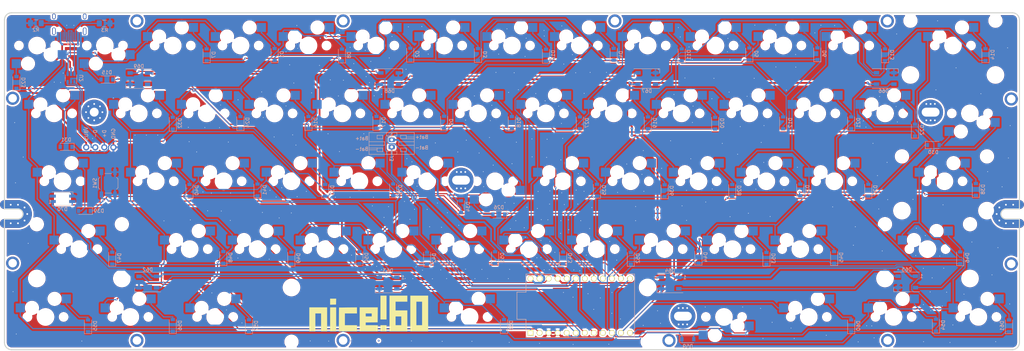
<source format=kicad_pcb>
(kicad_pcb (version 20171130) (host pcbnew "(5.1.5)-3")
  (layers (0 F.Cu signal) (31 B.Cu signal) (34 B.Paste user) (35 F.Paste user) (36 B.SilkS user) (37 F.SilkS user) (38 B.Mask user) (39 F.Mask user) (44 Edge.Cuts user))
  (net 0 "")
  (net 1 "Net-(D1-Pad2)")
  (net 2 Row0)
  (net 3 "Net-(D2-Pad2)")
  (net 4 "Net-(D3-Pad2)")
  (net 5 "Net-(D4-Pad2)")
  (net 6 "Net-(D5-Pad2)")
  (net 7 "Net-(D6-Pad2)")
  (net 8 "Net-(D7-Pad2)")
  (net 9 Row1)
  (net 10 "Net-(D8-Pad2)")
  (net 11 "Net-(D9-Pad2)")
  (net 12 "Net-(D10-Pad2)")
  (net 13 "Net-(D11-Pad2)")
  (net 14 "Net-(D12-Pad2)")
  (net 15 "Net-(D13-Pad2)")
  (net 16 "Net-(D14-Pad2)")
  (net 17 "Net-(D15-Pad2)")
  (net 18 Row2)
  (net 19 "Net-(D16-Pad2)")
  (net 20 "Net-(D17-Pad2)")
  (net 21 "Net-(D18-Pad2)")
  (net 22 "Net-(D19-Pad2)")
  (net 23 "Net-(D20-Pad2)")
  (net 24 "Net-(D21-Pad2)")
  (net 25 "Net-(D22-Pad2)")
  (net 26 "Net-(D23-Pad2)")
  (net 27 Row3)
  (net 28 "Net-(D24-Pad2)")
  (net 29 "Net-(D25-Pad2)")
  (net 30 "Net-(D26-Pad2)")
  (net 31 "Net-(D27-Pad2)")
  (net 32 "Net-(D28-Pad2)")
  (net 33 "Net-(D29-Pad2)")
  (net 34 "Net-(D30-Pad2)")
  (net 35 "Net-(D31-Pad2)")
  (net 36 Row4)
  (net 37 "Net-(D32-Pad2)")
  (net 38 "Net-(D33-Pad2)")
  (net 39 "Net-(D34-Pad2)")
  (net 40 "Net-(D35-Pad2)")
  (net 41 "Net-(D36-Pad2)")
  (net 42 "Net-(D37-Pad2)")
  (net 43 "Net-(D38-Pad2)")
  (net 44 "Net-(D39-Pad2)")
  (net 45 Row5)
  (net 46 "Net-(D40-Pad2)")
  (net 47 "Net-(D41-Pad2)")
  (net 48 "Net-(D42-Pad2)")
  (net 49 "Net-(D43-Pad2)")
  (net 50 "Net-(D44-Pad2)")
  (net 51 "Net-(D45-Pad2)")
  (net 52 "Net-(D46-Pad2)")
  (net 53 "Net-(D47-Pad2)")
  (net 54 Row6)
  (net 55 "Net-(D48-Pad2)")
  (net 56 "Net-(D49-Pad2)")
  (net 57 "Net-(D50-Pad2)")
  (net 58 "Net-(D51-Pad2)")
  (net 59 "Net-(D52-Pad2)")
  (net 60 "Net-(D53-Pad2)")
  (net 61 "Net-(D54-Pad2)")
  (net 62 "Net-(D55-Pad2)")
  (net 63 Row7)
  (net 64 "Net-(D56-Pad2)")
  (net 65 "Net-(D57-Pad2)")
  (net 66 "Net-(D58-Pad2)")
  (net 67 "Net-(D59-Pad2)")
  (net 68 "Net-(D60-Pad2)")
  (net 69 "Net-(D61-Pad2)")
  (net 70 GND)
  (net 71 D+)
  (net 72 D-)
  (net 73 VBUS)
  (net 74 "Net-(J3-Pad2)")
  (net 75 "Net-(J3-Pad1)")
  (net 76 Col0)
  (net 77 Col1)
  (net 78 Col2)
  (net 79 Col3)
  (net 80 Col4)
  (net 81 Col5)
  (net 82 Col6)
  (net 83 Col7)
  (net 84 "Net-(SW1-Pad1)")
  (net 85 ConnD+)
  (net 86 ConnD-)
  (net 87 VCC)
  (net 88 "Net-(D62-Pad2)")
  (net 89 "Net-(D63-Pad2)")
  (net 90 "Net-(D64-Pad2)")
  (net 91 "Net-(D65-Pad2)")
  (net 92 "Net-(D66-Pad2)")
  (net 93 "Net-(D67-Pad2)")
  (net 94 "Net-(D68-Pad2)")
  (net 95 "Net-(D69-Pad2)")
  (net 96 RGB)
  (net 97 "Net-(J1-PadB8)")
  (net 98 "Net-(J1-PadB5)")
  (net 99 "Net-(J1-PadA5)")
  (net 100 "Net-(J1-PadA8)")
  (net 101 "Net-(D70-Pad2)")
  (net 102 IND)
  (module Connector_JST:JST_PH_S2B-PH-K_1x02_P2.00mm_Horizontal (layer B.Cu) (at 124.46 52.68 90)
    (fp_text reference J3 hide)
    (fp_text value Conn_01x02_Female)
    (pad 1 thru_hole roundrect (at 0 0 90) (size 1.2 1.75) (drill 0.75) (layers *.Cu *.Mask) (roundrect_rratio 0.208333))
    (pad 2 thru_hole oval (at 2 0 90) (size 1.2 1.75) (drill 0.75) (layers *.Cu *.Mask))
  )
  (module amtra5_outline:60_Outline-Modded-Type-C (layer F.Cu) (at 158.228 62.292)
    (fp_text reference H1 hide)
    (fp_text value KeyboardOutline hide)
    (fp_line (start -140.5 47.3) (end 140.5 47.3) (layer Edge.Cuts) (width 0.3))
    (fp_line (start 140.5 -47.3) (end -118.3 -47.3) (layer Edge.Cuts) (width 0.3))
    (fp_arc (start -140.5 -45.3) (end -142.5 -45.3) (angle 90) (layer Edge.Cuts) (width 0.3))
    (fp_arc (start -140.5 45.3) (end -140.5 47.3) (angle 90) (layer Edge.Cuts) (width 0.3))
    (fp_arc (start 140.5 45.3) (end 142.5 45.3) (angle 90) (layer Edge.Cuts) (width 0.3))
    (fp_arc (start 140.5 -45.3) (end 140.5 -47.3) (angle 90) (layer Edge.Cuts) (width 0.3))
    (fp_line (start -142.5 45.3) (end -142.5 10.6) (layer Edge.Cuts) (width 0.3))
    (fp_line (start -142.5 10.6) (end -138.7 10.6) (layer Edge.Cuts) (width 0.3))
    (fp_arc (start -138.7 9.2) (end -138.7 7.8) (angle 90) (layer Edge.Cuts) (width 0.3))
    (fp_line (start -138.7 7.8) (end -142.5 7.8) (layer Edge.Cuts) (width 0.3))
    (fp_line (start -142.5 7.8) (end -142.5 -45.3) (layer Edge.Cuts) (width 0.3))
    (fp_arc (start 138.7 9.2) (end 138.7 7.8) (angle -90) (layer Edge.Cuts) (width 0.3))
    (fp_arc (start 138.7 9.2) (end 137.3 9.2) (angle -90) (layer Edge.Cuts) (width 0.3))
    (fp_line (start 142.5 10.6) (end 142.5 45.3) (layer Edge.Cuts) (width 0.3))
    (fp_line (start 142.5 7.8) (end 142.5 -45.3) (layer Edge.Cuts) (width 0.3))
    (fp_line (start 138.7 10.6) (end 142.5 10.6) (layer Edge.Cuts) (width 0.3))
    (fp_line (start 138.7 7.8) (end 142.5 7.8) (layer Edge.Cuts) (width 0.3))
    (fp_line (start -142.5 6.54905) (end -138.7 6.54905) (layer F.Cu) (width 2.5019))
    (fp_line (start -142.5 6.54905) (end -138.7 6.54905) (layer B.Cu) (width 2.5019))
    (fp_arc (start -138.7 9.2) (end -137.3 9.2) (angle 90) (layer Edge.Cuts) (width 0.3))
    (fp_arc (start -138.7 9.2) (end -136.04905 9.2) (angle 90) (layer F.Cu) (width 2.5019))
    (fp_arc (start -138.7 9.2) (end -138.7 6.54905) (angle 90) (layer F.Cu) (width 2.5019))
    (fp_line (start -142.5 11.85095) (end -138.7 11.85095) (layer B.Cu) (width 2.5019))
    (fp_line (start -142.5 11.85095) (end -138.7 11.85095) (layer F.Cu) (width 2.5019))
    (fp_arc (start -138.7 9.2) (end -136.04905 9.2) (angle 90) (layer B.Cu) (width 2.5019))
    (fp_arc (start -138.7 9.2) (end -138.7 6.54905) (angle 90) (layer B.Cu) (width 2.5019))
    (fp_arc (start 138.7 9.2) (end 138.7 6.54905) (angle -90) (layer B.Cu) (width 2.5019))
    (fp_arc (start 138.7 9.2) (end 136.04905 9.2) (angle -90) (layer B.Cu) (width 2.5019))
    (fp_line (start 138.7 11.85095) (end 142.55 11.85095) (layer F.Cu) (width 2.5019))
    (fp_line (start 138.7 6.54905) (end 142.5 6.54905) (layer B.Cu) (width 2.5019))
    (fp_arc (start 138.7 9.2) (end 138.7 6.54905) (angle -90) (layer F.Cu) (width 2.5019))
    (fp_arc (start 138.7 9.2) (end 136.04905 9.2) (angle -90) (layer F.Cu) (width 2.5019))
    (fp_line (start 138.7 6.54905) (end 142.5 6.54905) (layer F.Cu) (width 2.5019))
    (fp_line (start 138.7 11.85095) (end 142.55 11.85095) (layer B.Cu) (width 2.5019))
    (fp_line (start -140.5 -47.3) (end -118.3 -47.3) (layer Edge.Cuts) (width 0.3))
    (pad 1 thru_hole circle (at 136.861522 11.038478) (size 1 1) (drill 0.5) (layers *.Cu *.Mask))
    (pad 1 thru_hole circle (at 138.7 11.8) (size 1 1) (drill 0.5) (layers *.Cu *.Mask))
    (pad 1 thru_hole circle (at 140.742035 11.8) (size 1 1) (drill 0.5) (layers *.Cu *.Mask))
    (pad 1 thru_hole circle (at 140.742035 6.6) (size 1 1) (drill 0.5) (layers *.Cu *.Mask))
    (pad 1 thru_hole circle (at 138.7 6.6) (size 1 1) (drill 0.5) (layers *.Cu *.Mask))
    (pad 1 thru_hole circle (at 136.861522 7.361522) (size 1 1) (drill 0.5) (layers *.Cu *.Mask))
    (pad 1 thru_hole circle (at 136.1 9.2) (size 1 1) (drill 0.5) (layers *.Cu *.Mask))
    (pad 1 thru_hole circle (at -140.742035 11.8) (size 1 1) (drill 0.5) (layers *.Cu *.Mask))
    (pad 1 thru_hole circle (at -140.742035 6.6) (size 1 1) (drill 0.5) (layers *.Cu *.Mask))
    (pad 1 thru_hole circle (at -136.861522 11.038478) (size 1 1) (drill 0.5) (layers *.Cu *.Mask))
    (pad 1 thru_hole circle (at -136.861522 7.361522) (size 1 1) (drill 0.5) (layers *.Cu *.Mask))
    (pad 1 thru_hole circle (at -138.7 11.8) (size 1 1) (drill 0.5) (layers *.Cu *.Mask))
    (pad 1 thru_hole circle (at -138.7 6.6) (size 1 1) (drill 0.5) (layers *.Cu *.Mask))
    (pad 1 thru_hole circle (at -136.1 9.2) (size 1 1) (drill 0.5) (layers *.Cu *.Mask))
    (pad 1 thru_hole circle (at -13.1 2) (size 1 1) (drill 0.5) (layers *.Cu *.Mask))
    (pad 1 thru_hole circle (at -15.5 2) (size 1 1) (drill 0.5) (layers *.Cu *.Mask))
    (pad 1 thru_hole circle (at -14.3 2) (size 1 1) (drill 0.5) (layers *.Cu *.Mask))
    (pad 1 thru_hole circle (at -15.5 -2.6) (size 1 1) (drill 0.5) (layers *.Cu *.Mask))
    (pad 1 thru_hole circle (at -13.1 -2.6) (size 1 1) (drill 0.5) (layers *.Cu *.Mask))
    (pad 1 thru_hole circle (at -14.3 -2.6) (size 1 1) (drill 0.5) (layers *.Cu *.Mask))
    (pad 1 thru_hole circle (at 49.2 40.2) (size 1 1) (drill 0.5) (layers *.Cu *.Mask))
    (pad 1 thru_hole circle (at 46.8 40.2) (size 1 1) (drill 0.5) (layers *.Cu *.Mask))
    (pad 1 thru_hole circle (at 46.8 35.6) (size 1 1) (drill 0.5) (layers *.Cu *.Mask))
    (pad 1 thru_hole circle (at 49.2 35.6) (size 1 1) (drill 0.5) (layers *.Cu *.Mask))
    (pad 1 thru_hole circle (at 48 40.2) (size 1 1) (drill 0.5) (layers *.Cu *.Mask))
    (pad 1 thru_hole circle (at 48 35.6) (size 1 1) (drill 0.5) (layers *.Cu *.Mask))
    (pad 1 thru_hole circle (at 118.75 -21.717) (size 1 1) (drill 0.5) (layers *.Cu *.Mask))
    (pad 1 thru_hole circle (at 116.35 -21.7) (size 1 1) (drill 0.5) (layers *.Cu *.Mask))
    (pad 1 thru_hole circle (at 116.35 -17.1) (size 1 1) (drill 0.5) (layers *.Cu *.Mask))
    (pad 1 thru_hole circle (at 118.75 -17.1) (size 1 1) (drill 0.5) (layers *.Cu *.Mask))
    (pad 1 thru_hole circle (at 117.55 -17.1) (size 1 1) (drill 0.5) (layers *.Cu *.Mask))
    (pad 1 thru_hole circle (at 117.55 -21.7) (size 1 1) (drill 0.5) (layers *.Cu *.Mask))
    (pad 1 thru_hole circle (at -115.673654 -17.773654) (size 1 1) (drill 0.5) (layers *.Cu *.Mask))
    (pad 1 thru_hole circle (at -118.926346 -17.773654) (size 1 1) (drill 0.5) (layers *.Cu *.Mask))
    (pad 1 thru_hole circle (at -115.673654 -21.026346) (size 1 1) (drill 0.5) (layers *.Cu *.Mask))
    (pad 1 thru_hole circle (at -118.926346 -21.026346) (size 1 1) (drill 0.5) (layers *.Cu *.Mask))
    (pad 1 thru_hole circle (at -117.3 -17.1) (size 1 1) (drill 0.5) (layers *.Cu *.Mask))
    (pad 1 thru_hole circle (at -115 -19.4) (size 1 1) (drill 0.5) (layers *.Cu *.Mask))
    (pad 1 thru_hole circle (at -119.6 -19.4) (size 1 1) (drill 0.5) (layers *.Cu *.Mask))
    (pad 1 thru_hole circle (at -117.3 -21.7) (size 1 1) (drill 0.5) (layers *.Cu *.Mask))
    (pad 1 thru_hole circle (at 117.55 -19.4) (size 7.00024 7.00024) (drill oval 5.00126 2.49936) (layers *.Cu *.Mask))
    (pad 1 thru_hole circle (at 48 37.9) (size 7.00024 7.00024) (drill oval 5.00126 2.49936) (layers *.Cu *.Mask))
    (pad 1 thru_hole circle (at -14.3 -0.3) (size 7.00024 7.00024) (drill oval 5.00126 2.49936) (layers *.Cu *.Mask))
    (pad 1 thru_hole circle (at -117.3 -19.4) (size 7.0013 7.0013) (drill 2.4994) (layers *.Cu *.Mask))
    (pad 2 thru_hole circle (at -140.2 23) (size 3.7 3.7) (drill 2.4) (layers *.Cu *.Mask))
    (pad 2 thru_hole circle (at -140.2 -23.3) (size 3.7 3.7) (drill 2.4) (layers *.Cu *.Mask))
    (pad 2 thru_hole circle (at 140.2 23.2) (size 3.7 3.7) (drill 2.4) (layers *.Cu *.Mask))
    (pad 2 thru_hole circle (at 140.2 -23.1) (size 3.7 3.7) (drill 2.4) (layers *.Cu *.Mask))
    (pad 2 thru_hole circle (at -105.3 -45) (size 3.7 3.7) (drill 2.4) (layers *.Cu *.Mask))
    (pad 2 thru_hole circle (at 105.4 -45) (size 3.7 3.7) (drill 2.4) (layers *.Cu *.Mask))
    (pad 2 thru_hole circle (at -47.4 -45) (size 3.7 3.7) (drill 2.4) (layers *.Cu *.Mask))
    (pad 2 thru_hole circle (at 28.9 -45) (size 3.7 3.7) (drill 2.4) (layers *.Cu *.Mask))
    (pad 2 thru_hole circle (at 44.092 44.708) (size 3.7 3.7) (drill 2.4) (layers *.Cu *.Mask))
    (pad 2 thru_hole circle (at -47.4 44.7) (size 3.7 3.7) (drill 2.4) (layers *.Cu *.Mask))
    (pad 2 thru_hole circle (at 105.5 44.7) (size 3.7 3.7) (drill 2.4) (layers *.Cu *.Mask))
    (pad 2 thru_hole circle (at -105.3 44.7) (size 3.7 3.7) (drill 2.4) (layers *.Cu *.Mask))
  )
  (module nice60:logo (layer F.Cu) (at 118.01 99.41)
    (fp_text reference G*** hide)
    (fp_text value LOGO hide)
  )
  (module Connector_PinSocket_2.54mm:PinSocket_1x04_P2.54mm_Vertical (layer F.Cu) (at 38.689 52.768 90)
    (fp_text reference J2 hide)
    (fp_text value Conn_01x04_Female)
    (fp_text user GND (at 3.81 7.62 90) (layer B.SilkS) (effects (justify mirror)))
    (fp_text user D+ (at 3.81 5.08 90) (layer B.SilkS) (effects (justify mirror)))
    (fp_text user D- (at 3.81 2.54 90) (layer B.SilkS) (effects (justify mirror)))
    (fp_text user VBUS (at 3.81 0 90) (layer B.SilkS) (effects (justify mirror)))
    (pad 4 thru_hole oval (at 0 7.62 90) (size 1.7 1.7) (drill 1) (layers *.Cu *.Mask) (net 70 GND))
    (pad 3 thru_hole oval (at 0 5.08 90) (size 1.7 1.7) (drill 1) (layers *.Cu *.Mask) (net 71 D+))
    (pad 2 thru_hole oval (at 0 2.54 90) (size 1.7 1.7) (drill 1) (layers *.Cu *.Mask) (net 72 D-))
    (pad 1 thru_hole circle (at 0 0 90) (size 1.7 1.7) (drill 1) (layers *.Cu *.Mask) (net 73 VBUS))
  )
  (module promicro:ProMicro (layer F.Cu) (at 177.41 97.24)
    (fp_text reference U1 hide)
    (fp_text value ProMicro)
    (pad 24 thru_hole circle (at -13.97 -7.62) (size 1.6 1.6) (drill 1.1) (layers *.Cu *.Mask F.SilkS) (net 75 "Net-(J3-Pad1)"))
    (pad 23 thru_hole circle (at -11.43 -7.62) (size 1.6 1.6) (drill 1.1) (layers *.Cu *.Mask F.SilkS) (net 74 "Net-(J3-Pad2)"))
    (pad 22 thru_hole circle (at -8.89 -7.62) (size 1.6 1.6) (drill 1.1) (layers *.Cu *.Mask F.SilkS) (net 84 "Net-(SW1-Pad1)"))
    (pad 21 thru_hole circle (at -6.35 -7.62) (size 1.6 1.6) (drill 1.1) (layers *.Cu *.Mask F.SilkS) (net 87 VCC))
    (pad 20 thru_hole circle (at -3.81 -7.62) (size 1.6 1.6) (drill 1.1) (layers *.Cu *.Mask F.SilkS) (net 2 Row0))
    (pad 19 thru_hole circle (at -1.27 -7.62) (size 1.6 1.6) (drill 1.1) (layers *.Cu *.Mask F.SilkS) (net 9 Row1))
    (pad 18 thru_hole circle (at 1.27 -7.62) (size 1.6 1.6) (drill 1.1) (layers *.Cu *.Mask F.SilkS) (net 18 Row2))
    (pad 17 thru_hole circle (at 3.81 -7.62) (size 1.6 1.6) (drill 1.1) (layers *.Cu *.Mask F.SilkS) (net 27 Row3))
    (pad 16 thru_hole circle (at 6.35 -7.62) (size 1.6 1.6) (drill 1.1) (layers *.Cu *.Mask F.SilkS) (net 36 Row4))
    (pad 15 thru_hole circle (at 8.89 -7.62) (size 1.6 1.6) (drill 1.1) (layers *.Cu *.Mask F.SilkS) (net 45 Row5))
    (pad 14 thru_hole circle (at 11.43 -7.62) (size 1.6 1.6) (drill 1.1) (layers *.Cu *.Mask F.SilkS) (net 54 Row6))
    (pad 13 thru_hole circle (at 13.97 -7.62) (size 1.6 1.6) (drill 1.1) (layers *.Cu *.Mask F.SilkS) (net 63 Row7))
    (pad 12 thru_hole circle (at 13.97 7.62) (size 1.6 1.6) (drill 1.1) (layers *.Cu *.Mask F.SilkS) (net 83 Col7))
    (pad 11 thru_hole circle (at 11.43 7.62) (size 1.6 1.6) (drill 1.1) (layers *.Cu *.Mask F.SilkS) (net 82 Col6))
    (pad 10 thru_hole circle (at 8.89 7.62) (size 1.6 1.6) (drill 1.1) (layers *.Cu *.Mask F.SilkS) (net 81 Col5))
    (pad 9 thru_hole circle (at 6.35 7.62) (size 1.6 1.6) (drill 1.1) (layers *.Cu *.Mask F.SilkS) (net 80 Col4))
    (pad 8 thru_hole circle (at 3.81 7.62) (size 1.6 1.6) (drill 1.1) (layers *.Cu *.Mask F.SilkS) (net 102 IND))
    (pad 7 thru_hole circle (at 1.27 7.62) (size 1.6 1.6) (drill 1.1) (layers *.Cu *.Mask F.SilkS) (net 96 RGB))
    (pad 6 thru_hole circle (at -1.27 7.62) (size 1.6 1.6) (drill 1.1) (layers *.Cu *.Mask F.SilkS) (net 79 Col3))
    (pad 5 thru_hole circle (at -3.81 7.62) (size 1.6 1.6) (drill 1.1) (layers *.Cu *.Mask F.SilkS) (net 78 Col2))
    (pad 4 thru_hole circle (at -6.35 7.62) (size 1.6 1.6) (drill 1.1) (layers *.Cu *.Mask F.SilkS) (net 70 GND))
    (pad 3 thru_hole circle (at -8.89 7.62) (size 1.6 1.6) (drill 1.1) (layers *.Cu *.Mask F.SilkS) (net 70 GND))
    (pad 2 thru_hole circle (at -11.43 7.62) (size 1.6 1.6) (drill 1.1) (layers *.Cu *.Mask F.SilkS) (net 77 Col1))
    (pad 1 thru_hole rect (at -13.97 7.62) (size 1.6 1.6) (drill 1.1) (layers *.Cu *.Mask F.SilkS) (net 76 Col0))
  )
  (module MX_Only:MXOnly-1.75U-Hotswap (layer F.Cu) (at 32.021 62.292)
    (fp_text reference MX39)
    (fp_text value MX-LED)
    (pad 2 smd rect (at 5.842 -5.08) (size 2.55 2.5) (layers B.Cu B.Paste B.Mask) (net 44 "Net-(D39-Pad2)"))
    (pad 1 smd rect (at -7.085 -2.54) (size 2.55 2.5) (layers B.Cu B.Paste B.Mask) (net 76 Col0))
    (pad "" np_thru_hole circle (at 5.08 0 48.0996) (size 1.75 1.75) (drill 1.75) (layers *.Cu *.Mask))
    (pad "" np_thru_hole circle (at -5.08 0 48.0996) (size 1.75 1.75) (drill 1.75) (layers *.Cu *.Mask))
    (pad "" np_thru_hole circle (at -3.81 -2.54) (size 3 3) (drill 3) (layers *.Cu *.Mask))
    (pad "" np_thru_hole circle (at 0 0) (size 3.9878 3.9878) (drill 3.9878) (layers *.Cu *.Mask))
    (pad "" np_thru_hole circle (at 2.54 -5.08) (size 3 3) (drill 3) (layers *.Cu *.Mask))
  )
  (module MX_Only:MXOnly-1.25U-Hotswap (layer F.Cu) (at 265.384 100.392)
    (fp_text reference MX54)
    (fp_text value MX-LED)
    (pad 2 smd rect (at 5.842 -5.08) (size 2.55 2.5) (layers B.Cu B.Paste B.Mask) (net 61 "Net-(D54-Pad2)"))
    (pad 1 smd rect (at -7.085 -2.54) (size 2.55 2.5) (layers B.Cu B.Paste B.Mask) (net 83 Col7))
    (pad "" np_thru_hole circle (at 5.08 0 48.0996) (size 1.75 1.75) (drill 1.75) (layers *.Cu *.Mask))
    (pad "" np_thru_hole circle (at -5.08 0 48.0996) (size 1.75 1.75) (drill 1.75) (layers *.Cu *.Mask))
    (pad "" np_thru_hole circle (at -3.81 -2.54) (size 3 3) (drill 3) (layers *.Cu *.Mask))
    (pad "" np_thru_hole circle (at 0 0) (size 3.9878 3.9878) (drill 3.9878) (layers *.Cu *.Mask))
    (pad "" np_thru_hole circle (at 2.54 -5.08) (size 3 3) (drill 3) (layers *.Cu *.Mask))
  )
  (module MX_Only:MXOnly-1.25U-Hotswap (layer F.Cu) (at 27.259 100.392)
    (fp_text reference MX55)
    (fp_text value MX-LED)
    (pad 2 smd rect (at 5.842 -5.08) (size 2.55 2.5) (layers B.Cu B.Paste B.Mask) (net 62 "Net-(D55-Pad2)"))
    (pad 1 smd rect (at -7.085 -2.54) (size 2.55 2.5) (layers B.Cu B.Paste B.Mask) (net 76 Col0))
    (pad "" np_thru_hole circle (at 5.08 0 48.0996) (size 1.75 1.75) (drill 1.75) (layers *.Cu *.Mask))
    (pad "" np_thru_hole circle (at -5.08 0 48.0996) (size 1.75 1.75) (drill 1.75) (layers *.Cu *.Mask))
    (pad "" np_thru_hole circle (at -3.81 -2.54) (size 3 3) (drill 3) (layers *.Cu *.Mask))
    (pad "" np_thru_hole circle (at 0 0) (size 3.9878 3.9878) (drill 3.9878) (layers *.Cu *.Mask))
    (pad "" np_thru_hole circle (at 2.54 -5.08) (size 3 3) (drill 3) (layers *.Cu *.Mask))
  )
  (module MX_Only:MXOnly-1.25U-Hotswap (layer F.Cu) (at 51.071 100.392)
    (fp_text reference MX56)
    (fp_text value MX-LED)
    (pad 2 smd rect (at 5.842 -5.08) (size 2.55 2.5) (layers B.Cu B.Paste B.Mask) (net 64 "Net-(D56-Pad2)"))
    (pad 1 smd rect (at -7.085 -2.54) (size 2.55 2.5) (layers B.Cu B.Paste B.Mask) (net 77 Col1))
    (pad "" np_thru_hole circle (at 5.08 0 48.0996) (size 1.75 1.75) (drill 1.75) (layers *.Cu *.Mask))
    (pad "" np_thru_hole circle (at -5.08 0 48.0996) (size 1.75 1.75) (drill 1.75) (layers *.Cu *.Mask))
    (pad "" np_thru_hole circle (at -3.81 -2.54) (size 3 3) (drill 3) (layers *.Cu *.Mask))
    (pad "" np_thru_hole circle (at 0 0) (size 3.9878 3.9878) (drill 3.9878) (layers *.Cu *.Mask))
    (pad "" np_thru_hole circle (at 2.54 -5.08) (size 3 3) (drill 3) (layers *.Cu *.Mask))
  )
  (module MX_Only:MXOnly-1.25U-Hotswap (layer F.Cu) (at 74.884 100.392)
    (fp_text reference MX57)
    (fp_text value MX-LED)
    (pad 2 smd rect (at 5.842 -5.08) (size 2.55 2.5) (layers B.Cu B.Paste B.Mask) (net 65 "Net-(D57-Pad2)"))
    (pad 1 smd rect (at -7.085 -2.54) (size 2.55 2.5) (layers B.Cu B.Paste B.Mask) (net 78 Col2))
    (pad "" np_thru_hole circle (at 5.08 0 48.0996) (size 1.75 1.75) (drill 1.75) (layers *.Cu *.Mask))
    (pad "" np_thru_hole circle (at -5.08 0 48.0996) (size 1.75 1.75) (drill 1.75) (layers *.Cu *.Mask))
    (pad "" np_thru_hole circle (at -3.81 -2.54) (size 3 3) (drill 3) (layers *.Cu *.Mask))
    (pad "" np_thru_hole circle (at 0 0) (size 3.9878 3.9878) (drill 3.9878) (layers *.Cu *.Mask))
    (pad "" np_thru_hole circle (at 2.54 -5.08) (size 3 3) (drill 3) (layers *.Cu *.Mask))
  )
  (module MX_Only:MXOnly-1.25U-Hotswap (layer F.Cu) (at 217.759 100.392 180)
    (fp_text reference MX59)
    (fp_text value MX-LED)
    (pad 2 smd rect (at 5.842 -5.08 180) (size 2.55 2.5) (layers B.Cu B.Paste B.Mask) (net 67 "Net-(D59-Pad2)"))
    (pad 1 smd rect (at -7.085 -2.54 180) (size 2.55 2.5) (layers B.Cu B.Paste B.Mask) (net 81 Col5))
    (pad "" np_thru_hole circle (at 5.08 0 228.0996) (size 1.75 1.75) (drill 1.75) (layers *.Cu *.Mask))
    (pad "" np_thru_hole circle (at -5.08 0 228.0996) (size 1.75 1.75) (drill 1.75) (layers *.Cu *.Mask))
    (pad "" np_thru_hole circle (at -3.81 -2.54 180) (size 3 3) (drill 3) (layers *.Cu *.Mask))
    (pad "" np_thru_hole circle (at 0 0 180) (size 3.9878 3.9878) (drill 3.9878) (layers *.Cu *.Mask))
    (pad "" np_thru_hole circle (at 2.54 -5.08 180) (size 3 3) (drill 3) (layers *.Cu *.Mask))
  )
  (module MX_Only:MXOnly-1.25U-Hotswap (layer F.Cu) (at 241.571 100.392)
    (fp_text reference MX60)
    (fp_text value MX-LED)
    (pad 2 smd rect (at 5.842 -5.08) (size 2.55 2.5) (layers B.Cu B.Paste B.Mask) (net 68 "Net-(D60-Pad2)"))
    (pad 1 smd rect (at -7.085 -2.54) (size 2.55 2.5) (layers B.Cu B.Paste B.Mask) (net 82 Col6))
    (pad "" np_thru_hole circle (at 5.08 0 48.0996) (size 1.75 1.75) (drill 1.75) (layers *.Cu *.Mask))
    (pad "" np_thru_hole circle (at -5.08 0 48.0996) (size 1.75 1.75) (drill 1.75) (layers *.Cu *.Mask))
    (pad "" np_thru_hole circle (at -3.81 -2.54) (size 3 3) (drill 3) (layers *.Cu *.Mask))
    (pad "" np_thru_hole circle (at 0 0) (size 3.9878 3.9878) (drill 3.9878) (layers *.Cu *.Mask))
    (pad "" np_thru_hole circle (at 2.54 -5.08) (size 3 3) (drill 3) (layers *.Cu *.Mask))
  )
  (module MX_Only:MXOnly-1.25U-Hotswap (layer F.Cu) (at 289.196 100.392)
    (fp_text reference MX61)
    (fp_text value MX-LED)
    (pad 2 smd rect (at 5.842 -5.08) (size 2.55 2.5) (layers B.Cu B.Paste B.Mask) (net 69 "Net-(D61-Pad2)"))
    (pad 1 smd rect (at -7.085 -2.54) (size 2.55 2.5) (layers B.Cu B.Paste B.Mask) (net 83 Col7))
    (pad "" np_thru_hole circle (at 5.08 0 48.0996) (size 1.75 1.75) (drill 1.75) (layers *.Cu *.Mask))
    (pad "" np_thru_hole circle (at -5.08 0 48.0996) (size 1.75 1.75) (drill 1.75) (layers *.Cu *.Mask))
    (pad "" np_thru_hole circle (at -3.81 -2.54) (size 3 3) (drill 3) (layers *.Cu *.Mask))
    (pad "" np_thru_hole circle (at 0 0) (size 3.9878 3.9878) (drill 3.9878) (layers *.Cu *.Mask))
    (pad "" np_thru_hole circle (at 2.54 -5.08) (size 3 3) (drill 3) (layers *.Cu *.Mask))
  )
  (module MX_Only:MXOnly-1U-Hotswap (layer F.Cu) (at 201.09 81.342)
    (fp_text reference MX44 hide)
    (fp_text value MX-LED)
    (pad 2 smd rect (at 5.842 -5.08) (size 2.55 2.5) (layers B.Cu B.Paste B.Mask) (net 50 "Net-(D44-Pad2)"))
    (pad 1 smd rect (at -7.085 -2.54) (size 2.55 2.5) (layers B.Cu B.Paste B.Mask) (net 81 Col5))
    (pad "" np_thru_hole circle (at 5.08 0 48.0996) (size 1.75 1.75) (drill 1.75) (layers *.Cu *.Mask))
    (pad "" np_thru_hole circle (at -5.08 0 48.0996) (size 1.75 1.75) (drill 1.75) (layers *.Cu *.Mask))
    (pad "" np_thru_hole circle (at -3.81 -2.54) (size 3 3) (drill 3) (layers *.Cu *.Mask))
    (pad "" np_thru_hole circle (at 0 0) (size 3.9878 3.9878) (drill 3.9878) (layers *.Cu *.Mask))
    (pad "" np_thru_hole circle (at 2.54 -5.08) (size 3 3) (drill 3) (layers *.Cu *.Mask))
  )
  (module MX_Only:MXOnly-1U-Hotswap (layer F.Cu) (at 24.878 24.192 180)
    (fp_text reference MX23 hide)
    (fp_text value MX-LED)
    (pad 2 smd rect (at 5.842 -5.08 180) (size 2.55 2.5) (layers B.Cu B.Paste B.Mask) (net 26 "Net-(D23-Pad2)"))
    (pad 1 smd rect (at -7.085 -2.54 180) (size 2.55 2.5) (layers B.Cu B.Paste B.Mask) (net 76 Col0))
    (pad "" np_thru_hole circle (at 5.08 0 228.0996) (size 1.75 1.75) (drill 1.75) (layers *.Cu *.Mask))
    (pad "" np_thru_hole circle (at -5.08 0 228.0996) (size 1.75 1.75) (drill 1.75) (layers *.Cu *.Mask))
    (pad "" np_thru_hole circle (at -3.81 -2.54 180) (size 3 3) (drill 3) (layers *.Cu *.Mask))
    (pad "" np_thru_hole circle (at 0 0 180) (size 3.9878 3.9878) (drill 3.9878) (layers *.Cu *.Mask))
    (pad "" np_thru_hole circle (at 2.54 -5.08 180) (size 3 3) (drill 3) (layers *.Cu *.Mask))
  )
  (module MX_Only:MXOnly-1U-Hotswap (layer F.Cu) (at 115.365 62.292)
    (fp_text reference MX25 hide)
    (fp_text value MX-LED)
    (pad 2 smd rect (at 5.842 -5.08) (size 2.55 2.5) (layers B.Cu B.Paste B.Mask) (net 29 "Net-(D25-Pad2)"))
    (pad 1 smd rect (at -7.085 -2.54) (size 2.55 2.5) (layers B.Cu B.Paste B.Mask) (net 78 Col2))
    (pad "" np_thru_hole circle (at 5.08 0 48.0996) (size 1.75 1.75) (drill 1.75) (layers *.Cu *.Mask))
    (pad "" np_thru_hole circle (at -5.08 0 48.0996) (size 1.75 1.75) (drill 1.75) (layers *.Cu *.Mask))
    (pad "" np_thru_hole circle (at -3.81 -2.54) (size 3 3) (drill 3) (layers *.Cu *.Mask))
    (pad "" np_thru_hole circle (at 0 0) (size 3.9878 3.9878) (drill 3.9878) (layers *.Cu *.Mask))
    (pad "" np_thru_hole circle (at 2.54 -5.08) (size 3 3) (drill 3) (layers *.Cu *.Mask))
  )
  (module MX_Only:MXOnly-1U-Hotswap (layer F.Cu) (at 82.028 24.192)
    (fp_text reference MX1 hide)
    (fp_text value MX-LED)
    (pad 2 smd rect (at 5.842 -5.08) (size 2.55 2.5) (layers B.Cu B.Paste B.Mask) (net 1 "Net-(D1-Pad2)"))
    (pad 1 smd rect (at -7.085 -2.54) (size 2.55 2.5) (layers B.Cu B.Paste B.Mask) (net 76 Col0))
    (pad "" np_thru_hole circle (at 5.08 0 48.0996) (size 1.75 1.75) (drill 1.75) (layers *.Cu *.Mask))
    (pad "" np_thru_hole circle (at -5.08 0 48.0996) (size 1.75 1.75) (drill 1.75) (layers *.Cu *.Mask))
    (pad "" np_thru_hole circle (at -3.81 -2.54) (size 3 3) (drill 3) (layers *.Cu *.Mask))
    (pad "" np_thru_hole circle (at 0 0) (size 3.9878 3.9878) (drill 3.9878) (layers *.Cu *.Mask))
    (pad "" np_thru_hole circle (at 2.54 -5.08) (size 3 3) (drill 3) (layers *.Cu *.Mask))
  )
  (module MX_Only:MXOnly-1U-Hotswap (layer F.Cu) (at 120.128 24.192)
    (fp_text reference MX2 hide)
    (fp_text value MX-LED)
    (pad 2 smd rect (at 5.842 -5.08) (size 2.55 2.5) (layers B.Cu B.Paste B.Mask) (net 3 "Net-(D2-Pad2)"))
    (pad 1 smd rect (at -7.085 -2.54) (size 2.55 2.5) (layers B.Cu B.Paste B.Mask) (net 77 Col1))
    (pad "" np_thru_hole circle (at 5.08 0 48.0996) (size 1.75 1.75) (drill 1.75) (layers *.Cu *.Mask))
    (pad "" np_thru_hole circle (at -5.08 0 48.0996) (size 1.75 1.75) (drill 1.75) (layers *.Cu *.Mask))
    (pad "" np_thru_hole circle (at -3.81 -2.54) (size 3 3) (drill 3) (layers *.Cu *.Mask))
    (pad "" np_thru_hole circle (at 0 0) (size 3.9878 3.9878) (drill 3.9878) (layers *.Cu *.Mask))
    (pad "" np_thru_hole circle (at 2.54 -5.08) (size 3 3) (drill 3) (layers *.Cu *.Mask))
  )
  (module MX_Only:MXOnly-1U-Hotswap (layer F.Cu) (at 139.178 24.192)
    (fp_text reference MX3 hide)
    (fp_text value MX-LED)
    (pad 2 smd rect (at 5.842 -5.08) (size 2.55 2.5) (layers B.Cu B.Paste B.Mask) (net 4 "Net-(D3-Pad2)"))
    (pad 1 smd rect (at -7.085 -2.54) (size 2.55 2.5) (layers B.Cu B.Paste B.Mask) (net 78 Col2))
    (pad "" np_thru_hole circle (at 5.08 0 48.0996) (size 1.75 1.75) (drill 1.75) (layers *.Cu *.Mask))
    (pad "" np_thru_hole circle (at -5.08 0 48.0996) (size 1.75 1.75) (drill 1.75) (layers *.Cu *.Mask))
    (pad "" np_thru_hole circle (at -3.81 -2.54) (size 3 3) (drill 3) (layers *.Cu *.Mask))
    (pad "" np_thru_hole circle (at 0 0) (size 3.9878 3.9878) (drill 3.9878) (layers *.Cu *.Mask))
    (pad "" np_thru_hole circle (at 2.54 -5.08) (size 3 3) (drill 3) (layers *.Cu *.Mask))
  )
  (module MX_Only:MXOnly-1U-Hotswap (layer F.Cu) (at 177.278 24.192)
    (fp_text reference MX4 hide)
    (fp_text value MX-LED)
    (pad 2 smd rect (at 5.842 -5.08) (size 2.55 2.5) (layers B.Cu B.Paste B.Mask) (net 5 "Net-(D4-Pad2)"))
    (pad 1 smd rect (at -7.085 -2.54) (size 2.55 2.5) (layers B.Cu B.Paste B.Mask) (net 79 Col3))
    (pad "" np_thru_hole circle (at 5.08 0 48.0996) (size 1.75 1.75) (drill 1.75) (layers *.Cu *.Mask))
    (pad "" np_thru_hole circle (at -5.08 0 48.0996) (size 1.75 1.75) (drill 1.75) (layers *.Cu *.Mask))
    (pad "" np_thru_hole circle (at -3.81 -2.54) (size 3 3) (drill 3) (layers *.Cu *.Mask))
    (pad "" np_thru_hole circle (at 0 0) (size 3.9878 3.9878) (drill 3.9878) (layers *.Cu *.Mask))
    (pad "" np_thru_hole circle (at 2.54 -5.08) (size 3 3) (drill 3) (layers *.Cu *.Mask))
  )
  (module MX_Only:MXOnly-1U-Hotswap (layer F.Cu) (at 215.378 24.192)
    (fp_text reference MX5 hide)
    (fp_text value MX-LED)
    (pad 2 smd rect (at 5.842 -5.08) (size 2.55 2.5) (layers B.Cu B.Paste B.Mask) (net 6 "Net-(D5-Pad2)"))
    (pad 1 smd rect (at -7.085 -2.54) (size 2.55 2.5) (layers B.Cu B.Paste B.Mask) (net 80 Col4))
    (pad "" np_thru_hole circle (at 5.08 0 48.0996) (size 1.75 1.75) (drill 1.75) (layers *.Cu *.Mask))
    (pad "" np_thru_hole circle (at -5.08 0 48.0996) (size 1.75 1.75) (drill 1.75) (layers *.Cu *.Mask))
    (pad "" np_thru_hole circle (at -3.81 -2.54) (size 3 3) (drill 3) (layers *.Cu *.Mask))
    (pad "" np_thru_hole circle (at 0 0) (size 3.9878 3.9878) (drill 3.9878) (layers *.Cu *.Mask))
    (pad "" np_thru_hole circle (at 2.54 -5.08) (size 3 3) (drill 3) (layers *.Cu *.Mask))
  )
  (module MX_Only:MXOnly-1U-Hotswap (layer F.Cu) (at 234.428 24.192)
    (fp_text reference MX6 hide)
    (fp_text value MX-LED)
    (pad 2 smd rect (at 5.842 -5.08) (size 2.55 2.5) (layers B.Cu B.Paste B.Mask) (net 7 "Net-(D6-Pad2)"))
    (pad 1 smd rect (at -7.085 -2.54) (size 2.55 2.5) (layers B.Cu B.Paste B.Mask) (net 81 Col5))
    (pad "" np_thru_hole circle (at 5.08 0 48.0996) (size 1.75 1.75) (drill 1.75) (layers *.Cu *.Mask))
    (pad "" np_thru_hole circle (at -5.08 0 48.0996) (size 1.75 1.75) (drill 1.75) (layers *.Cu *.Mask))
    (pad "" np_thru_hole circle (at -3.81 -2.54) (size 3 3) (drill 3) (layers *.Cu *.Mask))
    (pad "" np_thru_hole circle (at 0 0) (size 3.9878 3.9878) (drill 3.9878) (layers *.Cu *.Mask))
    (pad "" np_thru_hole circle (at 2.54 -5.08) (size 3 3) (drill 3) (layers *.Cu *.Mask))
  )
  (module MX_Only:MXOnly-1U-Hotswap (layer F.Cu) (at 62.978 24.192)
    (fp_text reference MX7 hide)
    (fp_text value MX-LED)
    (pad 2 smd rect (at 5.842 -5.08) (size 2.55 2.5) (layers B.Cu B.Paste B.Mask) (net 8 "Net-(D7-Pad2)"))
    (pad 1 smd rect (at -7.085 -2.54) (size 2.55 2.5) (layers B.Cu B.Paste B.Mask) (net 76 Col0))
    (pad "" np_thru_hole circle (at 5.08 0 48.0996) (size 1.75 1.75) (drill 1.75) (layers *.Cu *.Mask))
    (pad "" np_thru_hole circle (at -5.08 0 48.0996) (size 1.75 1.75) (drill 1.75) (layers *.Cu *.Mask))
    (pad "" np_thru_hole circle (at -3.81 -2.54) (size 3 3) (drill 3) (layers *.Cu *.Mask))
    (pad "" np_thru_hole circle (at 0 0) (size 3.9878 3.9878) (drill 3.9878) (layers *.Cu *.Mask))
    (pad "" np_thru_hole circle (at 2.54 -5.08) (size 3 3) (drill 3) (layers *.Cu *.Mask))
  )
  (module MX_Only:MXOnly-1U-Hotswap (layer F.Cu) (at 101.078 24.192)
    (fp_text reference MX8 hide)
    (fp_text value MX-LED)
    (pad 2 smd rect (at 5.842 -5.08) (size 2.55 2.5) (layers B.Cu B.Paste B.Mask) (net 10 "Net-(D8-Pad2)"))
    (pad 1 smd rect (at -7.085 -2.54) (size 2.55 2.5) (layers B.Cu B.Paste B.Mask) (net 77 Col1))
    (pad "" np_thru_hole circle (at 5.08 0 48.0996) (size 1.75 1.75) (drill 1.75) (layers *.Cu *.Mask))
    (pad "" np_thru_hole circle (at -5.08 0 48.0996) (size 1.75 1.75) (drill 1.75) (layers *.Cu *.Mask))
    (pad "" np_thru_hole circle (at -3.81 -2.54) (size 3 3) (drill 3) (layers *.Cu *.Mask))
    (pad "" np_thru_hole circle (at 0 0) (size 3.9878 3.9878) (drill 3.9878) (layers *.Cu *.Mask))
    (pad "" np_thru_hole circle (at 2.54 -5.08) (size 3 3) (drill 3) (layers *.Cu *.Mask))
  )
  (module MX_Only:MXOnly-1U-Hotswap (layer F.Cu) (at 129.652 43.242)
    (fp_text reference MX9 hide)
    (fp_text value MX-LED)
    (pad 2 smd rect (at 5.842 -5.08) (size 2.55 2.5) (layers B.Cu B.Paste B.Mask) (net 11 "Net-(D9-Pad2)"))
    (pad 1 smd rect (at -7.085 -2.54) (size 2.55 2.5) (layers B.Cu B.Paste B.Mask) (net 78 Col2))
    (pad "" np_thru_hole circle (at 5.08 0 48.0996) (size 1.75 1.75) (drill 1.75) (layers *.Cu *.Mask))
    (pad "" np_thru_hole circle (at -5.08 0 48.0996) (size 1.75 1.75) (drill 1.75) (layers *.Cu *.Mask))
    (pad "" np_thru_hole circle (at -3.81 -2.54) (size 3 3) (drill 3) (layers *.Cu *.Mask))
    (pad "" np_thru_hole circle (at 0 0) (size 3.9878 3.9878) (drill 3.9878) (layers *.Cu *.Mask))
    (pad "" np_thru_hole circle (at 2.54 -5.08) (size 3 3) (drill 3) (layers *.Cu *.Mask))
  )
  (module MX_Only:MXOnly-1U-Hotswap (layer F.Cu) (at 158.228 24.192)
    (fp_text reference MX10 hide)
    (fp_text value MX-LED)
    (pad 2 smd rect (at 5.842 -5.08) (size 2.55 2.5) (layers B.Cu B.Paste B.Mask) (net 12 "Net-(D10-Pad2)"))
    (pad 1 smd rect (at -7.085 -2.54) (size 2.55 2.5) (layers B.Cu B.Paste B.Mask) (net 79 Col3))
    (pad "" np_thru_hole circle (at 5.08 0 48.0996) (size 1.75 1.75) (drill 1.75) (layers *.Cu *.Mask))
    (pad "" np_thru_hole circle (at -5.08 0 48.0996) (size 1.75 1.75) (drill 1.75) (layers *.Cu *.Mask))
    (pad "" np_thru_hole circle (at -3.81 -2.54) (size 3 3) (drill 3) (layers *.Cu *.Mask))
    (pad "" np_thru_hole circle (at 0 0) (size 3.9878 3.9878) (drill 3.9878) (layers *.Cu *.Mask))
    (pad "" np_thru_hole circle (at 2.54 -5.08) (size 3 3) (drill 3) (layers *.Cu *.Mask))
  )
  (module MX_Only:MXOnly-1U-Hotswap (layer F.Cu) (at 196.328 24.192)
    (fp_text reference MX11 hide)
    (fp_text value MX-LED)
    (pad 2 smd rect (at 5.842 -5.08) (size 2.55 2.5) (layers B.Cu B.Paste B.Mask) (net 13 "Net-(D11-Pad2)"))
    (pad 1 smd rect (at -7.085 -2.54) (size 2.55 2.5) (layers B.Cu B.Paste B.Mask) (net 80 Col4))
    (pad "" np_thru_hole circle (at 5.08 0 48.0996) (size 1.75 1.75) (drill 1.75) (layers *.Cu *.Mask))
    (pad "" np_thru_hole circle (at -5.08 0 48.0996) (size 1.75 1.75) (drill 1.75) (layers *.Cu *.Mask))
    (pad "" np_thru_hole circle (at -3.81 -2.54) (size 3 3) (drill 3) (layers *.Cu *.Mask))
    (pad "" np_thru_hole circle (at 0 0) (size 3.9878 3.9878) (drill 3.9878) (layers *.Cu *.Mask))
    (pad "" np_thru_hole circle (at 2.54 -5.08) (size 3 3) (drill 3) (layers *.Cu *.Mask))
  )
  (module MX_Only:MXOnly-1U-Hotswap (layer F.Cu) (at 224.902 43.242)
    (fp_text reference MX12 hide)
    (fp_text value MX-LED)
    (pad 2 smd rect (at 5.842 -5.08) (size 2.55 2.5) (layers B.Cu B.Paste B.Mask) (net 14 "Net-(D12-Pad2)"))
    (pad 1 smd rect (at -7.085 -2.54) (size 2.55 2.5) (layers B.Cu B.Paste B.Mask) (net 81 Col5))
    (pad "" np_thru_hole circle (at 5.08 0 48.0996) (size 1.75 1.75) (drill 1.75) (layers *.Cu *.Mask))
    (pad "" np_thru_hole circle (at -5.08 0 48.0996) (size 1.75 1.75) (drill 1.75) (layers *.Cu *.Mask))
    (pad "" np_thru_hole circle (at -3.81 -2.54) (size 3 3) (drill 3) (layers *.Cu *.Mask))
    (pad "" np_thru_hole circle (at 0 0) (size 3.9878 3.9878) (drill 3.9878) (layers *.Cu *.Mask))
    (pad "" np_thru_hole circle (at 2.54 -5.08) (size 3 3) (drill 3) (layers *.Cu *.Mask))
  )
  (module MX_Only:MXOnly-1U-Hotswap (layer F.Cu) (at 253.478 24.192)
    (fp_text reference MX13 hide)
    (fp_text value MX-LED)
    (pad 2 smd rect (at 5.842 -5.08) (size 2.55 2.5) (layers B.Cu B.Paste B.Mask) (net 15 "Net-(D13-Pad2)"))
    (pad 1 smd rect (at -7.085 -2.54) (size 2.55 2.5) (layers B.Cu B.Paste B.Mask) (net 82 Col6))
    (pad "" np_thru_hole circle (at 5.08 0 48.0996) (size 1.75 1.75) (drill 1.75) (layers *.Cu *.Mask))
    (pad "" np_thru_hole circle (at -5.08 0 48.0996) (size 1.75 1.75) (drill 1.75) (layers *.Cu *.Mask))
    (pad "" np_thru_hole circle (at -3.81 -2.54) (size 3 3) (drill 3) (layers *.Cu *.Mask))
    (pad "" np_thru_hole circle (at 0 0) (size 3.9878 3.9878) (drill 3.9878) (layers *.Cu *.Mask))
    (pad "" np_thru_hole circle (at 2.54 -5.08) (size 3 3) (drill 3) (layers *.Cu *.Mask))
  )
  (module MX_Only:MXOnly-1U-Hotswap (layer F.Cu) (at 43.928 24.192 180)
    (fp_text reference MX15 hide)
    (fp_text value MX-LED)
    (pad 2 smd rect (at 5.842 -5.08 180) (size 2.55 2.5) (layers B.Cu B.Paste B.Mask) (net 17 "Net-(D15-Pad2)"))
    (pad 1 smd rect (at -7.085 -2.54 180) (size 2.55 2.5) (layers B.Cu B.Paste B.Mask) (net 76 Col0))
    (pad "" np_thru_hole circle (at 5.08 0 228.0996) (size 1.75 1.75) (drill 1.75) (layers *.Cu *.Mask))
    (pad "" np_thru_hole circle (at -5.08 0 228.0996) (size 1.75 1.75) (drill 1.75) (layers *.Cu *.Mask))
    (pad "" np_thru_hole circle (at -3.81 -2.54 180) (size 3 3) (drill 3) (layers *.Cu *.Mask))
    (pad "" np_thru_hole circle (at 0 0 180) (size 3.9878 3.9878) (drill 3.9878) (layers *.Cu *.Mask))
    (pad "" np_thru_hole circle (at 2.54 -5.08 180) (size 3 3) (drill 3) (layers *.Cu *.Mask))
  )
  (module MX_Only:MXOnly-1U-Hotswap (layer F.Cu) (at 91.552 43.242)
    (fp_text reference MX16 hide)
    (fp_text value MX-LED)
    (pad 2 smd rect (at 5.842 -5.08) (size 2.55 2.5) (layers B.Cu B.Paste B.Mask) (net 19 "Net-(D16-Pad2)"))
    (pad 1 smd rect (at -7.085 -2.54) (size 2.55 2.5) (layers B.Cu B.Paste B.Mask) (net 77 Col1))
    (pad "" np_thru_hole circle (at 5.08 0 48.0996) (size 1.75 1.75) (drill 1.75) (layers *.Cu *.Mask))
    (pad "" np_thru_hole circle (at -5.08 0 48.0996) (size 1.75 1.75) (drill 1.75) (layers *.Cu *.Mask))
    (pad "" np_thru_hole circle (at -3.81 -2.54) (size 3 3) (drill 3) (layers *.Cu *.Mask))
    (pad "" np_thru_hole circle (at 0 0) (size 3.9878 3.9878) (drill 3.9878) (layers *.Cu *.Mask))
    (pad "" np_thru_hole circle (at 2.54 -5.08) (size 3 3) (drill 3) (layers *.Cu *.Mask))
  )
  (module MX_Only:MXOnly-1U-Hotswap (layer F.Cu) (at 110.602 43.242)
    (fp_text reference MX17 hide)
    (fp_text value MX-LED)
    (pad 2 smd rect (at 5.842 -5.08) (size 2.55 2.5) (layers B.Cu B.Paste B.Mask) (net 20 "Net-(D17-Pad2)"))
    (pad 1 smd rect (at -7.085 -2.54) (size 2.55 2.5) (layers B.Cu B.Paste B.Mask) (net 78 Col2))
    (pad "" np_thru_hole circle (at 5.08 0 48.0996) (size 1.75 1.75) (drill 1.75) (layers *.Cu *.Mask))
    (pad "" np_thru_hole circle (at -5.08 0 48.0996) (size 1.75 1.75) (drill 1.75) (layers *.Cu *.Mask))
    (pad "" np_thru_hole circle (at -3.81 -2.54) (size 3 3) (drill 3) (layers *.Cu *.Mask))
    (pad "" np_thru_hole circle (at 0 0) (size 3.9878 3.9878) (drill 3.9878) (layers *.Cu *.Mask))
    (pad "" np_thru_hole circle (at 2.54 -5.08) (size 3 3) (drill 3) (layers *.Cu *.Mask))
  )
  (module MX_Only:MXOnly-1U-Hotswap (layer F.Cu) (at 148.702 43.242)
    (fp_text reference MX18 hide)
    (fp_text value MX-LED)
    (pad 2 smd rect (at 5.842 -5.08) (size 2.55 2.5) (layers B.Cu B.Paste B.Mask) (net 21 "Net-(D18-Pad2)"))
    (pad 1 smd rect (at -7.085 -2.54) (size 2.55 2.5) (layers B.Cu B.Paste B.Mask) (net 79 Col3))
    (pad "" np_thru_hole circle (at 5.08 0 48.0996) (size 1.75 1.75) (drill 1.75) (layers *.Cu *.Mask))
    (pad "" np_thru_hole circle (at -5.08 0 48.0996) (size 1.75 1.75) (drill 1.75) (layers *.Cu *.Mask))
    (pad "" np_thru_hole circle (at -3.81 -2.54) (size 3 3) (drill 3) (layers *.Cu *.Mask))
    (pad "" np_thru_hole circle (at 0 0) (size 3.9878 3.9878) (drill 3.9878) (layers *.Cu *.Mask))
    (pad "" np_thru_hole circle (at 2.54 -5.08) (size 3 3) (drill 3) (layers *.Cu *.Mask))
  )
  (module MX_Only:MXOnly-1U-Hotswap (layer F.Cu) (at 186.802 43.242)
    (fp_text reference MX19 hide)
    (fp_text value MX-LED)
    (pad 2 smd rect (at 5.842 -5.08) (size 2.55 2.5) (layers B.Cu B.Paste B.Mask) (net 22 "Net-(D19-Pad2)"))
    (pad 1 smd rect (at -7.085 -2.54) (size 2.55 2.5) (layers B.Cu B.Paste B.Mask) (net 80 Col4))
    (pad "" np_thru_hole circle (at 5.08 0 48.0996) (size 1.75 1.75) (drill 1.75) (layers *.Cu *.Mask))
    (pad "" np_thru_hole circle (at -5.08 0 48.0996) (size 1.75 1.75) (drill 1.75) (layers *.Cu *.Mask))
    (pad "" np_thru_hole circle (at -3.81 -2.54) (size 3 3) (drill 3) (layers *.Cu *.Mask))
    (pad "" np_thru_hole circle (at 0 0) (size 3.9878 3.9878) (drill 3.9878) (layers *.Cu *.Mask))
    (pad "" np_thru_hole circle (at 2.54 -5.08) (size 3 3) (drill 3) (layers *.Cu *.Mask))
  )
  (module MX_Only:MXOnly-1U-Hotswap (layer F.Cu) (at 205.852 43.242)
    (fp_text reference MX20 hide)
    (fp_text value MX-LED)
    (pad 2 smd rect (at 5.842 -5.08) (size 2.55 2.5) (layers B.Cu B.Paste B.Mask) (net 23 "Net-(D20-Pad2)"))
    (pad 1 smd rect (at -7.085 -2.54) (size 2.55 2.5) (layers B.Cu B.Paste B.Mask) (net 81 Col5))
    (pad "" np_thru_hole circle (at 5.08 0 48.0996) (size 1.75 1.75) (drill 1.75) (layers *.Cu *.Mask))
    (pad "" np_thru_hole circle (at -5.08 0 48.0996) (size 1.75 1.75) (drill 1.75) (layers *.Cu *.Mask))
    (pad "" np_thru_hole circle (at -3.81 -2.54) (size 3 3) (drill 3) (layers *.Cu *.Mask))
    (pad "" np_thru_hole circle (at 0 0) (size 3.9878 3.9878) (drill 3.9878) (layers *.Cu *.Mask))
    (pad "" np_thru_hole circle (at 2.54 -5.08) (size 3 3) (drill 3) (layers *.Cu *.Mask))
  )
  (module MX_Only:MXOnly-1U-Hotswap (layer F.Cu) (at 243.952 43.242)
    (fp_text reference MX21 hide)
    (fp_text value MX-LED)
    (pad 2 smd rect (at 5.842 -5.08) (size 2.55 2.5) (layers B.Cu B.Paste B.Mask) (net 24 "Net-(D21-Pad2)"))
    (pad 1 smd rect (at -7.085 -2.54) (size 2.55 2.5) (layers B.Cu B.Paste B.Mask) (net 82 Col6))
    (pad "" np_thru_hole circle (at 5.08 0 48.0996) (size 1.75 1.75) (drill 1.75) (layers *.Cu *.Mask))
    (pad "" np_thru_hole circle (at -5.08 0 48.0996) (size 1.75 1.75) (drill 1.75) (layers *.Cu *.Mask))
    (pad "" np_thru_hole circle (at -3.81 -2.54) (size 3 3) (drill 3) (layers *.Cu *.Mask))
    (pad "" np_thru_hole circle (at 0 0) (size 3.9878 3.9878) (drill 3.9878) (layers *.Cu *.Mask))
    (pad "" np_thru_hole circle (at 2.54 -5.08) (size 3 3) (drill 3) (layers *.Cu *.Mask))
  )
  (module MX_Only:MXOnly-1U-Hotswap (layer F.Cu) (at 263.002 43.242)
    (fp_text reference MX22 hide)
    (fp_text value MX-LED)
    (pad 2 smd rect (at 5.842 -5.08) (size 2.55 2.5) (layers B.Cu B.Paste B.Mask) (net 25 "Net-(D22-Pad2)"))
    (pad 1 smd rect (at -7.085 -2.54) (size 2.55 2.5) (layers B.Cu B.Paste B.Mask) (net 83 Col7))
    (pad "" np_thru_hole circle (at 5.08 0 48.0996) (size 1.75 1.75) (drill 1.75) (layers *.Cu *.Mask))
    (pad "" np_thru_hole circle (at -5.08 0 48.0996) (size 1.75 1.75) (drill 1.75) (layers *.Cu *.Mask))
    (pad "" np_thru_hole circle (at -3.81 -2.54) (size 3 3) (drill 3) (layers *.Cu *.Mask))
    (pad "" np_thru_hole circle (at 0 0) (size 3.9878 3.9878) (drill 3.9878) (layers *.Cu *.Mask))
    (pad "" np_thru_hole circle (at 2.54 -5.08) (size 3 3) (drill 3) (layers *.Cu *.Mask))
  )
  (module MX_Only:MXOnly-1U-Hotswap (layer F.Cu) (at 72.502 43.242)
    (fp_text reference MX24 hide)
    (fp_text value MX-LED)
    (pad 2 smd rect (at 5.842 -5.08) (size 2.55 2.5) (layers B.Cu B.Paste B.Mask) (net 28 "Net-(D24-Pad2)"))
    (pad 1 smd rect (at -7.085 -2.54) (size 2.55 2.5) (layers B.Cu B.Paste B.Mask) (net 77 Col1))
    (pad "" np_thru_hole circle (at 5.08 0 48.0996) (size 1.75 1.75) (drill 1.75) (layers *.Cu *.Mask))
    (pad "" np_thru_hole circle (at -5.08 0 48.0996) (size 1.75 1.75) (drill 1.75) (layers *.Cu *.Mask))
    (pad "" np_thru_hole circle (at -3.81 -2.54) (size 3 3) (drill 3) (layers *.Cu *.Mask))
    (pad "" np_thru_hole circle (at 0 0) (size 3.9878 3.9878) (drill 3.9878) (layers *.Cu *.Mask))
    (pad "" np_thru_hole circle (at 2.54 -5.08) (size 3 3) (drill 3) (layers *.Cu *.Mask))
  )
  (module MX_Only:MXOnly-1U-Hotswap (layer F.Cu) (at 153.465 62.292 180)
    (fp_text reference MX26 hide)
    (fp_text value MX-LED)
    (pad 2 smd rect (at 5.842 -5.08 180) (size 2.55 2.5) (layers B.Cu B.Paste B.Mask) (net 30 "Net-(D26-Pad2)"))
    (pad 1 smd rect (at -7.085 -2.54 180) (size 2.55 2.5) (layers B.Cu B.Paste B.Mask) (net 79 Col3))
    (pad "" np_thru_hole circle (at 5.08 0 228.0996) (size 1.75 1.75) (drill 1.75) (layers *.Cu *.Mask))
    (pad "" np_thru_hole circle (at -5.08 0 228.0996) (size 1.75 1.75) (drill 1.75) (layers *.Cu *.Mask))
    (pad "" np_thru_hole circle (at -3.81 -2.54 180) (size 3 3) (drill 3) (layers *.Cu *.Mask))
    (pad "" np_thru_hole circle (at 0 0 180) (size 3.9878 3.9878) (drill 3.9878) (layers *.Cu *.Mask))
    (pad "" np_thru_hole circle (at 2.54 -5.08 180) (size 3 3) (drill 3) (layers *.Cu *.Mask))
  )
  (module MX_Only:MXOnly-1U-Hotswap (layer F.Cu) (at 167.752 43.242)
    (fp_text reference MX27 hide)
    (fp_text value MX-LED)
    (pad 2 smd rect (at 5.842 -5.08) (size 2.55 2.5) (layers B.Cu B.Paste B.Mask) (net 31 "Net-(D27-Pad2)"))
    (pad 1 smd rect (at -7.085 -2.54) (size 2.55 2.5) (layers B.Cu B.Paste B.Mask) (net 80 Col4))
    (pad "" np_thru_hole circle (at 5.08 0 48.0996) (size 1.75 1.75) (drill 1.75) (layers *.Cu *.Mask))
    (pad "" np_thru_hole circle (at -5.08 0 48.0996) (size 1.75 1.75) (drill 1.75) (layers *.Cu *.Mask))
    (pad "" np_thru_hole circle (at -3.81 -2.54) (size 3 3) (drill 3) (layers *.Cu *.Mask))
    (pad "" np_thru_hole circle (at 0 0) (size 3.9878 3.9878) (drill 3.9878) (layers *.Cu *.Mask))
    (pad "" np_thru_hole circle (at 2.54 -5.08) (size 3 3) (drill 3) (layers *.Cu *.Mask))
  )
  (module MX_Only:MXOnly-1U-Hotswap (layer F.Cu) (at 210.615 62.292)
    (fp_text reference MX28 hide)
    (fp_text value MX-LED)
    (pad 2 smd rect (at 5.842 -5.08) (size 2.55 2.5) (layers B.Cu B.Paste B.Mask) (net 32 "Net-(D28-Pad2)"))
    (pad 1 smd rect (at -7.085 -2.54) (size 2.55 2.5) (layers B.Cu B.Paste B.Mask) (net 81 Col5))
    (pad "" np_thru_hole circle (at 5.08 0 48.0996) (size 1.75 1.75) (drill 1.75) (layers *.Cu *.Mask))
    (pad "" np_thru_hole circle (at -5.08 0 48.0996) (size 1.75 1.75) (drill 1.75) (layers *.Cu *.Mask))
    (pad "" np_thru_hole circle (at -3.81 -2.54) (size 3 3) (drill 3) (layers *.Cu *.Mask))
    (pad "" np_thru_hole circle (at 0 0) (size 3.9878 3.9878) (drill 3.9878) (layers *.Cu *.Mask))
    (pad "" np_thru_hole circle (at 2.54 -5.08) (size 3 3) (drill 3) (layers *.Cu *.Mask))
  )
  (module MX_Only:MXOnly-1U-Hotswap (layer F.Cu) (at 248.715 62.292)
    (fp_text reference MX29 hide)
    (fp_text value MX-LED)
    (pad 2 smd rect (at 5.842 -5.08) (size 2.55 2.5) (layers B.Cu B.Paste B.Mask) (net 33 "Net-(D29-Pad2)"))
    (pad 1 smd rect (at -7.085 -2.54) (size 2.55 2.5) (layers B.Cu B.Paste B.Mask) (net 82 Col6))
    (pad "" np_thru_hole circle (at 5.08 0 48.0996) (size 1.75 1.75) (drill 1.75) (layers *.Cu *.Mask))
    (pad "" np_thru_hole circle (at -5.08 0 48.0996) (size 1.75 1.75) (drill 1.75) (layers *.Cu *.Mask))
    (pad "" np_thru_hole circle (at -3.81 -2.54) (size 3 3) (drill 3) (layers *.Cu *.Mask))
    (pad "" np_thru_hole circle (at 0 0) (size 3.9878 3.9878) (drill 3.9878) (layers *.Cu *.Mask))
    (pad "" np_thru_hole circle (at 2.54 -5.08) (size 3 3) (drill 3) (layers *.Cu *.Mask))
  )
  (module MX_Only:MXOnly-1U-Hotswap (layer F.Cu) (at 53.452 43.242)
    (fp_text reference MX32 hide)
    (fp_text value MX-LED)
    (pad 2 smd rect (at 5.842 -5.08) (size 2.55 2.5) (layers B.Cu B.Paste B.Mask) (net 37 "Net-(D32-Pad2)"))
    (pad 1 smd rect (at -7.085 -2.54) (size 2.55 2.5) (layers B.Cu B.Paste B.Mask) (net 77 Col1))
    (pad "" np_thru_hole circle (at 5.08 0 48.0996) (size 1.75 1.75) (drill 1.75) (layers *.Cu *.Mask))
    (pad "" np_thru_hole circle (at -5.08 0 48.0996) (size 1.75 1.75) (drill 1.75) (layers *.Cu *.Mask))
    (pad "" np_thru_hole circle (at -3.81 -2.54) (size 3 3) (drill 3) (layers *.Cu *.Mask))
    (pad "" np_thru_hole circle (at 0 0) (size 3.9878 3.9878) (drill 3.9878) (layers *.Cu *.Mask))
    (pad "" np_thru_hole circle (at 2.54 -5.08) (size 3 3) (drill 3) (layers *.Cu *.Mask))
  )
  (module MX_Only:MXOnly-1U-Hotswap (layer F.Cu) (at 96.315 62.292)
    (fp_text reference MX33 hide)
    (fp_text value MX-LED)
    (pad 2 smd rect (at 5.842 -5.08) (size 2.55 2.5) (layers B.Cu B.Paste B.Mask) (net 38 "Net-(D33-Pad2)"))
    (pad 1 smd rect (at -7.085 -2.54) (size 2.55 2.5) (layers B.Cu B.Paste B.Mask) (net 78 Col2))
    (pad "" np_thru_hole circle (at 5.08 0 48.0996) (size 1.75 1.75) (drill 1.75) (layers *.Cu *.Mask))
    (pad "" np_thru_hole circle (at -5.08 0 48.0996) (size 1.75 1.75) (drill 1.75) (layers *.Cu *.Mask))
    (pad "" np_thru_hole circle (at -3.81 -2.54) (size 3 3) (drill 3) (layers *.Cu *.Mask))
    (pad "" np_thru_hole circle (at 0 0) (size 3.9878 3.9878) (drill 3.9878) (layers *.Cu *.Mask))
    (pad "" np_thru_hole circle (at 2.54 -5.08) (size 3 3) (drill 3) (layers *.Cu *.Mask))
  )
  (module MX_Only:MXOnly-1U-Hotswap (layer F.Cu) (at 134.415 62.292)
    (fp_text reference MX34 hide)
    (fp_text value MX-LED)
    (pad 2 smd rect (at 5.842 -5.08) (size 2.55 2.5) (layers B.Cu B.Paste B.Mask) (net 39 "Net-(D34-Pad2)"))
    (pad 1 smd rect (at -7.085 -2.54) (size 2.55 2.5) (layers B.Cu B.Paste B.Mask) (net 79 Col3))
    (pad "" np_thru_hole circle (at 5.08 0 48.0996) (size 1.75 1.75) (drill 1.75) (layers *.Cu *.Mask))
    (pad "" np_thru_hole circle (at -5.08 0 48.0996) (size 1.75 1.75) (drill 1.75) (layers *.Cu *.Mask))
    (pad "" np_thru_hole circle (at -3.81 -2.54) (size 3 3) (drill 3) (layers *.Cu *.Mask))
    (pad "" np_thru_hole circle (at 0 0) (size 3.9878 3.9878) (drill 3.9878) (layers *.Cu *.Mask))
    (pad "" np_thru_hole circle (at 2.54 -5.08) (size 3 3) (drill 3) (layers *.Cu *.Mask))
  )
  (module MX_Only:MXOnly-1U-Hotswap (layer F.Cu) (at 172.515 62.292)
    (fp_text reference MX35 hide)
    (fp_text value MX-LED)
    (pad 2 smd rect (at 5.842 -5.08) (size 2.55 2.5) (layers B.Cu B.Paste B.Mask) (net 40 "Net-(D35-Pad2)"))
    (pad 1 smd rect (at -7.085 -2.54) (size 2.55 2.5) (layers B.Cu B.Paste B.Mask) (net 80 Col4))
    (pad "" np_thru_hole circle (at 5.08 0 48.0996) (size 1.75 1.75) (drill 1.75) (layers *.Cu *.Mask))
    (pad "" np_thru_hole circle (at -5.08 0 48.0996) (size 1.75 1.75) (drill 1.75) (layers *.Cu *.Mask))
    (pad "" np_thru_hole circle (at -3.81 -2.54) (size 3 3) (drill 3) (layers *.Cu *.Mask))
    (pad "" np_thru_hole circle (at 0 0) (size 3.9878 3.9878) (drill 3.9878) (layers *.Cu *.Mask))
    (pad "" np_thru_hole circle (at 2.54 -5.08) (size 3 3) (drill 3) (layers *.Cu *.Mask))
  )
  (module MX_Only:MXOnly-1U-Hotswap (layer F.Cu) (at 191.565 62.292)
    (fp_text reference MX36 hide)
    (fp_text value MX-LED)
    (pad 2 smd rect (at 5.842 -5.08) (size 2.55 2.5) (layers B.Cu B.Paste B.Mask) (net 41 "Net-(D36-Pad2)"))
    (pad 1 smd rect (at -7.085 -2.54) (size 2.55 2.5) (layers B.Cu B.Paste B.Mask) (net 81 Col5))
    (pad "" np_thru_hole circle (at 5.08 0 48.0996) (size 1.75 1.75) (drill 1.75) (layers *.Cu *.Mask))
    (pad "" np_thru_hole circle (at -5.08 0 48.0996) (size 1.75 1.75) (drill 1.75) (layers *.Cu *.Mask))
    (pad "" np_thru_hole circle (at -3.81 -2.54) (size 3 3) (drill 3) (layers *.Cu *.Mask))
    (pad "" np_thru_hole circle (at 0 0) (size 3.9878 3.9878) (drill 3.9878) (layers *.Cu *.Mask))
    (pad "" np_thru_hole circle (at 2.54 -5.08) (size 3 3) (drill 3) (layers *.Cu *.Mask))
  )
  (module MX_Only:MXOnly-1U-Hotswap (layer F.Cu) (at 229.665 62.292)
    (fp_text reference MX37 hide)
    (fp_text value MX-LED)
    (pad 2 smd rect (at 5.842 -5.08) (size 2.55 2.5) (layers B.Cu B.Paste B.Mask) (net 42 "Net-(D37-Pad2)"))
    (pad 1 smd rect (at -7.085 -2.54) (size 2.55 2.5) (layers B.Cu B.Paste B.Mask) (net 82 Col6))
    (pad "" np_thru_hole circle (at 5.08 0 48.0996) (size 1.75 1.75) (drill 1.75) (layers *.Cu *.Mask))
    (pad "" np_thru_hole circle (at -5.08 0 48.0996) (size 1.75 1.75) (drill 1.75) (layers *.Cu *.Mask))
    (pad "" np_thru_hole circle (at -3.81 -2.54) (size 3 3) (drill 3) (layers *.Cu *.Mask))
    (pad "" np_thru_hole circle (at 0 0) (size 3.9878 3.9878) (drill 3.9878) (layers *.Cu *.Mask))
    (pad "" np_thru_hole circle (at 2.54 -5.08) (size 3 3) (drill 3) (layers *.Cu *.Mask))
  )
  (module MX_Only:MXOnly-1U-Hotswap (layer F.Cu) (at 58.215 62.292)
    (fp_text reference MX40 hide)
    (fp_text value MX-LED)
    (pad 2 smd rect (at 5.842 -5.08) (size 2.55 2.5) (layers B.Cu B.Paste B.Mask) (net 46 "Net-(D40-Pad2)"))
    (pad 1 smd rect (at -7.085 -2.54) (size 2.55 2.5) (layers B.Cu B.Paste B.Mask) (net 77 Col1))
    (pad "" np_thru_hole circle (at 5.08 0 48.0996) (size 1.75 1.75) (drill 1.75) (layers *.Cu *.Mask))
    (pad "" np_thru_hole circle (at -5.08 0 48.0996) (size 1.75 1.75) (drill 1.75) (layers *.Cu *.Mask))
    (pad "" np_thru_hole circle (at -3.81 -2.54) (size 3 3) (drill 3) (layers *.Cu *.Mask))
    (pad "" np_thru_hole circle (at 0 0) (size 3.9878 3.9878) (drill 3.9878) (layers *.Cu *.Mask))
    (pad "" np_thru_hole circle (at 2.54 -5.08) (size 3 3) (drill 3) (layers *.Cu *.Mask))
  )
  (module MX_Only:MXOnly-1U-Hotswap (layer F.Cu) (at 77.265 62.292)
    (fp_text reference MX41 hide)
    (fp_text value MX-LED)
    (pad 2 smd rect (at 5.842 -5.08) (size 2.55 2.5) (layers B.Cu B.Paste B.Mask) (net 47 "Net-(D41-Pad2)"))
    (pad 1 smd rect (at -7.085 -2.54) (size 2.55 2.5) (layers B.Cu B.Paste B.Mask) (net 78 Col2))
    (pad "" np_thru_hole circle (at 5.08 0 48.0996) (size 1.75 1.75) (drill 1.75) (layers *.Cu *.Mask))
    (pad "" np_thru_hole circle (at -5.08 0 48.0996) (size 1.75 1.75) (drill 1.75) (layers *.Cu *.Mask))
    (pad "" np_thru_hole circle (at -3.81 -2.54) (size 3 3) (drill 3) (layers *.Cu *.Mask))
    (pad "" np_thru_hole circle (at 0 0) (size 3.9878 3.9878) (drill 3.9878) (layers *.Cu *.Mask))
    (pad "" np_thru_hole circle (at 2.54 -5.08) (size 3 3) (drill 3) (layers *.Cu *.Mask))
  )
  (module MX_Only:MXOnly-1U-Hotswap (layer F.Cu) (at 124.89 81.342)
    (fp_text reference MX42 hide)
    (fp_text value MX-LED)
    (pad 2 smd rect (at 5.842 -5.08) (size 2.55 2.5) (layers B.Cu B.Paste B.Mask) (net 48 "Net-(D42-Pad2)"))
    (pad 1 smd rect (at -7.085 -2.54) (size 2.55 2.5) (layers B.Cu B.Paste B.Mask) (net 79 Col3))
    (pad "" np_thru_hole circle (at 5.08 0 48.0996) (size 1.75 1.75) (drill 1.75) (layers *.Cu *.Mask))
    (pad "" np_thru_hole circle (at -5.08 0 48.0996) (size 1.75 1.75) (drill 1.75) (layers *.Cu *.Mask))
    (pad "" np_thru_hole circle (at -3.81 -2.54) (size 3 3) (drill 3) (layers *.Cu *.Mask))
    (pad "" np_thru_hole circle (at 0 0) (size 3.9878 3.9878) (drill 3.9878) (layers *.Cu *.Mask))
    (pad "" np_thru_hole circle (at 2.54 -5.08) (size 3 3) (drill 3) (layers *.Cu *.Mask))
  )
  (module MX_Only:MXOnly-1U-Hotswap (layer F.Cu) (at 162.99 81.342)
    (fp_text reference MX43 hide)
    (fp_text value MX-LED)
    (pad 2 smd rect (at 5.842 -5.08) (size 2.55 2.5) (layers B.Cu B.Paste B.Mask) (net 49 "Net-(D43-Pad2)"))
    (pad 1 smd rect (at -7.085 -2.54) (size 2.55 2.5) (layers B.Cu B.Paste B.Mask) (net 80 Col4))
    (pad "" np_thru_hole circle (at 5.08 0 48.0996) (size 1.75 1.75) (drill 1.75) (layers *.Cu *.Mask))
    (pad "" np_thru_hole circle (at -5.08 0 48.0996) (size 1.75 1.75) (drill 1.75) (layers *.Cu *.Mask))
    (pad "" np_thru_hole circle (at -3.81 -2.54) (size 3 3) (drill 3) (layers *.Cu *.Mask))
    (pad "" np_thru_hole circle (at 0 0) (size 3.9878 3.9878) (drill 3.9878) (layers *.Cu *.Mask))
    (pad "" np_thru_hole circle (at 2.54 -5.08) (size 3 3) (drill 3) (layers *.Cu *.Mask))
  )
  (module MX_Only:MXOnly-1U-Hotswap (layer F.Cu) (at 239.19 81.342)
    (fp_text reference MX45 hide)
    (fp_text value MX-LED)
    (pad 2 smd rect (at 5.842 -5.08) (size 2.55 2.5) (layers B.Cu B.Paste B.Mask) (net 51 "Net-(D45-Pad2)"))
    (pad 1 smd rect (at -7.085 -2.54) (size 2.55 2.5) (layers B.Cu B.Paste B.Mask) (net 82 Col6))
    (pad "" np_thru_hole circle (at 5.08 0 48.0996) (size 1.75 1.75) (drill 1.75) (layers *.Cu *.Mask))
    (pad "" np_thru_hole circle (at -5.08 0 48.0996) (size 1.75 1.75) (drill 1.75) (layers *.Cu *.Mask))
    (pad "" np_thru_hole circle (at -3.81 -2.54) (size 3 3) (drill 3) (layers *.Cu *.Mask))
    (pad "" np_thru_hole circle (at 0 0) (size 3.9878 3.9878) (drill 3.9878) (layers *.Cu *.Mask))
    (pad "" np_thru_hole circle (at 2.54 -5.08) (size 3 3) (drill 3) (layers *.Cu *.Mask))
  )
  (module MX_Only:MXOnly-1U-Hotswap (layer F.Cu) (at 67.74 81.342)
    (fp_text reference MX48 hide)
    (fp_text value MX-LED)
    (pad 2 smd rect (at 5.842 -5.08) (size 2.55 2.5) (layers B.Cu B.Paste B.Mask) (net 55 "Net-(D48-Pad2)"))
    (pad 1 smd rect (at -7.085 -2.54) (size 2.55 2.5) (layers B.Cu B.Paste B.Mask) (net 77 Col1))
    (pad "" np_thru_hole circle (at 5.08 0 48.0996) (size 1.75 1.75) (drill 1.75) (layers *.Cu *.Mask))
    (pad "" np_thru_hole circle (at -5.08 0 48.0996) (size 1.75 1.75) (drill 1.75) (layers *.Cu *.Mask))
    (pad "" np_thru_hole circle (at -3.81 -2.54) (size 3 3) (drill 3) (layers *.Cu *.Mask))
    (pad "" np_thru_hole circle (at 0 0) (size 3.9878 3.9878) (drill 3.9878) (layers *.Cu *.Mask))
    (pad "" np_thru_hole circle (at 2.54 -5.08) (size 3 3) (drill 3) (layers *.Cu *.Mask))
  )
  (module MX_Only:MXOnly-1U-Hotswap (layer F.Cu) (at 86.79 81.342)
    (fp_text reference MX49 hide)
    (fp_text value MX-LED)
    (pad 2 smd rect (at 5.842 -5.08) (size 2.55 2.5) (layers B.Cu B.Paste B.Mask) (net 56 "Net-(D49-Pad2)"))
    (pad 1 smd rect (at -7.085 -2.54) (size 2.55 2.5) (layers B.Cu B.Paste B.Mask) (net 78 Col2))
    (pad "" np_thru_hole circle (at 5.08 0 48.0996) (size 1.75 1.75) (drill 1.75) (layers *.Cu *.Mask))
    (pad "" np_thru_hole circle (at -5.08 0 48.0996) (size 1.75 1.75) (drill 1.75) (layers *.Cu *.Mask))
    (pad "" np_thru_hole circle (at -3.81 -2.54) (size 3 3) (drill 3) (layers *.Cu *.Mask))
    (pad "" np_thru_hole circle (at 0 0) (size 3.9878 3.9878) (drill 3.9878) (layers *.Cu *.Mask))
    (pad "" np_thru_hole circle (at 2.54 -5.08) (size 3 3) (drill 3) (layers *.Cu *.Mask))
  )
  (module MX_Only:MXOnly-1U-Hotswap (layer F.Cu) (at 105.84 81.342)
    (fp_text reference MX50 hide)
    (fp_text value MX-LED)
    (pad 2 smd rect (at 5.842 -5.08) (size 2.55 2.5) (layers B.Cu B.Paste B.Mask) (net 57 "Net-(D50-Pad2)"))
    (pad 1 smd rect (at -7.085 -2.54) (size 2.55 2.5) (layers B.Cu B.Paste B.Mask) (net 79 Col3))
    (pad "" np_thru_hole circle (at 5.08 0 48.0996) (size 1.75 1.75) (drill 1.75) (layers *.Cu *.Mask))
    (pad "" np_thru_hole circle (at -5.08 0 48.0996) (size 1.75 1.75) (drill 1.75) (layers *.Cu *.Mask))
    (pad "" np_thru_hole circle (at -3.81 -2.54) (size 3 3) (drill 3) (layers *.Cu *.Mask))
    (pad "" np_thru_hole circle (at 0 0) (size 3.9878 3.9878) (drill 3.9878) (layers *.Cu *.Mask))
    (pad "" np_thru_hole circle (at 2.54 -5.08) (size 3 3) (drill 3) (layers *.Cu *.Mask))
  )
  (module MX_Only:MXOnly-1U-Hotswap (layer F.Cu) (at 143.94 81.342)
    (fp_text reference MX51 hide)
    (fp_text value MX-LED)
    (pad 2 smd rect (at 5.842 -5.08) (size 2.55 2.5) (layers B.Cu B.Paste B.Mask) (net 58 "Net-(D51-Pad2)"))
    (pad 1 smd rect (at -7.085 -2.54) (size 2.55 2.5) (layers B.Cu B.Paste B.Mask) (net 80 Col4))
    (pad "" np_thru_hole circle (at 5.08 0 48.0996) (size 1.75 1.75) (drill 1.75) (layers *.Cu *.Mask))
    (pad "" np_thru_hole circle (at -5.08 0 48.0996) (size 1.75 1.75) (drill 1.75) (layers *.Cu *.Mask))
    (pad "" np_thru_hole circle (at -3.81 -2.54) (size 3 3) (drill 3) (layers *.Cu *.Mask))
    (pad "" np_thru_hole circle (at 0 0) (size 3.9878 3.9878) (drill 3.9878) (layers *.Cu *.Mask))
    (pad "" np_thru_hole circle (at 2.54 -5.08) (size 3 3) (drill 3) (layers *.Cu *.Mask))
  )
  (module MX_Only:MXOnly-1U-Hotswap (layer F.Cu) (at 182.04 81.342)
    (fp_text reference MX52 hide)
    (fp_text value MX-LED)
    (pad 2 smd rect (at 5.842 -5.08) (size 2.55 2.5) (layers B.Cu B.Paste B.Mask) (net 59 "Net-(D52-Pad2)"))
    (pad 1 smd rect (at -7.085 -2.54) (size 2.55 2.5) (layers B.Cu B.Paste B.Mask) (net 81 Col5))
    (pad "" np_thru_hole circle (at 5.08 0 48.0996) (size 1.75 1.75) (drill 1.75) (layers *.Cu *.Mask))
    (pad "" np_thru_hole circle (at -5.08 0 48.0996) (size 1.75 1.75) (drill 1.75) (layers *.Cu *.Mask))
    (pad "" np_thru_hole circle (at -3.81 -2.54) (size 3 3) (drill 3) (layers *.Cu *.Mask))
    (pad "" np_thru_hole circle (at 0 0) (size 3.9878 3.9878) (drill 3.9878) (layers *.Cu *.Mask))
    (pad "" np_thru_hole circle (at 2.54 -5.08) (size 3 3) (drill 3) (layers *.Cu *.Mask))
  )
  (module MX_Only:MXOnly-1U-Hotswap (layer F.Cu) (at 220.14 81.342)
    (fp_text reference MX53 hide)
    (fp_text value MX-LED)
    (pad 2 smd rect (at 5.842 -5.08) (size 2.55 2.5) (layers B.Cu B.Paste B.Mask) (net 60 "Net-(D53-Pad2)"))
    (pad 1 smd rect (at -7.085 -2.54) (size 2.55 2.5) (layers B.Cu B.Paste B.Mask) (net 82 Col6))
    (pad "" np_thru_hole circle (at 5.08 0 48.0996) (size 1.75 1.75) (drill 1.75) (layers *.Cu *.Mask))
    (pad "" np_thru_hole circle (at -5.08 0 48.0996) (size 1.75 1.75) (drill 1.75) (layers *.Cu *.Mask))
    (pad "" np_thru_hole circle (at -3.81 -2.54) (size 3 3) (drill 3) (layers *.Cu *.Mask))
    (pad "" np_thru_hole circle (at 0 0) (size 3.9878 3.9878) (drill 3.9878) (layers *.Cu *.Mask))
    (pad "" np_thru_hole circle (at 2.54 -5.08) (size 3 3) (drill 3) (layers *.Cu *.Mask))
  )
  (module nice60:SK6812Mini-E (layer B.Cu) (at 32.02 67.23)
    (fp_text reference D70 (at 0 2.9) (layer B.SilkS) (effects (justify mirror)))
    (fp_text value "SK6812 Mini-E")
    (fp_text user 1 (at -3.5 0.875) (layer B.SilkS) (effects (justify mirror)))
    (pad 1 smd rect (at -2.75 0.75) (size 1.8 0.82) (layers B.Cu B.Paste B.Mask) (net 87 VCC))
    (pad 3 smd rect (at 2.75 -0.75) (size 1.8 0.82) (layers B.Cu B.Paste B.Mask) (net 70 GND))
    (pad 2 smd rect (at -2.75 -0.75) (size 1.8 0.82) (layers B.Cu B.Paste B.Mask) (net 101 "Net-(D70-Pad2)"))
    (pad 4 smd rect (at 2.75 0.75) (size 1.8 0.82) (layers B.Cu B.Paste B.Mask) (net 102 IND))
  )
  (module Resistor_SMD:R_1206_3216Metric_Pad1.42x1.75mm_HandSolder (layer B.Cu) (at 43.858 17.97 180)
    (fp_text reference R3 (at -0.012 -1.89) (layer B.SilkS) (effects (justify mirror)))
    (fp_text value 5.1k)
    (pad 2 smd roundrect (at 1.4875 0 180) (size 1.425 1.75) (layers B.Cu B.Paste B.Mask) (roundrect_rratio 0.175439) (net 98 "Net-(J1-PadB5)"))
    (pad 1 smd roundrect (at -1.4875 0 180) (size 1.425 1.75) (layers B.Cu B.Paste B.Mask) (roundrect_rratio 0.175439) (net 70 GND))
  )
  (module Resistor_SMD:R_1206_3216Metric_Pad1.42x1.75mm_HandSolder (layer B.Cu) (at 24.548 17.9 180)
    (fp_text reference R2 (at -0.002 -1.87) (layer B.SilkS) (effects (justify mirror)))
    (fp_text value 5.1k)
    (pad 2 smd roundrect (at 1.4875 0 180) (size 1.425 1.75) (layers B.Cu B.Paste B.Mask) (roundrect_rratio 0.175439) (net 70 GND))
    (pad 1 smd roundrect (at -1.4875 0 180) (size 1.425 1.75) (layers B.Cu B.Paste B.Mask) (roundrect_rratio 0.175439) (net 99 "Net-(J1-PadA5)"))
  )
  (module Type-C:HRO-TYPE-C-31-M-12-HandSoldering (layer B.Cu) (at 33.93 13.4)
    (fp_text reference J1 (at 0 10.2) (layer B.SilkS) (effects (justify mirror)))
    (fp_text value USB_C_Receptacle_USB2.0)
    (pad B1 smd rect (at 3.225 8.195) (size 0.6 2.45) (layers B.Cu B.Paste B.Mask) (net 70 GND))
    (pad A1 smd rect (at -3.225 8.195) (size 0.6 2.45) (layers B.Cu B.Paste B.Mask) (net 70 GND))
    (pad B4 smd rect (at 2.45 8.195) (size 0.6 2.45) (layers B.Cu B.Paste B.Mask) (net 73 VBUS))
    (pad A4 smd rect (at -2.45 8.195) (size 0.6 2.45) (layers B.Cu B.Paste B.Mask) (net 73 VBUS))
    (pad B8 smd rect (at -1.75 8.195) (size 0.3 2.45) (layers B.Cu B.Paste B.Mask) (net 97 "Net-(J1-PadB8)"))
    (pad B5 smd rect (at 1.75 8.195) (size 0.3 2.45) (layers B.Cu B.Paste B.Mask) (net 98 "Net-(J1-PadB5)"))
    (pad A5 smd rect (at -1.25 8.195) (size 0.3 2.45) (layers B.Cu B.Paste B.Mask) (net 99 "Net-(J1-PadA5)"))
    (pad A8 smd rect (at 1.25 8.195) (size 0.3 2.45) (layers B.Cu B.Paste B.Mask) (net 100 "Net-(J1-PadA8)"))
    (pad B7 smd rect (at -0.75 8.195) (size 0.3 2.45) (layers B.Cu B.Paste B.Mask) (net 86 ConnD-))
    (pad B6 smd rect (at 0.75 8.195) (size 0.3 2.45) (layers B.Cu B.Paste B.Mask) (net 85 ConnD+))
    (pad A7 smd rect (at 0.25 8.195) (size 0.3 2.45) (layers B.Cu B.Paste B.Mask) (net 86 ConnD-))
    (pad A6 smd rect (at -0.25 8.195) (size 0.3 2.45) (layers B.Cu B.Paste B.Mask) (net 85 ConnD+))
    (pad "" np_thru_hole circle (at 2.89 6.25) (size 0.65 0.65) (drill 0.65) (layers *.Cu *.Mask))
    (pad "" np_thru_hole circle (at -2.89 6.25) (size 0.65 0.65) (drill 0.65) (layers *.Cu *.Mask))
    (pad 13 thru_hole oval (at -4.32 6.78) (size 1 2.1) (drill oval 0.6 1.7) (layers *.Cu F.Mask))
    (pad 13 thru_hole oval (at 4.32 6.78) (size 1 2.1) (drill oval 0.6 1.7) (layers *.Cu F.Mask))
    (pad 13 thru_hole oval (at -4.32 2.6) (size 1 1.6) (drill oval 0.6 1.2) (layers *.Cu F.Mask))
    (pad 13 thru_hole oval (at 4.32 2.6) (size 1 1.6) (drill oval 0.6 1.2) (layers *.Cu F.Mask))
  )
  (module Button_Switch_SMD:SW_SPST_TL3342 (layer B.Cu) (at 44.86 62.87 270)
    (fp_text reference SW1 (at 0 3.75 90) (layer B.SilkS) (effects (justify mirror)))
    (fp_text value SW_Push)
    (pad 2 smd rect (at 3.15 -1.9 270) (size 1.7 1) (layers B.Cu B.Paste B.Mask) (net 70 GND))
    (pad 2 smd rect (at -3.15 -1.9 270) (size 1.7 1) (layers B.Cu B.Paste B.Mask) (net 70 GND))
    (pad 1 smd rect (at 3.15 1.9 270) (size 1.7 1) (layers B.Cu B.Paste B.Mask) (net 84 "Net-(SW1-Pad1)"))
    (pad 1 smd rect (at -3.15 1.9 270) (size 1.7 1) (layers B.Cu B.Paste B.Mask) (net 84 "Net-(SW1-Pad1)"))
  )
  (module LED_SMD:LED_WS2812B_PLCC4_5.0x5.0mm_P3.2mm (layer B.Cu) (at 53.47 33.49 180)
    (fp_text reference D69 (at 0 3.5) (layer B.SilkS) (effects (justify mirror)))
    (fp_text value WS2812B)
    (fp_text user 1 (at -4.15 1.6) (layer B.SilkS) (effects (justify mirror)))
    (pad 1 smd rect (at -2.45 1.6 180) (size 1.5 1) (layers B.Cu B.Paste B.Mask) (net 87 VCC))
    (pad 2 smd rect (at -2.45 -1.6 180) (size 1.5 1) (layers B.Cu B.Paste B.Mask) (net 95 "Net-(D69-Pad2)"))
    (pad 4 smd rect (at 2.45 1.6 180) (size 1.5 1) (layers B.Cu B.Paste B.Mask) (net 94 "Net-(D68-Pad2)"))
    (pad 3 smd rect (at 2.45 -1.6 180) (size 1.5 1) (layers B.Cu B.Paste B.Mask) (net 70 GND))
  )
  (module LED_SMD:LED_WS2812B_PLCC4_5.0x5.0mm_P3.2mm (layer B.Cu) (at 123.87 33.48)
    (fp_text reference D68 (at 0 3.5) (layer B.SilkS) (effects (justify mirror)))
    (fp_text value WS2812B)
    (fp_text user 1 (at -4.15 1.6) (layer B.SilkS) (effects (justify mirror)))
    (pad 1 smd rect (at -2.45 1.6) (size 1.5 1) (layers B.Cu B.Paste B.Mask) (net 87 VCC))
    (pad 2 smd rect (at -2.45 -1.6) (size 1.5 1) (layers B.Cu B.Paste B.Mask) (net 94 "Net-(D68-Pad2)"))
    (pad 4 smd rect (at 2.45 1.6) (size 1.5 1) (layers B.Cu B.Paste B.Mask) (net 93 "Net-(D67-Pad2)"))
    (pad 3 smd rect (at 2.45 -1.6) (size 1.5 1) (layers B.Cu B.Paste B.Mask) (net 70 GND))
  )
  (module LED_SMD:LED_WS2812B_PLCC4_5.0x5.0mm_P3.2mm (layer B.Cu) (at 196.09 33.45)
    (fp_text reference D67 (at 0 3.5) (layer B.SilkS) (effects (justify mirror)))
    (fp_text value WS2812B)
    (fp_text user 1 (at -4.15 1.6) (layer B.SilkS) (effects (justify mirror)))
    (pad 1 smd rect (at -2.45 1.6) (size 1.5 1) (layers B.Cu B.Paste B.Mask) (net 87 VCC))
    (pad 2 smd rect (at -2.45 -1.6) (size 1.5 1) (layers B.Cu B.Paste B.Mask) (net 93 "Net-(D67-Pad2)"))
    (pad 4 smd rect (at 2.45 1.6) (size 1.5 1) (layers B.Cu B.Paste B.Mask) (net 92 "Net-(D66-Pad2)"))
    (pad 3 smd rect (at 2.45 -1.6) (size 1.5 1) (layers B.Cu B.Paste B.Mask) (net 70 GND))
  )
  (module LED_SMD:LED_WS2812B_PLCC4_5.0x5.0mm_P3.2mm (layer B.Cu) (at 263.03 33.43)
    (fp_text reference D66 (at -0.44 3.52) (layer B.SilkS) (effects (justify mirror)))
    (fp_text value WS2812B)
    (fp_text user 1 (at -4.15 1.6) (layer B.SilkS) (effects (justify mirror)))
    (pad 1 smd rect (at -2.45 1.6) (size 1.5 1) (layers B.Cu B.Paste B.Mask) (net 87 VCC))
    (pad 2 smd rect (at -2.45 -1.6) (size 1.5 1) (layers B.Cu B.Paste B.Mask) (net 92 "Net-(D66-Pad2)"))
    (pad 4 smd rect (at 2.45 1.6) (size 1.5 1) (layers B.Cu B.Paste B.Mask) (net 91 "Net-(D65-Pad2)"))
    (pad 3 smd rect (at 2.45 -1.6) (size 1.5 1) (layers B.Cu B.Paste B.Mask) (net 70 GND))
  )
  (module LED_SMD:LED_WS2812B_PLCC4_5.0x5.0mm_P3.2mm (layer B.Cu) (at 269.07 90.55 180)
    (fp_text reference D65 (at 0 3.5) (layer B.SilkS) (effects (justify mirror)))
    (fp_text value WS2812B)
    (fp_text user 1 (at -4.15 1.6) (layer B.SilkS) (effects (justify mirror)))
    (pad 1 smd rect (at -2.45 1.6 180) (size 1.5 1) (layers B.Cu B.Paste B.Mask) (net 87 VCC))
    (pad 2 smd rect (at -2.45 -1.6 180) (size 1.5 1) (layers B.Cu B.Paste B.Mask) (net 91 "Net-(D65-Pad2)"))
    (pad 4 smd rect (at 2.45 1.6 180) (size 1.5 1) (layers B.Cu B.Paste B.Mask) (net 90 "Net-(D64-Pad2)"))
    (pad 3 smd rect (at 2.45 -1.6 180) (size 1.5 1) (layers B.Cu B.Paste B.Mask) (net 70 GND))
  )
  (module LED_SMD:LED_WS2812B_PLCC4_5.0x5.0mm_P3.2mm (layer B.Cu) (at 202.62 90.87 180)
    (fp_text reference D64 (at 0 3.5) (layer B.SilkS) (effects (justify mirror)))
    (fp_text value WS2812B)
    (fp_text user 1 (at -4.15 1.6) (layer B.SilkS) (effects (justify mirror)))
    (pad 1 smd rect (at -2.45 1.6 180) (size 1.5 1) (layers B.Cu B.Paste B.Mask) (net 87 VCC))
    (pad 2 smd rect (at -2.45 -1.6 180) (size 1.5 1) (layers B.Cu B.Paste B.Mask) (net 90 "Net-(D64-Pad2)"))
    (pad 4 smd rect (at 2.45 1.6 180) (size 1.5 1) (layers B.Cu B.Paste B.Mask) (net 89 "Net-(D63-Pad2)"))
    (pad 3 smd rect (at 2.45 -1.6 180) (size 1.5 1) (layers B.Cu B.Paste B.Mask) (net 70 GND))
  )
  (module LED_SMD:LED_WS2812B_PLCC4_5.0x5.0mm_P3.2mm (layer B.Cu) (at 123.46 90.89 180)
    (fp_text reference D63 (at 0 3.5) (layer B.SilkS) (effects (justify mirror)))
    (fp_text value WS2812B)
    (fp_text user 1 (at -4.15 1.6) (layer B.SilkS) (effects (justify mirror)))
    (pad 1 smd rect (at -2.45 1.6 180) (size 1.5 1) (layers B.Cu B.Paste B.Mask) (net 87 VCC))
    (pad 2 smd rect (at -2.45 -1.6 180) (size 1.5 1) (layers B.Cu B.Paste B.Mask) (net 89 "Net-(D63-Pad2)"))
    (pad 4 smd rect (at 2.45 1.6 180) (size 1.5 1) (layers B.Cu B.Paste B.Mask) (net 88 "Net-(D62-Pad2)"))
    (pad 3 smd rect (at 2.45 -1.6 180) (size 1.5 1) (layers B.Cu B.Paste B.Mask) (net 70 GND))
  )
  (module LED_SMD:LED_WS2812B_PLCC4_5.0x5.0mm_P3.2mm (layer B.Cu) (at 55.96 90.61 180)
    (fp_text reference D62 (at 0 3.5 180) (layer B.SilkS) (effects (justify mirror)))
    (fp_text value WS2812B)
    (fp_text user 1 (at -4.15 1.6 180) (layer B.SilkS) (effects (justify mirror)))
    (pad 1 smd rect (at -2.45 1.6 180) (size 1.5 1) (layers B.Cu B.Paste B.Mask) (net 87 VCC))
    (pad 2 smd rect (at -2.45 -1.6 180) (size 1.5 1) (layers B.Cu B.Paste B.Mask) (net 88 "Net-(D62-Pad2)"))
    (pad 4 smd rect (at 2.45 1.6 180) (size 1.5 1) (layers B.Cu B.Paste B.Mask) (net 96 RGB))
    (pad 3 smd rect (at 2.45 -1.6 180) (size 1.5 1) (layers B.Cu B.Paste B.Mask) (net 70 GND))
  )
  (module MX_Only:MXOnly-6.25U-Hotswap-ReversedStabilizers (layer F.Cu) (at 146.321 100.392)
    (fp_text reference MX58)
    (fp_text value MX-LED)
    (pad "" np_thru_hole circle (at -49.9999 -8.255) (size 3.9878 3.9878) (drill 3.9878) (layers *.Cu *.Mask))
    (pad "" np_thru_hole circle (at 49.9999 -8.255) (size 3.9878 3.9878) (drill 3.9878) (layers *.Cu *.Mask))
    (pad "" np_thru_hole circle (at -49.9999 6.985) (size 3.048 3.048) (drill 3.048) (layers *.Cu *.Mask))
    (pad "" np_thru_hole circle (at 49.9999 6.985) (size 3.048 3.048) (drill 3.048) (layers *.Cu *.Mask))
    (pad 2 smd rect (at 5.842 -5.08) (size 2.55 2.5) (layers B.Cu B.Paste B.Mask) (net 66 "Net-(D58-Pad2)"))
    (pad 1 smd rect (at -7.085 -2.54) (size 2.55 2.5) (layers B.Cu B.Paste B.Mask) (net 79 Col3))
    (pad "" np_thru_hole circle (at 5.08 0 48.0996) (size 1.75 1.75) (drill 1.75) (layers *.Cu *.Mask))
    (pad "" np_thru_hole circle (at -5.08 0 48.0996) (size 1.75 1.75) (drill 1.75) (layers *.Cu *.Mask))
    (pad "" np_thru_hole circle (at -3.81 -2.54) (size 3 3) (drill 3) (layers *.Cu *.Mask))
    (pad "" np_thru_hole circle (at 0 0) (size 3.9878 3.9878) (drill 3.9878) (layers *.Cu *.Mask))
    (pad "" np_thru_hole circle (at 2.54 -5.08) (size 3 3) (drill 3) (layers *.Cu *.Mask))
  )
  (module MX_Only:MXOnly-2.75U-Hotswap (layer F.Cu) (at 274.909 81.342)
    (fp_text reference MX46)
    (fp_text value MX-LED)
    (pad "" np_thru_hole circle (at -11.938 8.255) (size 3.9878 3.9878) (drill 3.9878) (layers *.Cu *.Mask))
    (pad "" np_thru_hole circle (at 11.938 8.255) (size 3.9878 3.9878) (drill 3.9878) (layers *.Cu *.Mask))
    (pad "" np_thru_hole circle (at -11.938 -6.985) (size 3.048 3.048) (drill 3.048) (layers *.Cu *.Mask))
    (pad "" np_thru_hole circle (at 11.938 -6.985) (size 3.048 3.048) (drill 3.048) (layers *.Cu *.Mask))
    (pad 2 smd rect (at 5.842 -5.08) (size 2.55 2.5) (layers B.Cu B.Paste B.Mask) (net 52 "Net-(D46-Pad2)"))
    (pad 1 smd rect (at -7.085 -2.54) (size 2.55 2.5) (layers B.Cu B.Paste B.Mask) (net 83 Col7))
    (pad "" np_thru_hole circle (at 5.08 0 48.0996) (size 1.75 1.75) (drill 1.75) (layers *.Cu *.Mask))
    (pad "" np_thru_hole circle (at -5.08 0 48.0996) (size 1.75 1.75) (drill 1.75) (layers *.Cu *.Mask))
    (pad "" np_thru_hole circle (at -3.81 -2.54) (size 3 3) (drill 3) (layers *.Cu *.Mask))
    (pad "" np_thru_hole circle (at 0 0) (size 3.9878 3.9878) (drill 3.9878) (layers *.Cu *.Mask))
    (pad "" np_thru_hole circle (at 2.54 -5.08) (size 3 3) (drill 3) (layers *.Cu *.Mask))
  )
  (module MX_Only:MXOnly-2U-Hotswap (layer F.Cu) (at 282.052 24.192)
    (fp_text reference MX14)
    (fp_text value MX-LED)
    (pad "" np_thru_hole circle (at -11.938 8.255) (size 3.9878 3.9878) (drill 3.9878) (layers *.Cu *.Mask))
    (pad "" np_thru_hole circle (at 11.938 8.255) (size 3.9878 3.9878) (drill 3.9878) (layers *.Cu *.Mask))
    (pad "" np_thru_hole circle (at -11.938 -6.985) (size 3.048 3.048) (drill 3.048) (layers *.Cu *.Mask))
    (pad "" np_thru_hole circle (at 11.938 -6.985) (size 3.048 3.048) (drill 3.048) (layers *.Cu *.Mask))
    (pad 2 smd rect (at 5.842 -5.08) (size 2.55 2.5) (layers B.Cu B.Paste B.Mask) (net 16 "Net-(D14-Pad2)"))
    (pad 1 smd rect (at -7.085 -2.54) (size 2.55 2.5) (layers B.Cu B.Paste B.Mask) (net 83 Col7))
    (pad "" np_thru_hole circle (at 5.08 0 48.0996) (size 1.75 1.75) (drill 1.75) (layers *.Cu *.Mask))
    (pad "" np_thru_hole circle (at -5.08 0 48.0996) (size 1.75 1.75) (drill 1.75) (layers *.Cu *.Mask))
    (pad "" np_thru_hole circle (at -3.81 -2.54) (size 3 3) (drill 3) (layers *.Cu *.Mask))
    (pad "" np_thru_hole circle (at 0 0) (size 3.9878 3.9878) (drill 3.9878) (layers *.Cu *.Mask))
    (pad "" np_thru_hole circle (at 2.54 -5.08) (size 3 3) (drill 3) (layers *.Cu *.Mask))
  )
  (module MX_Only:MXOnly-1.5U-Hotswap (layer F.Cu) (at 286.815 43.242 180)
    (fp_text reference MX30)
    (fp_text value MX-LED)
    (pad 2 smd rect (at 5.842 -5.08 180) (size 2.55 2.5) (layers B.Cu B.Paste B.Mask) (net 34 "Net-(D30-Pad2)"))
    (pad 1 smd rect (at -7.085 -2.54 180) (size 2.55 2.5) (layers B.Cu B.Paste B.Mask) (net 83 Col7))
    (pad "" np_thru_hole circle (at 5.08 0 228.0996) (size 1.75 1.75) (drill 1.75) (layers *.Cu *.Mask))
    (pad "" np_thru_hole circle (at -5.08 0 228.0996) (size 1.75 1.75) (drill 1.75) (layers *.Cu *.Mask))
    (pad "" np_thru_hole circle (at -3.81 -2.54 180) (size 3 3) (drill 3) (layers *.Cu *.Mask))
    (pad "" np_thru_hole circle (at 0 0 180) (size 3.9878 3.9878) (drill 3.9878) (layers *.Cu *.Mask))
    (pad "" np_thru_hole circle (at 2.54 -5.08 180) (size 3 3) (drill 3) (layers *.Cu *.Mask))
  )
  (module MX_Only:MXOnly-1.5U-Hotswap (layer F.Cu) (at 29.64 43.242)
    (fp_text reference MX31)
    (fp_text value MX-LED)
    (pad 2 smd rect (at 5.842 -5.08) (size 2.55 2.5) (layers B.Cu B.Paste B.Mask) (net 35 "Net-(D31-Pad2)"))
    (pad 1 smd rect (at -7.085 -2.54) (size 2.55 2.5) (layers B.Cu B.Paste B.Mask) (net 76 Col0))
    (pad "" np_thru_hole circle (at 5.08 0 48.0996) (size 1.75 1.75) (drill 1.75) (layers *.Cu *.Mask))
    (pad "" np_thru_hole circle (at -5.08 0 48.0996) (size 1.75 1.75) (drill 1.75) (layers *.Cu *.Mask))
    (pad "" np_thru_hole circle (at -3.81 -2.54) (size 3 3) (drill 3) (layers *.Cu *.Mask))
    (pad "" np_thru_hole circle (at 0 0) (size 3.9878 3.9878) (drill 3.9878) (layers *.Cu *.Mask))
    (pad "" np_thru_hole circle (at 2.54 -5.08) (size 3 3) (drill 3) (layers *.Cu *.Mask))
  )
  (module MX_Only:MXOnly-2.25U-Hotswap (layer F.Cu) (at 279.671 62.292)
    (fp_text reference MX38)
    (fp_text value MX-LED)
    (pad "" np_thru_hole circle (at -11.938 8.255) (size 3.9878 3.9878) (drill 3.9878) (layers *.Cu *.Mask))
    (pad "" np_thru_hole circle (at 11.938 8.255) (size 3.9878 3.9878) (drill 3.9878) (layers *.Cu *.Mask))
    (pad "" np_thru_hole circle (at -11.938 -6.985) (size 3.048 3.048) (drill 3.048) (layers *.Cu *.Mask))
    (pad "" np_thru_hole circle (at 11.938 -6.985) (size 3.048 3.048) (drill 3.048) (layers *.Cu *.Mask))
    (pad 2 smd rect (at 5.842 -5.08) (size 2.55 2.5) (layers B.Cu B.Paste B.Mask) (net 43 "Net-(D38-Pad2)"))
    (pad 1 smd rect (at -7.085 -2.54) (size 2.55 2.5) (layers B.Cu B.Paste B.Mask) (net 83 Col7))
    (pad "" np_thru_hole circle (at 5.08 0 48.0996) (size 1.75 1.75) (drill 1.75) (layers *.Cu *.Mask))
    (pad "" np_thru_hole circle (at -5.08 0 48.0996) (size 1.75 1.75) (drill 1.75) (layers *.Cu *.Mask))
    (pad "" np_thru_hole circle (at -3.81 -2.54) (size 3 3) (drill 3) (layers *.Cu *.Mask))
    (pad "" np_thru_hole circle (at 0 0) (size 3.9878 3.9878) (drill 3.9878) (layers *.Cu *.Mask))
    (pad "" np_thru_hole circle (at 2.54 -5.08) (size 3 3) (drill 3) (layers *.Cu *.Mask))
  )
  (module MX_Only:MXOnly-2.25U-Hotswap (layer F.Cu) (at 36.752 81.342)
    (fp_text reference MX47)
    (fp_text value MX-LED)
    (pad "" np_thru_hole circle (at -11.938 8.255) (size 3.9878 3.9878) (drill 3.9878) (layers *.Cu *.Mask))
    (pad "" np_thru_hole circle (at 11.938 8.255) (size 3.9878 3.9878) (drill 3.9878) (layers *.Cu *.Mask))
    (pad "" np_thru_hole circle (at -11.938 -6.985) (size 3.048 3.048) (drill 3.048) (layers *.Cu *.Mask))
    (pad "" np_thru_hole circle (at 11.938 -6.985) (size 3.048 3.048) (drill 3.048) (layers *.Cu *.Mask))
    (pad 2 smd rect (at 5.842 -5.08) (size 2.55 2.5) (layers B.Cu B.Paste B.Mask) (net 53 "Net-(D47-Pad2)"))
    (pad 1 smd rect (at -7.085 -2.54) (size 2.55 2.5) (layers B.Cu B.Paste B.Mask) (net 76 Col0))
    (pad "" np_thru_hole circle (at 5.08 0 48.0996) (size 1.75 1.75) (drill 1.75) (layers *.Cu *.Mask))
    (pad "" np_thru_hole circle (at -5.08 0 48.0996) (size 1.75 1.75) (drill 1.75) (layers *.Cu *.Mask))
    (pad "" np_thru_hole circle (at -3.81 -2.54) (size 3 3) (drill 3) (layers *.Cu *.Mask))
    (pad "" np_thru_hole circle (at 0 0) (size 3.9878 3.9878) (drill 3.9878) (layers *.Cu *.Mask))
    (pad "" np_thru_hole circle (at 2.54 -5.08) (size 3 3) (drill 3) (layers *.Cu *.Mask))
  )
  (module Package_TO_SOT_SMD:SOT-23-6 (layer B.Cu) (at 34.42 33.3 90)
    (fp_text reference U2 (at 0 2.9 270) (layer B.SilkS) (effects (justify mirror)))
    (fp_text value USBLC6-2SC6)
    (pad 5 smd rect (at 1.1 0 90) (size 1.06 0.65) (layers B.Cu B.Paste B.Mask) (net 73 VBUS))
    (pad 6 smd rect (at 1.1 0.95 90) (size 1.06 0.65) (layers B.Cu B.Paste B.Mask) (net 85 ConnD+))
    (pad 4 smd rect (at 1.1 -0.95 90) (size 1.06 0.65) (layers B.Cu B.Paste B.Mask) (net 86 ConnD-))
    (pad 3 smd rect (at -1.1 -0.95 90) (size 1.06 0.65) (layers B.Cu B.Paste B.Mask) (net 72 D-))
    (pad 2 smd rect (at -1.1 0 90) (size 1.06 0.65) (layers B.Cu B.Paste B.Mask) (net 70 GND))
    (pad 1 smd rect (at -1.1 0.95 90) (size 1.06 0.65) (layers B.Cu B.Paste B.Mask) (net 71 D+))
  )
  (module Connector_JST:JST_PH_S2B-PH-K_1x02_P2.00mm_Horizontal (layer B.Cu) (at 124.45 50.68 270)
    (fp_text reference J3 (at 5.18 -0.01 90) (layer B.SilkS) (effects (justify mirror)))
    (fp_text value Conn_01x02_Female)
    (pad 2 thru_hole oval (at 2 0 270) (size 1.2 1.75) (drill 0.75) (layers *.Cu *.Mask) (net 74 "Net-(J3-Pad2)"))
    (pad 1 thru_hole roundrect (at 0 0 270) (size 1.2 1.75) (drill 0.75) (layers *.Cu *.Mask) (roundrect_rratio 0.208333) (net 75 "Net-(J3-Pad1)"))
  )
  (module Diode_SMD:D_SOD-123 (layer B.Cu) (at 297.79 102.88 90)
    (fp_text reference D61 (at -0.02 -1.96 270) (layer B.SilkS) (effects (justify mirror)))
    (fp_text value D_Small)
    (pad 2 smd rect (at 1.65 0 90) (size 0.9 1.2) (layers B.Cu B.Paste B.Mask) (net 69 "Net-(D61-Pad2)"))
    (pad 1 smd rect (at -1.65 0 90) (size 0.9 1.2) (layers B.Cu B.Paste B.Mask) (net 63 Row7))
  )
  (module Diode_SMD:D_SOD-123 (layer B.Cu) (at 253.49 102.88 90)
    (fp_text reference D60 (at 0 2 90) (layer B.SilkS) (effects (justify mirror)))
    (fp_text value D_Small)
    (pad 2 smd rect (at 1.65 0 90) (size 0.9 1.2) (layers B.Cu B.Paste B.Mask) (net 68 "Net-(D60-Pad2)"))
    (pad 1 smd rect (at -1.65 0 90) (size 0.9 1.2) (layers B.Cu B.Paste B.Mask) (net 63 Row7))
  )
  (module Diode_SMD:D_SOD-123 (layer B.Cu) (at 207.62 106.64)
    (fp_text reference D59 (at 0 2) (layer B.SilkS) (effects (justify mirror)))
    (fp_text value D_Small)
    (pad 2 smd rect (at 1.65 0) (size 0.9 1.2) (layers B.Cu B.Paste B.Mask) (net 67 "Net-(D59-Pad2)"))
    (pad 1 smd rect (at -1.65 0) (size 0.9 1.2) (layers B.Cu B.Paste B.Mask) (net 63 Row7))
  )
  (module Diode_SMD:D_SOD-123 (layer B.Cu) (at 155.99 102.78 90)
    (fp_text reference D58 (at 0 2 270) (layer B.SilkS) (effects (justify mirror)))
    (fp_text value D_Small)
    (pad 2 smd rect (at 1.65 0 90) (size 0.9 1.2) (layers B.Cu B.Paste B.Mask) (net 66 "Net-(D58-Pad2)"))
    (pad 1 smd rect (at -1.65 0 90) (size 0.9 1.2) (layers B.Cu B.Paste B.Mask) (net 63 Row7))
  )
  (module Diode_SMD:D_SOD-123 (layer B.Cu) (at 84.39 102.83 90)
    (fp_text reference D57 (at 0 2 270) (layer B.SilkS) (effects (justify mirror)))
    (fp_text value D_Small)
    (pad 2 smd rect (at 1.65 0 90) (size 0.9 1.2) (layers B.Cu B.Paste B.Mask) (net 65 "Net-(D57-Pad2)"))
    (pad 1 smd rect (at -1.65 0 90) (size 0.9 1.2) (layers B.Cu B.Paste B.Mask) (net 63 Row7))
  )
  (module Diode_SMD:D_SOD-123 (layer B.Cu) (at 62.99 102.78 90)
    (fp_text reference D56 (at 0 2 90) (layer B.SilkS) (effects (justify mirror)))
    (fp_text value D_Small)
    (pad 2 smd rect (at 1.65 0 90) (size 0.9 1.2) (layers B.Cu B.Paste B.Mask) (net 64 "Net-(D56-Pad2)"))
    (pad 1 smd rect (at -1.65 0 90) (size 0.9 1.2) (layers B.Cu B.Paste B.Mask) (net 63 Row7))
  )
  (module Diode_SMD:D_SOD-123 (layer B.Cu) (at 39.19 102.88 90)
    (fp_text reference D55 (at 0 2 90) (layer B.SilkS) (effects (justify mirror)))
    (fp_text value D_Small)
    (pad 2 smd rect (at 1.65 0 90) (size 0.9 1.2) (layers B.Cu B.Paste B.Mask) (net 62 "Net-(D55-Pad2)"))
    (pad 1 smd rect (at -1.65 0 90) (size 0.9 1.2) (layers B.Cu B.Paste B.Mask) (net 63 Row7))
  )
  (module Diode_SMD:D_SOD-123 (layer B.Cu) (at 277.29 102.68 90)
    (fp_text reference D54 (at 0 2 270) (layer B.SilkS) (effects (justify mirror)))
    (fp_text value D_Small)
    (pad 2 smd rect (at 1.65 0 90) (size 0.9 1.2) (layers B.Cu B.Paste B.Mask) (net 61 "Net-(D54-Pad2)"))
    (pad 1 smd rect (at -1.65 0 90) (size 0.9 1.2) (layers B.Cu B.Paste B.Mask) (net 54 Row6))
  )
  (module Diode_SMD:D_SOD-123 (layer B.Cu) (at 229.69 83.93 90)
    (fp_text reference D53 (at 0 2 90) (layer B.SilkS) (effects (justify mirror)))
    (fp_text value D_Small)
    (pad 2 smd rect (at 1.65 0 90) (size 0.9 1.2) (layers B.Cu B.Paste B.Mask) (net 60 "Net-(D53-Pad2)"))
    (pad 1 smd rect (at -1.65 0 90) (size 0.9 1.2) (layers B.Cu B.Paste B.Mask) (net 54 Row6))
  )
  (module Diode_SMD:D_SOD-123 (layer B.Cu) (at 191.59 83.93 90)
    (fp_text reference D52 (at 0 2 -90) (layer B.SilkS) (effects (justify mirror)))
    (fp_text value D_Small)
    (pad 2 smd rect (at 1.65 0 90) (size 0.9 1.2) (layers B.Cu B.Paste B.Mask) (net 59 "Net-(D52-Pad2)"))
    (pad 1 smd rect (at -1.65 0 90) (size 0.9 1.2) (layers B.Cu B.Paste B.Mask) (net 54 Row6))
  )
  (module Diode_SMD:D_SOD-123 (layer B.Cu) (at 153.49 83.73 90)
    (fp_text reference D51 (at 0 2 270) (layer B.SilkS) (effects (justify mirror)))
    (fp_text value D_Small)
    (pad 2 smd rect (at 1.65 0 90) (size 0.9 1.2) (layers B.Cu B.Paste B.Mask) (net 58 "Net-(D51-Pad2)"))
    (pad 1 smd rect (at -1.65 0 90) (size 0.9 1.2) (layers B.Cu B.Paste B.Mask) (net 54 Row6))
  )
  (module Diode_SMD:D_SOD-123 (layer B.Cu) (at 115.39 83.73 90)
    (fp_text reference D50 (at 0 2 270) (layer B.SilkS) (effects (justify mirror)))
    (fp_text value D_Small)
    (pad 2 smd rect (at 1.65 0 90) (size 0.9 1.2) (layers B.Cu B.Paste B.Mask) (net 57 "Net-(D50-Pad2)"))
    (pad 1 smd rect (at -1.65 0 90) (size 0.9 1.2) (layers B.Cu B.Paste B.Mask) (net 54 Row6))
  )
  (module Diode_SMD:D_SOD-123 (layer B.Cu) (at 96.29 83.88 90)
    (fp_text reference D49 (at 0 2 270) (layer B.SilkS) (effects (justify mirror)))
    (fp_text value D_Small)
    (pad 2 smd rect (at 1.65 0 90) (size 0.9 1.2) (layers B.Cu B.Paste B.Mask) (net 56 "Net-(D49-Pad2)"))
    (pad 1 smd rect (at -1.65 0 90) (size 0.9 1.2) (layers B.Cu B.Paste B.Mask) (net 54 Row6))
  )
  (module Diode_SMD:D_SOD-123 (layer B.Cu) (at 77.19 83.68 90)
    (fp_text reference D48 (at 0 2 90) (layer B.SilkS) (effects (justify mirror)))
    (fp_text value D_Small)
    (pad 2 smd rect (at 1.65 0 90) (size 0.9 1.2) (layers B.Cu B.Paste B.Mask) (net 55 "Net-(D48-Pad2)"))
    (pad 1 smd rect (at -1.65 0 90) (size 0.9 1.2) (layers B.Cu B.Paste B.Mask) (net 54 Row6))
  )
  (module Diode_SMD:D_SOD-123 (layer B.Cu) (at 45.99 83.88 90)
    (fp_text reference D47 (at 0 2 270) (layer B.SilkS) (effects (justify mirror)))
    (fp_text value D_Small)
    (pad 2 smd rect (at 1.65 0 90) (size 0.9 1.2) (layers B.Cu B.Paste B.Mask) (net 53 "Net-(D47-Pad2)"))
    (pad 1 smd rect (at -1.65 0 90) (size 0.9 1.2) (layers B.Cu B.Paste B.Mask) (net 54 Row6))
  )
  (module Diode_SMD:D_SOD-123 (layer B.Cu) (at 284.09 83.78 90)
    (fp_text reference D46 (at 0 2 90) (layer B.SilkS) (effects (justify mirror)))
    (fp_text value D_Small)
    (pad 2 smd rect (at 1.65 0 90) (size 0.9 1.2) (layers B.Cu B.Paste B.Mask) (net 52 "Net-(D46-Pad2)"))
    (pad 1 smd rect (at -1.65 0 90) (size 0.9 1.2) (layers B.Cu B.Paste B.Mask) (net 45 Row5))
  )
  (module Diode_SMD:D_SOD-123 (layer B.Cu) (at 248.69 83.68 90)
    (fp_text reference D45 (at 0 2 270) (layer B.SilkS) (effects (justify mirror)))
    (fp_text value D_Small)
    (pad 2 smd rect (at 1.65 0 90) (size 0.9 1.2) (layers B.Cu B.Paste B.Mask) (net 51 "Net-(D45-Pad2)"))
    (pad 1 smd rect (at -1.65 0 90) (size 0.9 1.2) (layers B.Cu B.Paste B.Mask) (net 45 Row5))
  )
  (module Diode_SMD:D_SOD-123 (layer B.Cu) (at 210.59 83.58 90)
    (fp_text reference D44 (at 0 2 270) (layer B.SilkS) (effects (justify mirror)))
    (fp_text value D_Small)
    (pad 2 smd rect (at 1.65 0 90) (size 0.9 1.2) (layers B.Cu B.Paste B.Mask) (net 50 "Net-(D44-Pad2)"))
    (pad 1 smd rect (at -1.65 0 90) (size 0.9 1.2) (layers B.Cu B.Paste B.Mask) (net 45 Row5))
  )
  (module Diode_SMD:D_SOD-123 (layer B.Cu) (at 172.59 83.83 90)
    (fp_text reference D43 (at 0 2 270) (layer B.SilkS) (effects (justify mirror)))
    (fp_text value D_Small)
    (pad 2 smd rect (at 1.65 0 90) (size 0.9 1.2) (layers B.Cu B.Paste B.Mask) (net 49 "Net-(D43-Pad2)"))
    (pad 1 smd rect (at -1.65 0 90) (size 0.9 1.2) (layers B.Cu B.Paste B.Mask) (net 45 Row5))
  )
  (module Diode_SMD:D_SOD-123 (layer B.Cu) (at 134.39 83.88 90)
    (fp_text reference D42 (at 0 2 270) (layer B.SilkS) (effects (justify mirror)))
    (fp_text value D_Small)
    (pad 2 smd rect (at 1.65 0 90) (size 0.9 1.2) (layers B.Cu B.Paste B.Mask) (net 48 "Net-(D42-Pad2)"))
    (pad 1 smd rect (at -1.65 0 90) (size 0.9 1.2) (layers B.Cu B.Paste B.Mask) (net 45 Row5))
  )
  (module Diode_SMD:D_SOD-123 (layer B.Cu) (at 86.79 64.73 90)
    (fp_text reference D41 (at 0 2 270) (layer B.SilkS) (effects (justify mirror)))
    (fp_text value D_Small)
    (pad 2 smd rect (at 1.65 0 90) (size 0.9 1.2) (layers B.Cu B.Paste B.Mask) (net 47 "Net-(D41-Pad2)"))
    (pad 1 smd rect (at -1.65 0 90) (size 0.9 1.2) (layers B.Cu B.Paste B.Mask) (net 45 Row5))
  )
  (module Diode_SMD:D_SOD-123 (layer B.Cu) (at 67.69 64.83 90)
    (fp_text reference D40 (at 0 2 270) (layer B.SilkS) (effects (justify mirror)))
    (fp_text value D_Small)
    (pad 2 smd rect (at 1.65 0 90) (size 0.9 1.2) (layers B.Cu B.Paste B.Mask) (net 46 "Net-(D40-Pad2)"))
    (pad 1 smd rect (at -1.65 0 90) (size 0.9 1.2) (layers B.Cu B.Paste B.Mask) (net 45 Row5))
  )
  (module Diode_SMD:D_SOD-123 (layer B.Cu) (at 38.19 70.61 180)
    (fp_text reference D39 (at -4.07 0) (layer B.SilkS) (effects (justify mirror)))
    (fp_text value D_Small)
    (pad 2 smd rect (at 1.65 0 180) (size 0.9 1.2) (layers B.Cu B.Paste B.Mask) (net 44 "Net-(D39-Pad2)"))
    (pad 1 smd rect (at -1.65 0 180) (size 0.9 1.2) (layers B.Cu B.Paste B.Mask) (net 45 Row5))
  )
  (module Diode_SMD:D_SOD-123 (layer B.Cu) (at 288.49 64.58 90)
    (fp_text reference D38 (at 0 2 270) (layer B.SilkS) (effects (justify mirror)))
    (fp_text value D_Small)
    (pad 2 smd rect (at 1.65 0 90) (size 0.9 1.2) (layers B.Cu B.Paste B.Mask) (net 43 "Net-(D38-Pad2)"))
    (pad 1 smd rect (at -1.65 0 90) (size 0.9 1.2) (layers B.Cu B.Paste B.Mask) (net 36 Row4))
  )
  (module Diode_SMD:D_SOD-123 (layer B.Cu) (at 239.19 64.73 90)
    (fp_text reference D37 (at 0 2 270) (layer B.SilkS) (effects (justify mirror)))
    (fp_text value D_Small)
    (pad 2 smd rect (at 1.65 0 90) (size 0.9 1.2) (layers B.Cu B.Paste B.Mask) (net 42 "Net-(D37-Pad2)"))
    (pad 1 smd rect (at -1.65 0 90) (size 0.9 1.2) (layers B.Cu B.Paste B.Mask) (net 36 Row4))
  )
  (module Diode_SMD:D_SOD-123 (layer B.Cu) (at 201.09 64.93 90)
    (fp_text reference D36 (at 0 2 270) (layer B.SilkS) (effects (justify mirror)))
    (fp_text value D_Small)
    (pad 2 smd rect (at 1.65 0 90) (size 0.9 1.2) (layers B.Cu B.Paste B.Mask) (net 41 "Net-(D36-Pad2)"))
    (pad 1 smd rect (at -1.65 0 90) (size 0.9 1.2) (layers B.Cu B.Paste B.Mask) (net 36 Row4))
  )
  (module Diode_SMD:D_SOD-123 (layer B.Cu) (at 182.09 64.78 90)
    (fp_text reference D35 (at 0 2 90) (layer B.SilkS) (effects (justify mirror)))
    (fp_text value D_Small)
    (pad 2 smd rect (at 1.65 0 90) (size 0.9 1.2) (layers B.Cu B.Paste B.Mask) (net 40 "Net-(D35-Pad2)"))
    (pad 1 smd rect (at -1.65 0 90) (size 0.9 1.2) (layers B.Cu B.Paste B.Mask) (net 36 Row4))
  )
  (module Diode_SMD:D_SOD-123 (layer B.Cu) (at 143.89 69.43 90)
    (fp_text reference D34 (at 0 2 270) (layer B.SilkS) (effects (justify mirror)))
    (fp_text value D_Small)
    (pad 2 smd rect (at 1.65 0 90) (size 0.9 1.2) (layers B.Cu B.Paste B.Mask) (net 39 "Net-(D34-Pad2)"))
    (pad 1 smd rect (at -1.65 0 90) (size 0.9 1.2) (layers B.Cu B.Paste B.Mask) (net 36 Row4))
  )
  (module Diode_SMD:D_SOD-123 (layer B.Cu) (at 105.79 64.83 90)
    (fp_text reference D33 (at 0 2 270) (layer B.SilkS) (effects (justify mirror)))
    (fp_text value D_Small)
    (pad 2 smd rect (at 1.65 0 90) (size 0.9 1.2) (layers B.Cu B.Paste B.Mask) (net 38 "Net-(D33-Pad2)"))
    (pad 1 smd rect (at -1.65 0 90) (size 0.9 1.2) (layers B.Cu B.Paste B.Mask) (net 36 Row4))
  )
  (module Diode_SMD:D_SOD-123 (layer B.Cu) (at 62.99 45.98 90)
    (fp_text reference D32 (at 0 2 90) (layer B.SilkS) (effects (justify mirror)))
    (fp_text value D_Small)
    (pad 2 smd rect (at 1.65 0 90) (size 0.9 1.2) (layers B.Cu B.Paste B.Mask) (net 37 "Net-(D32-Pad2)"))
    (pad 1 smd rect (at -1.65 0 90) (size 0.9 1.2) (layers B.Cu B.Paste B.Mask) (net 36 Row4))
  )
  (module Diode_SMD:D_SOD-123 (layer B.Cu) (at 33.04 52.63 180)
    (fp_text reference D31 (at 0 2) (layer B.SilkS) (effects (justify mirror)))
    (fp_text value D_Small)
    (pad 2 smd rect (at 1.65 0 180) (size 0.9 1.2) (layers B.Cu B.Paste B.Mask) (net 35 "Net-(D31-Pad2)"))
    (pad 1 smd rect (at -1.65 0 180) (size 0.9 1.2) (layers B.Cu B.Paste B.Mask) (net 36 Row4))
  )
  (module Diode_SMD:D_SOD-123 (layer B.Cu) (at 276.54 52.13)
    (fp_text reference D30 (at 0 2) (layer B.SilkS) (effects (justify mirror)))
    (fp_text value D_Small)
    (pad 2 smd rect (at 1.65 0) (size 0.9 1.2) (layers B.Cu B.Paste B.Mask) (net 34 "Net-(D30-Pad2)"))
    (pad 1 smd rect (at -1.65 0) (size 0.9 1.2) (layers B.Cu B.Paste B.Mask) (net 27 Row3))
  )
  (module Diode_SMD:D_SOD-123 (layer B.Cu) (at 258.29 64.78 90)
    (fp_text reference D29 (at 0 2 270) (layer B.SilkS) (effects (justify mirror)))
    (fp_text value D_Small)
    (pad 2 smd rect (at 1.65 0 90) (size 0.9 1.2) (layers B.Cu B.Paste B.Mask) (net 33 "Net-(D29-Pad2)"))
    (pad 1 smd rect (at -1.65 0 90) (size 0.9 1.2) (layers B.Cu B.Paste B.Mask) (net 27 Row3))
  )
  (module Diode_SMD:D_SOD-123 (layer B.Cu) (at 220.09 64.88 90)
    (fp_text reference D28 (at 0 2 270) (layer B.SilkS) (effects (justify mirror)))
    (fp_text value D_Small)
    (pad 2 smd rect (at 1.65 0 90) (size 0.9 1.2) (layers B.Cu B.Paste B.Mask) (net 32 "Net-(D28-Pad2)"))
    (pad 1 smd rect (at -1.65 0 90) (size 0.9 1.2) (layers B.Cu B.Paste B.Mask) (net 27 Row3))
  )
  (module Diode_SMD:D_SOD-123 (layer B.Cu) (at 177.29 45.88 90)
    (fp_text reference D27 (at 0 2 270) (layer B.SilkS) (effects (justify mirror)))
    (fp_text value D_Small)
    (pad 2 smd rect (at 1.65 0 90) (size 0.9 1.2) (layers B.Cu B.Paste B.Mask) (net 31 "Net-(D27-Pad2)"))
    (pad 1 smd rect (at -1.65 0 90) (size 0.9 1.2) (layers B.Cu B.Paste B.Mask) (net 27 Row3))
  )
  (module Diode_SMD:D_SOD-123 (layer B.Cu) (at 154.54 71.63 180)
    (fp_text reference D26 (at 0 2) (layer B.SilkS) (effects (justify mirror)))
    (fp_text value D_Small)
    (pad 2 smd rect (at 1.65 0 180) (size 0.9 1.2) (layers B.Cu B.Paste B.Mask) (net 30 "Net-(D26-Pad2)"))
    (pad 1 smd rect (at -1.65 0 180) (size 0.9 1.2) (layers B.Cu B.Paste B.Mask) (net 27 Row3))
  )
  (module Diode_SMD:D_SOD-123 (layer B.Cu) (at 124.89 64.68 90)
    (fp_text reference D25 (at 0 2 270) (layer B.SilkS) (effects (justify mirror)))
    (fp_text value D_Small)
    (pad 2 smd rect (at 1.65 0 90) (size 0.9 1.2) (layers B.Cu B.Paste B.Mask) (net 29 "Net-(D25-Pad2)"))
    (pad 1 smd rect (at -1.65 0 90) (size 0.9 1.2) (layers B.Cu B.Paste B.Mask) (net 27 Row3))
  )
  (module Diode_SMD:D_SOD-123 (layer B.Cu) (at 81.99 45.78 90)
    (fp_text reference D24 (at 0 2 270) (layer B.SilkS) (effects (justify mirror)))
    (fp_text value D_Small)
    (pad 2 smd rect (at 1.65 0 90) (size 0.9 1.2) (layers B.Cu B.Paste B.Mask) (net 28 "Net-(D24-Pad2)"))
    (pad 1 smd rect (at -1.65 0 90) (size 0.9 1.2) (layers B.Cu B.Paste B.Mask) (net 27 Row3))
  )
  (module Diode_SMD:D_SOD-123 (layer B.Cu) (at 19.09 34.55 90)
    (fp_text reference D23 (at 0 2 270) (layer B.SilkS) (effects (justify mirror)))
    (fp_text value D_Small)
    (pad 2 smd rect (at 1.65 0 90) (size 0.9 1.2) (layers B.Cu B.Paste B.Mask) (net 26 "Net-(D23-Pad2)"))
    (pad 1 smd rect (at -1.65 0 90) (size 0.9 1.2) (layers B.Cu B.Paste B.Mask) (net 27 Row3))
  )
  (module Diode_SMD:D_SOD-123 (layer B.Cu) (at 271.39 47.93 90)
    (fp_text reference D22 (at 0 2 270) (layer B.SilkS) (effects (justify mirror)))
    (fp_text value D_Small)
    (pad 2 smd rect (at 1.65 0 90) (size 0.9 1.2) (layers B.Cu B.Paste B.Mask) (net 25 "Net-(D22-Pad2)"))
    (pad 1 smd rect (at -1.65 0 90) (size 0.9 1.2) (layers B.Cu B.Paste B.Mask) (net 18 Row2))
  )
  (module Diode_SMD:D_SOD-123 (layer B.Cu) (at 253.49 45.88 90)
    (fp_text reference D21 (at 0 2 90) (layer B.SilkS) (effects (justify mirror)))
    (fp_text value D_Small)
    (pad 2 smd rect (at 1.65 0 90) (size 0.9 1.2) (layers B.Cu B.Paste B.Mask) (net 24 "Net-(D21-Pad2)"))
    (pad 1 smd rect (at -1.65 0 90) (size 0.9 1.2) (layers B.Cu B.Paste B.Mask) (net 18 Row2))
  )
  (module Diode_SMD:D_SOD-123 (layer B.Cu) (at 215.29 45.98 90)
    (fp_text reference D20 (at 0 2 270) (layer B.SilkS) (effects (justify mirror)))
    (fp_text value D_Small)
    (pad 2 smd rect (at 1.65 0 90) (size 0.9 1.2) (layers B.Cu B.Paste B.Mask) (net 23 "Net-(D20-Pad2)"))
    (pad 1 smd rect (at -1.65 0 90) (size 0.9 1.2) (layers B.Cu B.Paste B.Mask) (net 18 Row2))
  )
  (module Diode_SMD:D_SOD-123 (layer B.Cu) (at 196.39 45.88 90)
    (fp_text reference D19 (at 0 2 90) (layer B.SilkS) (effects (justify mirror)))
    (fp_text value D_Small)
    (pad 2 smd rect (at 1.65 0 90) (size 0.9 1.2) (layers B.Cu B.Paste B.Mask) (net 22 "Net-(D19-Pad2)"))
    (pad 1 smd rect (at -1.65 0 90) (size 0.9 1.2) (layers B.Cu B.Paste B.Mask) (net 18 Row2))
  )
  (module Diode_SMD:D_SOD-123 (layer B.Cu) (at 158.19 45.78 90)
    (fp_text reference D18 (at 0 2 90) (layer B.SilkS) (effects (justify mirror)))
    (fp_text value D_Small)
    (pad 2 smd rect (at 1.65 0 90) (size 0.9 1.2) (layers B.Cu B.Paste B.Mask) (net 21 "Net-(D18-Pad2)"))
    (pad 1 smd rect (at -1.65 0 90) (size 0.9 1.2) (layers B.Cu B.Paste B.Mask) (net 18 Row2))
  )
  (module Diode_SMD:D_SOD-123 (layer B.Cu) (at 120.19 45.73 90)
    (fp_text reference D17 (at 0 2 90) (layer B.SilkS) (effects (justify mirror)))
    (fp_text value D_Small)
    (pad 2 smd rect (at 1.65 0 90) (size 0.9 1.2) (layers B.Cu B.Paste B.Mask) (net 20 "Net-(D17-Pad2)"))
    (pad 1 smd rect (at -1.65 0 90) (size 0.9 1.2) (layers B.Cu B.Paste B.Mask) (net 18 Row2))
  )
  (module Diode_SMD:D_SOD-123 (layer B.Cu) (at 101.09 45.78 90)
    (fp_text reference D16 (at 0 2 90) (layer B.SilkS) (effects (justify mirror)))
    (fp_text value D_Small)
    (pad 2 smd rect (at 1.65 0 90) (size 0.9 1.2) (layers B.Cu B.Paste B.Mask) (net 19 "Net-(D16-Pad2)"))
    (pad 1 smd rect (at -1.65 0 90) (size 0.9 1.2) (layers B.Cu B.Paste B.Mask) (net 18 Row2))
  )
  (module Diode_SMD:D_SOD-123 (layer B.Cu) (at 44.49 33.73 180)
    (fp_text reference D15 (at 0 2) (layer B.SilkS) (effects (justify mirror)))
    (fp_text value D_Small)
    (pad 2 smd rect (at 1.65 0 180) (size 0.9 1.2) (layers B.Cu B.Paste B.Mask) (net 17 "Net-(D15-Pad2)"))
    (pad 1 smd rect (at -1.65 0 180) (size 0.9 1.2) (layers B.Cu B.Paste B.Mask) (net 18 Row2))
  )
  (module Diode_SMD:D_SOD-123 (layer B.Cu) (at 291.19 26.73 90)
    (fp_text reference D14 (at 0 2 90) (layer B.SilkS) (effects (justify mirror)))
    (fp_text value D_Small)
    (pad 2 smd rect (at 1.65 0 90) (size 0.9 1.2) (layers B.Cu B.Paste B.Mask) (net 16 "Net-(D14-Pad2)"))
    (pad 1 smd rect (at -1.65 0 90) (size 0.9 1.2) (layers B.Cu B.Paste B.Mask) (net 9 Row1))
  )
  (module Diode_SMD:D_SOD-123 (layer B.Cu) (at 262.99 26.78 90)
    (fp_text reference D13 (at 0 2 90) (layer B.SilkS) (effects (justify mirror)))
    (fp_text value D_Small)
    (pad 2 smd rect (at 1.65 0 90) (size 0.9 1.2) (layers B.Cu B.Paste B.Mask) (net 15 "Net-(D13-Pad2)"))
    (pad 1 smd rect (at -1.65 0 90) (size 0.9 1.2) (layers B.Cu B.Paste B.Mask) (net 9 Row1))
  )
  (module Diode_SMD:D_SOD-123 (layer B.Cu) (at 234.39 45.88 90)
    (fp_text reference D12 (at 0 2 270) (layer B.SilkS) (effects (justify mirror)))
    (fp_text value D_Small)
    (pad 2 smd rect (at 1.65 0 90) (size 0.9 1.2) (layers B.Cu B.Paste B.Mask) (net 14 "Net-(D12-Pad2)"))
    (pad 1 smd rect (at -1.65 0 90) (size 0.9 1.2) (layers B.Cu B.Paste B.Mask) (net 9 Row1))
  )
  (module Diode_SMD:D_SOD-123 (layer B.Cu) (at 205.89 26.78 90)
    (fp_text reference D11 (at 0 2 90) (layer B.SilkS) (effects (justify mirror)))
    (fp_text value D_Small)
    (pad 2 smd rect (at 1.65 0 90) (size 0.9 1.2) (layers B.Cu B.Paste B.Mask) (net 13 "Net-(D11-Pad2)"))
    (pad 1 smd rect (at -1.65 0 90) (size 0.9 1.2) (layers B.Cu B.Paste B.Mask) (net 9 Row1))
  )
  (module Diode_SMD:D_SOD-123 (layer B.Cu) (at 167.79 26.88 90)
    (fp_text reference D10 (at 0 2 90) (layer B.SilkS) (effects (justify mirror)))
    (fp_text value D_Small)
    (pad 2 smd rect (at 1.65 0 90) (size 0.9 1.2) (layers B.Cu B.Paste B.Mask) (net 12 "Net-(D10-Pad2)"))
    (pad 1 smd rect (at -1.65 0 90) (size 0.9 1.2) (layers B.Cu B.Paste B.Mask) (net 9 Row1))
  )
  (module Diode_SMD:D_SOD-123 (layer B.Cu) (at 139.19 45.68 90)
    (fp_text reference D9 (at 0 2 90) (layer B.SilkS) (effects (justify mirror)))
    (fp_text value D_Small)
    (pad 2 smd rect (at 1.65 0 90) (size 0.9 1.2) (layers B.Cu B.Paste B.Mask) (net 11 "Net-(D9-Pad2)"))
    (pad 1 smd rect (at -1.65 0 90) (size 0.9 1.2) (layers B.Cu B.Paste B.Mask) (net 9 Row1))
  )
  (module Diode_SMD:D_SOD-123 (layer B.Cu) (at 110.49 26.83 90)
    (fp_text reference D8 (at 0 2 90) (layer B.SilkS) (effects (justify mirror)))
    (fp_text value D_Small)
    (pad 2 smd rect (at 1.65 0 90) (size 0.9 1.2) (layers B.Cu B.Paste B.Mask) (net 10 "Net-(D8-Pad2)"))
    (pad 1 smd rect (at -1.65 0 90) (size 0.9 1.2) (layers B.Cu B.Paste B.Mask) (net 9 Row1))
  )
  (module Diode_SMD:D_SOD-123 (layer B.Cu) (at 72.49 26.78 90)
    (fp_text reference D7 (at 0 2 90) (layer B.SilkS) (effects (justify mirror)))
    (fp_text value D_Small)
    (pad 2 smd rect (at 1.65 0 90) (size 0.9 1.2) (layers B.Cu B.Paste B.Mask) (net 8 "Net-(D7-Pad2)"))
    (pad 1 smd rect (at -1.65 0 90) (size 0.9 1.2) (layers B.Cu B.Paste B.Mask) (net 9 Row1))
  )
  (module Diode_SMD:D_SOD-123 (layer B.Cu) (at 243.99 26.48 90)
    (fp_text reference D6 (at 0 2 270) (layer B.SilkS) (effects (justify mirror)))
    (fp_text value D_Small)
    (pad 2 smd rect (at 1.65 0 90) (size 0.9 1.2) (layers B.Cu B.Paste B.Mask) (net 7 "Net-(D6-Pad2)"))
    (pad 1 smd rect (at -1.65 0 90) (size 0.9 1.2) (layers B.Cu B.Paste B.Mask) (net 2 Row0))
  )
  (module Diode_SMD:D_SOD-123 (layer B.Cu) (at 224.89 26.53 90)
    (fp_text reference D5 (at 0 2 270) (layer B.SilkS) (effects (justify mirror)))
    (fp_text value D_Small)
    (pad 2 smd rect (at 1.65 0 90) (size 0.9 1.2) (layers B.Cu B.Paste B.Mask) (net 6 "Net-(D5-Pad2)"))
    (pad 1 smd rect (at -1.65 0 90) (size 0.9 1.2) (layers B.Cu B.Paste B.Mask) (net 2 Row0))
  )
  (module Diode_SMD:D_SOD-123 (layer B.Cu) (at 186.79 26.63 90)
    (fp_text reference D4 (at 0 2 270) (layer B.SilkS) (effects (justify mirror)))
    (fp_text value D_Small)
    (pad 2 smd rect (at 1.65 0 90) (size 0.9 1.2) (layers B.Cu B.Paste B.Mask) (net 5 "Net-(D4-Pad2)"))
    (pad 1 smd rect (at -1.65 0 90) (size 0.9 1.2) (layers B.Cu B.Paste B.Mask) (net 2 Row0))
  )
  (module Diode_SMD:D_SOD-123 (layer B.Cu) (at 148.69 26.68 90)
    (fp_text reference D3 (at 0 2 90) (layer B.SilkS) (effects (justify mirror)))
    (fp_text value D_Small)
    (pad 2 smd rect (at 1.65 0 90) (size 0.9 1.2) (layers B.Cu B.Paste B.Mask) (net 4 "Net-(D3-Pad2)"))
    (pad 1 smd rect (at -1.65 0 90) (size 0.9 1.2) (layers B.Cu B.Paste B.Mask) (net 2 Row0))
  )
  (module Diode_SMD:D_SOD-123 (layer B.Cu) (at 129.69 26.58 90)
    (fp_text reference D2 (at 0 2 270) (layer B.SilkS) (effects (justify mirror)))
    (fp_text value D_Small)
    (pad 2 smd rect (at 1.65 0 90) (size 0.9 1.2) (layers B.Cu B.Paste B.Mask) (net 3 "Net-(D2-Pad2)"))
    (pad 1 smd rect (at -1.65 0 90) (size 0.9 1.2) (layers B.Cu B.Paste B.Mask) (net 2 Row0))
  )
  (module Diode_SMD:D_SOD-123 (layer B.Cu) (at 91.59 26.68 90)
    (fp_text reference D1 (at 0 2 90) (layer B.SilkS) (effects (justify mirror)))
    (fp_text value D_Small)
    (pad 2 smd rect (at 1.65 0 90) (size 0.9 1.2) (layers B.Cu B.Paste B.Mask) (net 1 "Net-(D1-Pad2)"))
    (pad 1 smd rect (at -1.65 0 90) (size 0.9 1.2) (layers B.Cu B.Paste B.Mask) (net 2 Row0))
  )
  (gr_text Bat- (at 116.08 53.23) (layer B.SilkS) (effects (font (size 1 1)) (justify mirror)))
  (gr_text Bat+ (at 116.09 50.25) (layer B.SilkS) (effects (font (size 1 1)) (justify mirror)))
  (gr_text Bat- (at 132.9 52.85) (layer B.SilkS) (effects (font (size 1 1)) (justify mirror)))
  (gr_text Bat+ (at 132.91 49.87) (layer B.SilkS) (effects (font (size 1 1)) (justify mirror)))
  (gr_line (start 33.87 65.58) (end 30.17 65.58) (layer Edge.Cuts) (width 0.05))
  (gr_line (start 33.87 68.88) (end 30.17 68.88) (layer Edge.Cuts) (width 0.05))
  (gr_line (start 33.87 68.88) (end 33.87 65.58) (layer Edge.Cuts) (width 0.05))
  (gr_line (start 30.17 68.88) (end 30.17 65.58) (layer Edge.Cuts) (width 0.05))
  (via (at 120.81 107.07) (size 0.508) (drill 0.2032) (layers F.Cu B.Cu) (net 0))
  (segment (start 87.9774 20.6647) (end 87.87 20.6647) (width 0.3) (layer B.Cu) (net 1))
  (segment (start 91.59 24.2773) (end 87.9774 20.6647) (width 0.3) (layer B.Cu) (net 1))
  (segment (start 91.59 25.03) (end 91.59 24.2773) (width 0.3) (layer B.Cu) (net 1))
  (segment (start 87.87 19.112) (end 87.87 20.6647) (width 0.3) (layer B.Cu) (net 1))
  (via (at 188.2415 29.0198) (size 0.508) (layers F.Cu B.Cu) (net 2))
  (via (at 223.4389 28.1981) (size 0.508) (layers F.Cu B.Cu) (net 2))
  (segment (start 148.69 28.33) (end 148.2387 28.33) (width 0.3) (layer B.Cu) (net 2))
  (segment (start 153.0424 16.7949) (end 173.1659 16.7949) (width 0.3) (layer B.Cu) (net 2))
  (segment (start 149.5362 20.3011) (end 153.0424 16.7949) (width 0.3) (layer B.Cu) (net 2))
  (segment (start 149.5362 23.1482) (end 149.5362 20.3011) (width 0.3) (layer B.Cu) (net 2))
  (segment (start 149.5928 23.2048) (end 149.5362 23.1482) (width 0.3) (layer B.Cu) (net 2))
  (segment (start 149.5928 26.9759) (end 149.5928 23.2048) (width 0.3) (layer B.Cu) (net 2))
  (segment (start 148.2387 28.33) (end 149.5928 26.9759) (width 0.3) (layer B.Cu) (net 2))
  (segment (start 91.59 28.33) (end 91.59 27.5773) (width 0.3) (layer B.Cu) (net 2))
  (segment (start 130.5927 28.23) (end 136.8356 28.23) (width 0.3) (layer B.Cu) (net 2))
  (segment (start 136.8356 23.1969) (end 136.8356 28.23) (width 0.3) (layer B.Cu) (net 2))
  (segment (start 137.1737 22.8588) (end 136.8356 23.1969) (width 0.3) (layer B.Cu) (net 2))
  (segment (start 137.1737 20.8266) (end 137.1737 22.8588) (width 0.3) (layer B.Cu) (net 2))
  (segment (start 133.6516 17.3045) (end 137.1737 20.8266) (width 0.3) (layer B.Cu) (net 2))
  (segment (start 121.899 17.3045) (end 133.6516 17.3045) (width 0.3) (layer B.Cu) (net 2))
  (segment (start 120.8323 18.3712) (end 121.899 17.3045) (width 0.3) (layer B.Cu) (net 2))
  (segment (start 120.8323 20.6316) (end 120.8323 18.3712) (width 0.3) (layer B.Cu) (net 2))
  (segment (start 122.4268 22.2261) (end 120.8323 20.6316) (width 0.3) (layer B.Cu) (net 2))
  (segment (start 122.4268 25.1514) (end 122.4268 22.2261) (width 0.3) (layer B.Cu) (net 2))
  (segment (start 120.8582 26.72) (end 122.4268 25.1514) (width 0.3) (layer B.Cu) (net 2))
  (segment (start 92.4473 26.72) (end 120.8582 26.72) (width 0.3) (layer B.Cu) (net 2))
  (segment (start 91.59 27.5773) (end 92.4473 26.72) (width 0.3) (layer B.Cu) (net 2))
  (segment (start 136.9356 28.33) (end 147.7873 28.33) (width 0.3) (layer B.Cu) (net 2))
  (segment (start 136.8356 28.23) (end 136.9356 28.33) (width 0.3) (layer B.Cu) (net 2))
  (segment (start 243.0373 28.18) (end 243.0873 28.13) (width 0.3) (layer B.Cu) (net 2))
  (segment (start 224.89 28.18) (end 243.0373 28.18) (width 0.3) (layer B.Cu) (net 2))
  (segment (start 243.99 28.13) (end 243.0873 28.13) (width 0.3) (layer B.Cu) (net 2))
  (segment (start 184.651 28.28) (end 186.79 28.28) (width 0.3) (layer B.Cu) (net 2))
  (segment (start 180.5459 24.1749) (end 184.651 28.28) (width 0.3) (layer B.Cu) (net 2))
  (segment (start 187.6927 28.471) (end 188.2415 29.0198) (width 0.3) (layer B.Cu) (net 2))
  (segment (start 187.6927 28.28) (end 187.6927 28.471) (width 0.3) (layer B.Cu) (net 2))
  (segment (start 222.6172 29.0198) (end 223.4389 28.1981) (width 0.3) (layer F.Cu) (net 2))
  (segment (start 188.2415 29.0198) (end 222.6172 29.0198) (width 0.3) (layer F.Cu) (net 2))
  (segment (start 223.9692 28.1981) (end 223.9873 28.18) (width 0.3) (layer B.Cu) (net 2))
  (segment (start 223.4389 28.1981) (end 223.9692 28.1981) (width 0.3) (layer B.Cu) (net 2))
  (segment (start 224.89 28.18) (end 223.9873 28.18) (width 0.3) (layer B.Cu) (net 2))
  (segment (start 186.79 28.28) (end 187.6927 28.28) (width 0.3) (layer B.Cu) (net 2))
  (segment (start 173.1659 16.7949) (end 180.5459 24.1749) (width 0.3) (layer B.Cu) (net 2))
  (segment (start 172.5801 32.1407) (end 180.5459 24.1749) (width 0.3) (layer B.Cu) (net 2))
  (segment (start 166.2735 32.1407) (end 172.5801 32.1407) (width 0.3) (layer B.Cu) (net 2))
  (segment (start 159.0892 39.325) (end 166.2735 32.1407) (width 0.3) (layer B.Cu) (net 2))
  (segment (start 159.0892 42.232) (end 159.0892 39.325) (width 0.3) (layer B.Cu) (net 2))
  (segment (start 162.1432 45.286) (end 159.0892 42.232) (width 0.3) (layer B.Cu) (net 2))
  (segment (start 162.1432 67.6966) (end 162.1432 45.286) (width 0.3) (layer B.Cu) (net 2))
  (segment (start 154.291 75.5488) (end 162.1432 67.6966) (width 0.3) (layer B.Cu) (net 2))
  (segment (start 154.291 80.1419) (end 154.291 75.5488) (width 0.3) (layer B.Cu) (net 2))
  (segment (start 156.6702 82.5211) (end 154.291 80.1419) (width 0.3) (layer B.Cu) (net 2))
  (segment (start 158.5475 82.5211) (end 156.6702 82.5211) (width 0.3) (layer B.Cu) (net 2))
  (segment (start 162.0285 79.0401) (end 158.5475 82.5211) (width 0.3) (layer B.Cu) (net 2))
  (segment (start 163.9463 79.0401) (end 162.0285 79.0401) (width 0.3) (layer B.Cu) (net 2))
  (segment (start 165.8686 80.9624) (end 163.9463 79.0401) (width 0.3) (layer B.Cu) (net 2))
  (segment (start 165.8686 81.8886) (end 165.8686 80.9624) (width 0.3) (layer B.Cu) (net 2))
  (segment (start 173.6 89.62) (end 165.8686 81.8886) (width 0.3) (layer B.Cu) (net 2))
  (segment (start 129.69 28.23) (end 130.5927 28.23) (width 0.3) (layer B.Cu) (net 2))
  (segment (start 148.2387 28.33) (end 147.7873 28.33) (width 0.3) (layer B.Cu) (net 2))
  (segment (start 126.1774 20.6647) (end 125.97 20.6647) (width 0.3) (layer B.Cu) (net 3))
  (segment (start 129.69 24.1773) (end 126.1774 20.6647) (width 0.3) (layer B.Cu) (net 3))
  (segment (start 129.69 24.93) (end 129.69 24.1773) (width 0.3) (layer B.Cu) (net 3))
  (segment (start 125.97 19.112) (end 125.97 20.6647) (width 0.3) (layer B.Cu) (net 3))
  (segment (start 145.0774 20.6647) (end 145.02 20.6647) (width 0.3) (layer B.Cu) (net 4))
  (segment (start 148.69 24.2773) (end 145.0774 20.6647) (width 0.3) (layer B.Cu) (net 4))
  (segment (start 148.69 25.03) (end 148.69 24.2773) (width 0.3) (layer B.Cu) (net 4))
  (segment (start 145.02 19.112) (end 145.02 20.6647) (width 0.3) (layer B.Cu) (net 4))
  (segment (start 183.2274 20.6647) (end 183.12 20.6647) (width 0.3) (layer B.Cu) (net 5))
  (segment (start 186.79 24.2273) (end 183.2274 20.6647) (width 0.3) (layer B.Cu) (net 5))
  (segment (start 186.79 24.98) (end 186.79 24.2273) (width 0.3) (layer B.Cu) (net 5))
  (segment (start 183.12 19.112) (end 183.12 20.6647) (width 0.3) (layer B.Cu) (net 5))
  (segment (start 221.4274 20.6647) (end 221.22 20.6647) (width 0.3) (layer B.Cu) (net 6))
  (segment (start 224.89 24.1273) (end 221.4274 20.6647) (width 0.3) (layer B.Cu) (net 6))
  (segment (start 224.89 24.88) (end 224.89 24.1273) (width 0.3) (layer B.Cu) (net 6))
  (segment (start 221.22 19.112) (end 221.22 20.6647) (width 0.3) (layer B.Cu) (net 6))
  (segment (start 240.5774 20.6647) (end 240.27 20.6647) (width 0.3) (layer B.Cu) (net 7))
  (segment (start 243.99 24.0773) (end 240.5774 20.6647) (width 0.3) (layer B.Cu) (net 7))
  (segment (start 243.99 24.83) (end 243.99 24.0773) (width 0.3) (layer B.Cu) (net 7))
  (segment (start 240.27 19.112) (end 240.27 20.6647) (width 0.3) (layer B.Cu) (net 7))
  (segment (start 68.82 20.7073) (end 68.82 19.112) (width 0.3) (layer B.Cu) (net 8))
  (segment (start 72.49 24.3773) (end 68.82 20.7073) (width 0.3) (layer B.Cu) (net 8))
  (segment (start 72.49 25.13) (end 72.49 24.3773) (width 0.3) (layer B.Cu) (net 8))
  (via (at 83.3444 27.778) (size 0.508) (layers F.Cu B.Cu) (net 9))
  (via (at 109.5333 27.778) (size 0.508) (layers F.Cu B.Cu) (net 9))
  (via (at 168.9628 28.1466) (size 0.508) (layers F.Cu B.Cu) (net 9))
  (via (at 204.8236 28.4163) (size 0.508) (layers F.Cu B.Cu) (net 9))
  (segment (start 109.5873 27.832) (end 109.5873 28.48) (width 0.3) (layer B.Cu) (net 9))
  (segment (start 109.5333 27.778) (end 109.5873 27.832) (width 0.3) (layer B.Cu) (net 9))
  (segment (start 82.6924 28.43) (end 83.3444 27.778) (width 0.3) (layer B.Cu) (net 9))
  (segment (start 72.49 28.43) (end 82.6924 28.43) (width 0.3) (layer B.Cu) (net 9))
  (segment (start 110.49 28.48) (end 109.813 28.48) (width 0.3) (layer B.Cu) (net 9))
  (segment (start 109.813 28.48) (end 109.5873 28.48) (width 0.3) (layer B.Cu) (net 9))
  (segment (start 83.3444 27.778) (end 109.5333 27.778) (width 0.3) (layer F.Cu) (net 9))
  (segment (start 234.39 47.53) (end 234.39 46.7773) (width 0.3) (layer B.Cu) (net 9))
  (segment (start 262.99 28.43) (end 262.99 28.8063) (width 0.3) (layer B.Cu) (net 9))
  (segment (start 262.99 28.8063) (end 262.99 29.1827) (width 0.3) (layer B.Cu) (net 9))
  (segment (start 289.525 28.38) (end 291.19 28.38) (width 0.3) (layer B.Cu) (net 9))
  (segment (start 280.9571 19.8121) (end 289.525 28.38) (width 0.3) (layer B.Cu) (net 9))
  (segment (start 271.9842 19.8121) (end 280.9571 19.8121) (width 0.3) (layer B.Cu) (net 9))
  (segment (start 262.99 28.8063) (end 271.9842 19.8121) (width 0.3) (layer B.Cu) (net 9))
  (segment (start 118.1763 36.8433) (end 109.813 28.48) (width 0.3) (layer B.Cu) (net 9))
  (segment (start 118.1763 40.0128) (end 118.1763 36.8433) (width 0.3) (layer B.Cu) (net 9))
  (segment (start 125.422 47.2585) (end 118.1763 40.0128) (width 0.3) (layer B.Cu) (net 9))
  (segment (start 138.2158 47.2585) (end 138.2873 47.33) (width 0.3) (layer B.Cu) (net 9))
  (segment (start 125.422 47.2585) (end 138.2158 47.2585) (width 0.3) (layer B.Cu) (net 9))
  (segment (start 139.19 47.33) (end 138.7387 47.33) (width 0.3) (layer B.Cu) (net 9))
  (segment (start 138.7387 47.33) (end 138.2873 47.33) (width 0.3) (layer B.Cu) (net 9))
  (segment (start 205.89 28.43) (end 205.89 29.1827) (width 0.3) (layer B.Cu) (net 9))
  (segment (start 225.9844 29.1827) (end 235.2349 38.4332) (width 0.3) (layer B.Cu) (net 9))
  (segment (start 205.89 29.1827) (end 225.9844 29.1827) (width 0.3) (layer B.Cu) (net 9))
  (segment (start 235.2349 42.7519) (end 235.2349 38.4332) (width 0.3) (layer B.Cu) (net 9))
  (segment (start 235.2928 42.8098) (end 235.2349 42.7519) (width 0.3) (layer B.Cu) (net 9))
  (segment (start 235.2928 45.8745) (end 235.2928 42.8098) (width 0.3) (layer B.Cu) (net 9))
  (segment (start 234.39 46.7773) (end 235.2928 45.8745) (width 0.3) (layer B.Cu) (net 9))
  (segment (start 262.6944 29.4783) (end 262.99 29.1827) (width 0.3) (layer B.Cu) (net 9))
  (segment (start 262.6944 31.419) (end 262.6944 29.4783) (width 0.3) (layer B.Cu) (net 9))
  (segment (start 261.4806 32.6328) (end 262.6944 31.419) (width 0.3) (layer B.Cu) (net 9))
  (segment (start 259.6669 32.6328) (end 261.4806 32.6328) (width 0.3) (layer B.Cu) (net 9))
  (segment (start 255.7964 28.7623) (end 259.6669 32.6328) (width 0.3) (layer B.Cu) (net 9))
  (segment (start 255.7964 23.2425) (end 255.7964 28.7623) (width 0.3) (layer B.Cu) (net 9))
  (segment (start 252.4007 19.8468) (end 255.7964 23.2425) (width 0.3) (layer B.Cu) (net 9))
  (segment (start 245.1838 19.8468) (end 252.4007 19.8468) (width 0.3) (layer B.Cu) (net 9))
  (segment (start 244.8071 20.2235) (end 245.1838 19.8468) (width 0.3) (layer B.Cu) (net 9))
  (segment (start 244.8071 23.5083) (end 244.8071 20.2235) (width 0.3) (layer B.Cu) (net 9))
  (segment (start 244.8928 23.594) (end 244.8071 23.5083) (width 0.3) (layer B.Cu) (net 9))
  (segment (start 244.8928 28.7753) (end 244.8928 23.594) (width 0.3) (layer B.Cu) (net 9))
  (segment (start 235.2349 38.4332) (end 244.8928 28.7753) (width 0.3) (layer B.Cu) (net 9))
  (segment (start 150.8156 28.53) (end 167.79 28.53) (width 0.3) (layer B.Cu) (net 9))
  (segment (start 140.0392 39.3064) (end 150.8156 28.53) (width 0.3) (layer B.Cu) (net 9))
  (segment (start 140.0392 42.816) (end 140.0392 39.3064) (width 0.3) (layer B.Cu) (net 9))
  (segment (start 140.1159 42.8927) (end 140.0392 42.816) (width 0.3) (layer B.Cu) (net 9))
  (segment (start 140.1159 45.9528) (end 140.1159 42.8927) (width 0.3) (layer B.Cu) (net 9))
  (segment (start 138.7387 47.33) (end 140.1159 45.9528) (width 0.3) (layer B.Cu) (net 9))
  (segment (start 205.89 28.43) (end 204.9873 28.43) (width 0.3) (layer B.Cu) (net 9))
  (segment (start 167.79 28.53) (end 168.6927 28.53) (width 0.3) (layer B.Cu) (net 9))
  (segment (start 168.6927 28.4167) (end 168.9628 28.1466) (width 0.3) (layer B.Cu) (net 9))
  (segment (start 168.6927 28.53) (end 168.6927 28.4167) (width 0.3) (layer B.Cu) (net 9))
  (segment (start 204.9736 28.4163) (end 204.9873 28.43) (width 0.3) (layer B.Cu) (net 9))
  (segment (start 204.8236 28.4163) (end 204.9736 28.4163) (width 0.3) (layer B.Cu) (net 9))
  (segment (start 169.2325 28.4163) (end 168.9628 28.1466) (width 0.3) (layer F.Cu) (net 9))
  (segment (start 204.8236 28.4163) (end 169.2325 28.4163) (width 0.3) (layer F.Cu) (net 9))
  (segment (start 125.422 47.2585) (end 122.7681 49.9124) (width 0.3) (layer B.Cu) (net 9))
  (segment (start 122.7681 49.9124) (end 122.7681 53.5661) (width 0.3) (layer B.Cu) (net 9))
  (segment (start 122.7681 53.5661) (end 123.1809 53.9789) (width 0.3) (layer B.Cu) (net 9))
  (segment (start 123.1809 53.9789) (end 123.1809 59.8136) (width 0.3) (layer B.Cu) (net 9))
  (segment (start 123.1809 59.8136) (end 130.1361 66.7688) (width 0.3) (layer B.Cu) (net 9))
  (segment (start 130.1361 66.7688) (end 130.1361 67.4089) (width 0.3) (layer B.Cu) (net 9))
  (segment (start 130.1361 67.4089) (end 132.3612 69.634) (width 0.3) (layer B.Cu) (net 9))
  (segment (start 132.3612 69.634) (end 132.3612 77.2641) (width 0.3) (layer B.Cu) (net 9))
  (segment (start 132.3612 77.2641) (end 146.9455 91.8484) (width 0.3) (layer B.Cu) (net 9))
  (segment (start 146.9455 91.8484) (end 173.9116 91.8484) (width 0.3) (layer B.Cu) (net 9))
  (segment (start 173.9116 91.8484) (end 176.14 89.62) (width 0.3) (layer B.Cu) (net 9))
  (segment (start 106.92 20.8573) (end 106.92 19.112) (width 0.3) (layer B.Cu) (net 10))
  (segment (start 110.49 24.4273) (end 106.92 20.8573) (width 0.3) (layer B.Cu) (net 10))
  (segment (start 110.49 25.18) (end 110.49 24.4273) (width 0.3) (layer B.Cu) (net 10))
  (segment (start 135.6274 39.7147) (end 135.494 39.7147) (width 0.3) (layer B.Cu) (net 11))
  (segment (start 139.19 43.2773) (end 135.6274 39.7147) (width 0.3) (layer B.Cu) (net 11))
  (segment (start 139.19 44.03) (end 139.19 43.2773) (width 0.3) (layer B.Cu) (net 11))
  (segment (start 135.494 38.162) (end 135.494 39.7147) (width 0.3) (layer B.Cu) (net 11))
  (segment (start 164.07 20.7573) (end 164.07 19.112) (width 0.3) (layer B.Cu) (net 12))
  (segment (start 167.79 24.4773) (end 164.07 20.7573) (width 0.3) (layer B.Cu) (net 12))
  (segment (start 167.79 25.23) (end 167.79 24.4773) (width 0.3) (layer B.Cu) (net 12))
  (segment (start 202.1774 20.6647) (end 202.17 20.6647) (width 0.3) (layer B.Cu) (net 13))
  (segment (start 205.89 24.3773) (end 202.1774 20.6647) (width 0.3) (layer B.Cu) (net 13))
  (segment (start 205.89 25.13) (end 205.89 24.3773) (width 0.3) (layer B.Cu) (net 13))
  (segment (start 202.17 19.112) (end 202.17 20.6647) (width 0.3) (layer B.Cu) (net 13))
  (segment (start 230.744 39.8313) (end 230.744 38.162) (width 0.3) (layer B.Cu) (net 14))
  (segment (start 234.39 43.4773) (end 230.744 39.8313) (width 0.3) (layer B.Cu) (net 14))
  (segment (start 234.39 44.23) (end 234.39 43.4773) (width 0.3) (layer B.Cu) (net 14))
  (segment (start 262.99 24.3347) (end 259.32 20.6647) (width 0.3) (layer B.Cu) (net 15))
  (segment (start 262.99 25.13) (end 262.99 24.3347) (width 0.3) (layer B.Cu) (net 15))
  (segment (start 259.32 19.112) (end 259.32 20.6647) (width 0.3) (layer B.Cu) (net 15))
  (segment (start 291.19 23.9607) (end 287.894 20.6647) (width 0.3) (layer B.Cu) (net 16))
  (segment (start 291.19 25.08) (end 291.19 23.9607) (width 0.3) (layer B.Cu) (net 16))
  (segment (start 287.894 19.112) (end 287.894 20.6647) (width 0.3) (layer B.Cu) (net 16))
  (segment (start 39.182 30.8247) (end 38.086 30.8247) (width 0.3) (layer B.Cu) (net 17))
  (segment (start 42.0873 33.73) (end 39.182 30.8247) (width 0.3) (layer B.Cu) (net 17))
  (segment (start 42.84 33.73) (end 42.0873 33.73) (width 0.3) (layer B.Cu) (net 17))
  (segment (start 38.086 29.272) (end 38.086 30.8247) (width 0.3) (layer B.Cu) (net 17))
  (via (at 101.0239 46.3057) (size 0.508) (layers F.Cu B.Cu) (net 18))
  (via (at 196.049 48.4625) (size 0.508) (layers F.Cu B.Cu) (net 18))
  (via (at 251.8945 48.4625) (size 0.508) (layers F.Cu B.Cu) (net 18))
  (via (at 47.5144 33.5966) (size 0.508) (layers F.Cu B.Cu) (net 18))
  (via (at 121.2109 47.126) (size 0.508) (layers F.Cu B.Cu) (net 18))
  (via (at 155.6072 47.126) (size 0.508) (layers F.Cu B.Cu) (net 18))
  (segment (start 215.29 47.63) (end 214.3873 47.63) (width 0.3) (layer B.Cu) (net 18))
  (segment (start 214.2873 47.53) (end 196.39 47.53) (width 0.3) (layer B.Cu) (net 18))
  (segment (start 214.3873 47.63) (end 214.2873 47.53) (width 0.3) (layer B.Cu) (net 18))
  (segment (start 196.2288 48.2827) (end 196.049 48.4625) (width 0.3) (layer B.Cu) (net 18))
  (segment (start 196.39 48.2827) (end 196.2288 48.2827) (width 0.3) (layer B.Cu) (net 18))
  (segment (start 196.39 47.53) (end 196.39 48.2827) (width 0.3) (layer B.Cu) (net 18))
  (segment (start 253.49 47.53) (end 253.49 48.2827) (width 0.3) (layer B.Cu) (net 18))
  (segment (start 196.049 48.4625) (end 251.8945 48.4625) (width 0.3) (layer F.Cu) (net 18))
  (segment (start 47.381 33.73) (end 47.5144 33.5966) (width 0.3) (layer B.Cu) (net 18))
  (segment (start 46.14 33.73) (end 47.381 33.73) (width 0.3) (layer B.Cu) (net 18))
  (segment (start 78.9652 46.3057) (end 101.0239 46.3057) (width 0.3) (layer F.Cu) (net 18))
  (segment (start 66.2561 33.5966) (end 78.9652 46.3057) (width 0.3) (layer F.Cu) (net 18))
  (segment (start 47.5144 33.5966) (end 66.2561 33.5966) (width 0.3) (layer F.Cu) (net 18))
  (segment (start 252.0743 48.2827) (end 253.49 48.2827) (width 0.3) (layer B.Cu) (net 18))
  (segment (start 251.8945 48.4625) (end 252.0743 48.2827) (width 0.3) (layer B.Cu) (net 18))
  (segment (start 270.8454 48.2827) (end 271.39 48.8273) (width 0.3) (layer B.Cu) (net 18))
  (segment (start 253.49 48.2827) (end 270.8454 48.2827) (width 0.3) (layer B.Cu) (net 18))
  (segment (start 271.39 49.58) (end 271.39 48.8273) (width 0.3) (layer B.Cu) (net 18))
  (segment (start 121.0927 47.2442) (end 121.2109 47.126) (width 0.3) (layer B.Cu) (net 18))
  (segment (start 121.0927 47.38) (end 121.0927 47.2442) (width 0.3) (layer B.Cu) (net 18))
  (segment (start 158.19 47.43) (end 158.19 48.1827) (width 0.3) (layer B.Cu) (net 18))
  (segment (start 156.6639 48.1827) (end 155.6072 47.126) (width 0.3) (layer B.Cu) (net 18))
  (segment (start 158.19 48.1827) (end 156.6639 48.1827) (width 0.3) (layer B.Cu) (net 18))
  (segment (start 120.19 47.38) (end 121.0927 47.38) (width 0.3) (layer B.Cu) (net 18))
  (segment (start 121.2109 47.126) (end 155.6072 47.126) (width 0.3) (layer F.Cu) (net 18))
  (segment (start 169.2302 47.126) (end 170.5667 48.4625) (width 0.3) (layer F.Cu) (net 18))
  (segment (start 155.6072 47.126) (end 169.2302 47.126) (width 0.3) (layer F.Cu) (net 18))
  (segment (start 170.5667 48.4625) (end 196.049 48.4625) (width 0.3) (layer F.Cu) (net 18))
  (segment (start 101.09 47.38) (end 119.2873 47.38) (width 0.3) (layer B.Cu) (net 18))
  (segment (start 101.09 47.43) (end 101.09 47.38) (width 0.3) (layer B.Cu) (net 18))
  (segment (start 101.09 46.3718) (end 101.0239 46.3057) (width 0.3) (layer B.Cu) (net 18))
  (segment (start 101.09 47.38) (end 101.09 46.3718) (width 0.3) (layer B.Cu) (net 18))
  (segment (start 170.5667 60.9799) (end 170.5667 48.4625) (width 0.3) (layer F.Cu) (net 18))
  (segment (start 170.2183 61.3283) (end 170.5667 60.9799) (width 0.3) (layer F.Cu) (net 18))
  (segment (start 170.2183 63.8245) (end 170.2183 61.3283) (width 0.3) (layer F.Cu) (net 18))
  (segment (start 170.4915 64.0977) (end 170.2183 63.8245) (width 0.3) (layer F.Cu) (net 18))
  (via (at 170.4915 64.0977) (size 0.508) (layers F.Cu B.Cu) (net 18))
  (segment (start 170.4915 64.0977) (end 170.4915 78.2265) (width 0.3) (layer B.Cu) (net 18))
  (segment (start 170.4915 78.2265) (end 178.68 86.415) (width 0.3) (layer B.Cu) (net 18))
  (segment (start 178.68 86.415) (end 178.68 89.62) (width 0.3) (layer B.Cu) (net 18))
  (segment (start 120.19 47.38) (end 119.2873 47.38) (width 0.3) (layer B.Cu) (net 18))
  (segment (start 97.4274 39.7147) (end 97.394 39.7147) (width 0.3) (layer B.Cu) (net 19))
  (segment (start 101.09 43.3773) (end 97.4274 39.7147) (width 0.3) (layer B.Cu) (net 19))
  (segment (start 101.09 44.13) (end 101.09 43.3773) (width 0.3) (layer B.Cu) (net 19))
  (segment (start 97.394 38.162) (end 97.394 39.7147) (width 0.3) (layer B.Cu) (net 19))
  (segment (start 116.5774 39.7147) (end 116.444 39.7147) (width 0.3) (layer B.Cu) (net 20))
  (segment (start 120.19 43.3273) (end 116.5774 39.7147) (width 0.3) (layer B.Cu) (net 20))
  (segment (start 120.19 44.08) (end 120.19 43.3273) (width 0.3) (layer B.Cu) (net 20))
  (segment (start 116.444 38.162) (end 116.444 39.7147) (width 0.3) (layer B.Cu) (net 20))
  (segment (start 158.19 43.3607) (end 154.544 39.7147) (width 0.3) (layer B.Cu) (net 21))
  (segment (start 158.19 44.13) (end 158.19 43.3607) (width 0.3) (layer B.Cu) (net 21))
  (segment (start 154.544 38.162) (end 154.544 39.7147) (width 0.3) (layer B.Cu) (net 21))
  (segment (start 192.644 39.7313) (end 192.644 38.162) (width 0.3) (layer B.Cu) (net 22))
  (segment (start 196.39 43.4773) (end 192.644 39.7313) (width 0.3) (layer B.Cu) (net 22))
  (segment (start 196.39 44.23) (end 196.39 43.4773) (width 0.3) (layer B.Cu) (net 22))
  (segment (start 211.694 39.9813) (end 211.694 38.162) (width 0.3) (layer B.Cu) (net 23))
  (segment (start 215.29 43.5773) (end 211.694 39.9813) (width 0.3) (layer B.Cu) (net 23))
  (segment (start 215.29 44.33) (end 215.29 43.5773) (width 0.3) (layer B.Cu) (net 23))
  (segment (start 253.49 43.4107) (end 249.794 39.7147) (width 0.3) (layer B.Cu) (net 24))
  (segment (start 253.49 44.23) (end 253.49 43.4107) (width 0.3) (layer B.Cu) (net 24))
  (segment (start 249.794 38.162) (end 249.794 39.7147) (width 0.3) (layer B.Cu) (net 24))
  (segment (start 271.39 42.2607) (end 268.844 39.7147) (width 0.3) (layer B.Cu) (net 25))
  (segment (start 271.39 46.28) (end 271.39 42.2607) (width 0.3) (layer B.Cu) (net 25))
  (segment (start 268.844 38.162) (end 268.844 39.7147) (width 0.3) (layer B.Cu) (net 25))
  (segment (start 19.036 32.4233) (end 19.036 29.272) (width 0.3) (layer B.Cu) (net 26))
  (segment (start 19.09 32.4773) (end 19.036 32.4233) (width 0.3) (layer B.Cu) (net 26))
  (segment (start 19.09 33.23) (end 19.09 32.4773) (width 0.3) (layer B.Cu) (net 26))
  (via (at 157.0534 71.3066) (size 0.508) (layers F.Cu B.Cu) (net 27))
  (via (at 173.0878 71.3066) (size 0.508) (layers F.Cu B.Cu) (net 27))
  (via (at 218.515 67.097) (size 0.508) (layers F.Cu B.Cu) (net 27))
  (via (at 256.7203 67.097) (size 0.508) (layers F.Cu B.Cu) (net 27))
  (via (at 126.1795 66.3442) (size 0.508) (layers F.Cu B.Cu) (net 27))
  (via (at 23.2475 36.262) (size 0.508) (layers F.Cu B.Cu) (net 27))
  (via (at 68.7768 36.9347) (size 0.508) (layers F.Cu B.Cu) (net 27))
  (segment (start 156.19 71.63) (end 156.8443 71.63) (width 0.3) (layer B.Cu) (net 27))
  (segment (start 157.0534 71.4209) (end 157.0534 71.3066) (width 0.3) (layer B.Cu) (net 27))
  (segment (start 156.8443 71.63) (end 157.0534 71.4209) (width 0.3) (layer B.Cu) (net 27))
  (segment (start 259.8373 66.43) (end 274.1373 52.13) (width 0.3) (layer B.Cu) (net 27))
  (segment (start 258.29 66.43) (end 259.8373 66.43) (width 0.3) (layer B.Cu) (net 27))
  (segment (start 274.89 52.13) (end 274.1373 52.13) (width 0.3) (layer B.Cu) (net 27))
  (segment (start 157.0534 71.3066) (end 173.0878 71.3066) (width 0.3) (layer F.Cu) (net 27))
  (segment (start 173.0879 71.3066) (end 173.0878 71.3066) (width 0.3) (layer B.Cu) (net 27))
  (segment (start 174.8175 69.577) (end 173.0879 71.3066) (width 0.3) (layer B.Cu) (net 27))
  (segment (start 174.8175 60.1171) (end 174.8175 69.577) (width 0.3) (layer B.Cu) (net 27))
  (segment (start 173.2397 58.5393) (end 174.8175 60.1171) (width 0.3) (layer B.Cu) (net 27))
  (segment (start 173.2397 52.333) (end 173.2397 58.5393) (width 0.3) (layer B.Cu) (net 27))
  (segment (start 177.29 48.2827) (end 173.2397 52.333) (width 0.3) (layer B.Cu) (net 27))
  (segment (start 177.29 47.53) (end 177.29 48.2827) (width 0.3) (layer B.Cu) (net 27))
  (segment (start 214.3054 71.3066) (end 218.515 67.097) (width 0.3) (layer F.Cu) (net 27))
  (segment (start 173.0878 71.3066) (end 214.3054 71.3066) (width 0.3) (layer F.Cu) (net 27))
  (segment (start 218.6203 67.097) (end 219.1873 66.53) (width 0.3) (layer B.Cu) (net 27))
  (segment (start 218.515 67.097) (end 218.6203 67.097) (width 0.3) (layer B.Cu) (net 27))
  (segment (start 220.09 66.53) (end 219.1873 66.53) (width 0.3) (layer B.Cu) (net 27))
  (segment (start 258.29 66.43) (end 257.3873 66.43) (width 0.3) (layer B.Cu) (net 27))
  (segment (start 126.1653 66.33) (end 126.1795 66.3442) (width 0.3) (layer B.Cu) (net 27))
  (segment (start 124.89 66.33) (end 126.1653 66.33) (width 0.3) (layer B.Cu) (net 27))
  (segment (start 144.0742 71.3066) (end 157.0534 71.3066) (width 0.3) (layer F.Cu) (net 27))
  (segment (start 139.1118 66.3442) (end 144.0742 71.3066) (width 0.3) (layer F.Cu) (net 27))
  (segment (start 126.1795 66.3442) (end 139.1118 66.3442) (width 0.3) (layer F.Cu) (net 27))
  (segment (start 257.3873 66.43) (end 256.7203 67.097) (width 0.3) (layer B.Cu) (net 27))
  (segment (start 218.515 67.097) (end 256.7203 67.097) (width 0.3) (layer F.Cu) (net 27))
  (segment (start 123.9014 64.5887) (end 124.89 65.5773) (width 0.3) (layer B.Cu) (net 27))
  (segment (start 105.4286 64.5887) (end 123.9014 64.5887) (width 0.3) (layer B.Cu) (net 27))
  (segment (start 101.001 60.1611) (end 105.4286 64.5887) (width 0.3) (layer B.Cu) (net 27))
  (segment (start 98.4555 60.1611) (end 101.001 60.1611) (width 0.3) (layer B.Cu) (net 27))
  (segment (start 85.7244 47.43) (end 98.4555 60.1611) (width 0.3) (layer B.Cu) (net 27))
  (segment (start 81.99 47.43) (end 85.7244 47.43) (width 0.3) (layer B.Cu) (net 27))
  (segment (start 124.89 66.33) (end 124.89 65.5773) (width 0.3) (layer B.Cu) (net 27))
  (segment (start 22.9795 36.53) (end 23.2475 36.262) (width 0.3) (layer B.Cu) (net 27))
  (segment (start 19.9927 36.53) (end 22.9795 36.53) (width 0.3) (layer B.Cu) (net 27))
  (segment (start 69.4797 36.9347) (end 68.7768 36.9347) (width 0.3) (layer B.Cu) (net 27))
  (segment (start 79.975 47.43) (end 69.4797 36.9347) (width 0.3) (layer B.Cu) (net 27))
  (segment (start 81.99 47.43) (end 79.975 47.43) (width 0.3) (layer B.Cu) (net 27))
  (segment (start 68.1041 36.262) (end 68.7768 36.9347) (width 0.3) (layer F.Cu) (net 27))
  (segment (start 23.2475 36.262) (end 68.1041 36.262) (width 0.3) (layer F.Cu) (net 27))
  (segment (start 173.0879 71.3066) (end 173.0879 80.1826) (width 0.3) (layer B.Cu) (net 27))
  (segment (start 173.0879 80.1826) (end 181.22 88.3147) (width 0.3) (layer B.Cu) (net 27))
  (segment (start 181.22 88.3147) (end 181.22 89.62) (width 0.3) (layer B.Cu) (net 27))
  (segment (start 19.09 36.53) (end 19.9927 36.53) (width 0.3) (layer B.Cu) (net 27))
  (segment (start 81.99 43.3607) (end 78.344 39.7147) (width 0.3) (layer B.Cu) (net 28))
  (segment (start 81.99 44.13) (end 81.99 43.3607) (width 0.3) (layer B.Cu) (net 28))
  (segment (start 78.344 38.162) (end 78.344 39.7147) (width 0.3) (layer B.Cu) (net 28))
  (segment (start 121.3774 58.7647) (end 121.207 58.7647) (width 0.3) (layer B.Cu) (net 29))
  (segment (start 124.89 62.2773) (end 121.3774 58.7647) (width 0.3) (layer B.Cu) (net 29))
  (segment (start 124.89 63.03) (end 124.89 62.2773) (width 0.3) (layer B.Cu) (net 29))
  (segment (start 121.207 57.212) (end 121.207 58.7647) (width 0.3) (layer B.Cu) (net 29))
  (segment (start 150.3283 71.63) (end 147.623 68.9247) (width 0.3) (layer B.Cu) (net 30))
  (segment (start 152.89 71.63) (end 150.3283 71.63) (width 0.3) (layer B.Cu) (net 30))
  (segment (start 147.623 67.372) (end 147.623 68.9247) (width 0.3) (layer B.Cu) (net 30))
  (segment (start 173.594 39.7813) (end 173.594 38.162) (width 0.3) (layer B.Cu) (net 31))
  (segment (start 177.29 43.4773) (end 173.594 39.7813) (width 0.3) (layer B.Cu) (net 31))
  (segment (start 177.29 44.23) (end 177.29 43.4773) (width 0.3) (layer B.Cu) (net 31))
  (segment (start 216.457 58.8443) (end 216.457 57.212) (width 0.3) (layer B.Cu) (net 32))
  (segment (start 220.09 62.4773) (end 216.457 58.8443) (width 0.3) (layer B.Cu) (net 32))
  (segment (start 220.09 63.23) (end 220.09 62.4773) (width 0.3) (layer B.Cu) (net 32))
  (segment (start 258.1696 62.3773) (end 254.557 58.7647) (width 0.3) (layer B.Cu) (net 33))
  (segment (start 258.29 62.3773) (end 258.1696 62.3773) (width 0.3) (layer B.Cu) (net 33))
  (segment (start 254.557 57.212) (end 254.557 58.7647) (width 0.3) (layer B.Cu) (net 33))
  (segment (start 258.29 63.13) (end 258.29 62.3773) (width 0.3) (layer B.Cu) (net 33))
  (segment (start 278.9427 51.905) (end 280.973 49.8747) (width 0.3) (layer B.Cu) (net 34))
  (segment (start 278.9427 52.13) (end 278.9427 51.905) (width 0.3) (layer B.Cu) (net 34))
  (segment (start 278.19 52.13) (end 278.9427 52.13) (width 0.3) (layer B.Cu) (net 34))
  (segment (start 280.973 48.322) (end 280.973 49.8747) (width 0.3) (layer B.Cu) (net 34))
  (segment (start 31.39 52.63) (end 31.39 51.7273) (width 0.3) (layer B.Cu) (net 35))
  (segment (start 35.482 38.162) (end 35.482 39.7147) (width 0.3) (layer B.Cu) (net 35))
  (segment (start 32.5769 42.6198) (end 35.482 39.7147) (width 0.3) (layer B.Cu) (net 35))
  (segment (start 32.5769 50.5404) (end 32.5769 42.6198) (width 0.3) (layer B.Cu) (net 35))
  (segment (start 31.39 51.7273) (end 32.5769 50.5404) (width 0.3) (layer B.Cu) (net 35))
  (via (at 140.3058 66.1698) (size 0.508) (layers F.Cu B.Cu) (net 36))
  (via (at 181.0585 66.7636) (size 0.508) (layers F.Cu B.Cu) (net 36))
  (via (at 107.2654 65.7707) (size 0.508) (layers F.Cu B.Cu) (net 36))
  (via (at 46.966 51.0642) (size 0.508) (layers F.Cu B.Cu) (net 36))
  (via (at 60.3085 51.0642) (size 0.508) (layers F.Cu B.Cu) (net 36))
  (via (at 238.9932 65.3578) (size 0.508) (layers F.Cu B.Cu) (net 36))
  (via (at 274.2973 66.0026) (size 0.508) (layers F.Cu B.Cu) (net 36))
  (segment (start 143.89 69.754) (end 140.3058 66.1698) (width 0.3) (layer B.Cu) (net 36))
  (segment (start 143.89 71.08) (end 143.89 69.754) (width 0.3) (layer B.Cu) (net 36))
  (segment (start 105.79 66.48) (end 106.6927 66.48) (width 0.3) (layer B.Cu) (net 36))
  (segment (start 106.6927 66.3434) (end 107.2654 65.7707) (width 0.3) (layer B.Cu) (net 36))
  (segment (start 106.6927 66.48) (end 106.6927 66.3434) (width 0.3) (layer B.Cu) (net 36))
  (segment (start 139.9067 65.7707) (end 140.3058 66.1698) (width 0.3) (layer F.Cu) (net 36))
  (segment (start 107.2654 65.7707) (end 139.9067 65.7707) (width 0.3) (layer F.Cu) (net 36))
  (segment (start 154.9196 66.7636) (end 181.0585 66.7636) (width 0.3) (layer F.Cu) (net 36))
  (segment (start 153.7206 65.5646) (end 154.9196 66.7636) (width 0.3) (layer F.Cu) (net 36))
  (segment (start 149.7154 65.5646) (end 153.7206 65.5646) (width 0.3) (layer F.Cu) (net 36))
  (segment (start 149.1102 66.1698) (end 149.7154 65.5646) (width 0.3) (layer F.Cu) (net 36))
  (segment (start 140.3058 66.1698) (end 149.1102 66.1698) (width 0.3) (layer F.Cu) (net 36))
  (segment (start 103.788 66.48) (end 105.79 66.48) (width 0.3) (layer B.Cu) (net 36))
  (segment (start 85.6907 48.3827) (end 103.788 66.48) (width 0.3) (layer B.Cu) (net 36))
  (segment (start 62.99 48.3827) (end 85.6907 48.3827) (width 0.3) (layer B.Cu) (net 36))
  (segment (start 62.99 47.63) (end 62.99 48.3827) (width 0.3) (layer B.Cu) (net 36))
  (segment (start 60.3085 51.0642) (end 62.99 48.3827) (width 0.3) (layer B.Cu) (net 36))
  (segment (start 46.3625 51.0642) (end 46.966 51.0642) (width 0.3) (layer B.Cu) (net 36))
  (segment (start 44.9603 52.4664) (end 46.3625 51.0642) (width 0.3) (layer B.Cu) (net 36))
  (segment (start 44.9603 53.2305) (end 44.9603 52.4664) (width 0.3) (layer B.Cu) (net 36))
  (segment (start 44.2583 53.9325) (end 44.9603 53.2305) (width 0.3) (layer B.Cu) (net 36))
  (segment (start 36.7452 53.9325) (end 44.2583 53.9325) (width 0.3) (layer B.Cu) (net 36))
  (segment (start 35.4427 52.63) (end 36.7452 53.9325) (width 0.3) (layer B.Cu) (net 36))
  (segment (start 60.3085 51.0642) (end 46.966 51.0642) (width 0.3) (layer F.Cu) (net 36))
  (segment (start 34.69 52.63) (end 35.4427 52.63) (width 0.3) (layer B.Cu) (net 36))
  (segment (start 181.0585 66.7636) (end 181.7564 66.7636) (width 0.3) (layer B.Cu) (net 36))
  (segment (start 181.7564 66.7636) (end 182.09 66.43) (width 0.3) (layer B.Cu) (net 36))
  (segment (start 183.3308 66.7681) (end 182.9927 66.43) (width 0.3) (layer B.Cu) (net 36))
  (segment (start 201.09 66.7681) (end 183.3308 66.7681) (width 0.3) (layer B.Cu) (net 36))
  (segment (start 182.09 66.43) (end 182.9927 66.43) (width 0.3) (layer B.Cu) (net 36))
  (segment (start 201.09 66.58) (end 201.09 66.674) (width 0.3) (layer B.Cu) (net 36))
  (segment (start 201.09 66.674) (end 201.09 66.7681) (width 0.3) (layer B.Cu) (net 36))
  (segment (start 237.6845 65.7772) (end 238.2873 66.38) (width 0.3) (layer B.Cu) (net 36))
  (segment (start 201.9868 65.7772) (end 237.6845 65.7772) (width 0.3) (layer B.Cu) (net 36))
  (segment (start 201.09 66.674) (end 201.9868 65.7772) (width 0.3) (layer B.Cu) (net 36))
  (segment (start 239.19 66.38) (end 238.7387 66.38) (width 0.3) (layer B.Cu) (net 36))
  (segment (start 238.7387 66.38) (end 238.2873 66.38) (width 0.3) (layer B.Cu) (net 36))
  (segment (start 238.9932 66.1255) (end 238.9932 65.3578) (width 0.3) (layer B.Cu) (net 36))
  (segment (start 238.7387 66.38) (end 238.9932 66.1255) (width 0.3) (layer B.Cu) (net 36))
  (segment (start 273.6525 65.3578) (end 274.2973 66.0026) (width 0.3) (layer F.Cu) (net 36))
  (segment (start 238.9932 65.3578) (end 273.6525 65.3578) (width 0.3) (layer F.Cu) (net 36))
  (segment (start 287.3599 66.0026) (end 287.5873 66.23) (width 0.3) (layer B.Cu) (net 36))
  (segment (start 274.2973 66.0026) (end 287.3599 66.0026) (width 0.3) (layer B.Cu) (net 36))
  (segment (start 288.49 66.23) (end 287.5873 66.23) (width 0.3) (layer B.Cu) (net 36))
  (segment (start 181.7564 66.7636) (end 181.7564 77.644) (width 0.3) (layer B.Cu) (net 36))
  (segment (start 181.7564 77.644) (end 184.3729 80.2605) (width 0.3) (layer B.Cu) (net 36))
  (segment (start 184.3729 80.2605) (end 184.3729 89.0071) (width 0.3) (layer B.Cu) (net 36))
  (segment (start 184.3729 89.0071) (end 183.76 89.62) (width 0.3) (layer B.Cu) (net 36))
  (segment (start 59.294 39.8813) (end 59.294 38.162) (width 0.3) (layer B.Cu) (net 37))
  (segment (start 62.99 43.5773) (end 59.294 39.8813) (width 0.3) (layer B.Cu) (net 37))
  (segment (start 62.99 44.33) (end 62.99 43.5773) (width 0.3) (layer B.Cu) (net 37))
  (segment (start 105.79 62.3977) (end 102.157 58.7647) (width 0.3) (layer B.Cu) (net 38))
  (segment (start 105.79 63.18) (end 105.79 62.3977) (width 0.3) (layer B.Cu) (net 38))
  (segment (start 102.157 57.212) (end 102.157 58.7647) (width 0.3) (layer B.Cu) (net 38))
  (segment (start 138.2986 60.7231) (end 140.257 58.7647) (width 0.3) (layer B.Cu) (net 39))
  (segment (start 138.2986 63.0913) (end 138.2986 60.7231) (width 0.3) (layer B.Cu) (net 39))
  (segment (start 142.9873 67.78) (end 138.2986 63.0913) (width 0.3) (layer B.Cu) (net 39))
  (segment (start 143.89 67.78) (end 142.9873 67.78) (width 0.3) (layer B.Cu) (net 39))
  (segment (start 140.257 57.212) (end 140.257 58.7647) (width 0.3) (layer B.Cu) (net 39))
  (segment (start 178.4774 58.7647) (end 178.357 58.7647) (width 0.3) (layer B.Cu) (net 40))
  (segment (start 182.09 62.3773) (end 178.4774 58.7647) (width 0.3) (layer B.Cu) (net 40))
  (segment (start 182.09 63.13) (end 182.09 62.3773) (width 0.3) (layer B.Cu) (net 40))
  (segment (start 178.357 57.212) (end 178.357 58.7647) (width 0.3) (layer B.Cu) (net 40))
  (segment (start 197.407 58.8443) (end 197.407 57.212) (width 0.3) (layer B.Cu) (net 41))
  (segment (start 201.09 62.5273) (end 197.407 58.8443) (width 0.3) (layer B.Cu) (net 41))
  (segment (start 201.09 63.28) (end 201.09 62.5273) (width 0.3) (layer B.Cu) (net 41))
  (segment (start 235.6274 58.7647) (end 235.507 58.7647) (width 0.3) (layer B.Cu) (net 42))
  (segment (start 239.19 62.3273) (end 235.6274 58.7647) (width 0.3) (layer B.Cu) (net 42))
  (segment (start 239.19 63.08) (end 239.19 62.3273) (width 0.3) (layer B.Cu) (net 42))
  (segment (start 235.507 57.212) (end 235.507 58.7647) (width 0.3) (layer B.Cu) (net 42))
  (segment (start 288.49 61.7417) (end 285.513 58.7647) (width 0.3) (layer B.Cu) (net 43))
  (segment (start 288.49 62.93) (end 288.49 61.7417) (width 0.3) (layer B.Cu) (net 43))
  (segment (start 285.513 57.212) (end 285.513 58.7647) (width 0.3) (layer B.Cu) (net 43))
  (segment (start 38.2979 59.1996) (end 37.863 58.7647) (width 0.3) (layer B.Cu) (net 44))
  (segment (start 38.2979 69.6048) (end 38.2979 59.1996) (width 0.3) (layer B.Cu) (net 44))
  (segment (start 37.2927 70.61) (end 38.2979 69.6048) (width 0.3) (layer B.Cu) (net 44))
  (segment (start 36.54 70.61) (end 37.2927 70.61) (width 0.3) (layer B.Cu) (net 44))
  (segment (start 37.863 57.212) (end 37.863 58.7647) (width 0.3) (layer B.Cu) (net 44))
  (via (at 171.4507 85.797) (size 0.508) (layers F.Cu B.Cu) (net 45))
  (via (at 135.5597 85.797) (size 0.508) (layers F.Cu B.Cu) (net 45))
  (via (at 43.4588 67.7439) (size 0.508) (layers F.Cu B.Cu) (net 45))
  (via (at 66.6484 66.562) (size 0.508) (layers F.Cu B.Cu) (net 45))
  (segment (start 172.59 85.48) (end 171.6873 85.48) (width 0.3) (layer B.Cu) (net 45))
  (segment (start 134.39 85.53) (end 135.2927 85.53) (width 0.3) (layer B.Cu) (net 45))
  (segment (start 135.2927 85.53) (end 135.5597 85.797) (width 0.3) (layer B.Cu) (net 45))
  (segment (start 171.4507 85.797) (end 135.5597 85.797) (width 0.3) (layer F.Cu) (net 45))
  (segment (start 171.4507 85.7166) (end 171.4507 85.797) (width 0.3) (layer B.Cu) (net 45))
  (segment (start 171.6873 85.48) (end 171.4507 85.7166) (width 0.3) (layer B.Cu) (net 45))
  (segment (start 66.7053 66.562) (end 66.7873 66.48) (width 0.3) (layer B.Cu) (net 45))
  (segment (start 66.6484 66.562) (end 66.7053 66.562) (width 0.3) (layer B.Cu) (net 45))
  (segment (start 39.84 70.61) (end 40.5927 70.61) (width 0.3) (layer B.Cu) (net 45))
  (segment (start 67.2387 66.48) (end 66.7873 66.48) (width 0.3) (layer B.Cu) (net 45))
  (segment (start 132.3666 85.53) (end 134.39 85.53) (width 0.3) (layer B.Cu) (net 45))
  (segment (start 115.0989 68.2623) (end 132.3666 85.53) (width 0.3) (layer B.Cu) (net 45))
  (segment (start 87.9196 68.2623) (end 115.0989 68.2623) (width 0.3) (layer B.Cu) (net 45))
  (segment (start 86.79 67.1327) (end 87.9196 68.2623) (width 0.3) (layer B.Cu) (net 45))
  (segment (start 86.79 66.38) (end 86.79 67.1327) (width 0.3) (layer B.Cu) (net 45))
  (segment (start 283.0256 85.2683) (end 283.1873 85.43) (width 0.3) (layer B.Cu) (net 45))
  (segment (start 249.6544 85.2683) (end 283.0256 85.2683) (width 0.3) (layer B.Cu) (net 45))
  (segment (start 249.5927 85.33) (end 249.6544 85.2683) (width 0.3) (layer B.Cu) (net 45))
  (segment (start 248.69 85.33) (end 249.5927 85.33) (width 0.3) (layer B.Cu) (net 45))
  (segment (start 284.09 85.43) (end 283.1873 85.43) (width 0.3) (layer B.Cu) (net 45))
  (segment (start 40.5927 70.61) (end 43.4588 67.7439) (width 0.3) (layer B.Cu) (net 45))
  (segment (start 44.6407 66.562) (end 43.4588 67.7439) (width 0.3) (layer F.Cu) (net 45))
  (segment (start 66.6484 66.562) (end 44.6407 66.562) (width 0.3) (layer F.Cu) (net 45))
  (segment (start 67.2387 66.48) (end 67.69 66.48) (width 0.3) (layer B.Cu) (net 45))
  (segment (start 85.7873 66.48) (end 85.8873 66.38) (width 0.3) (layer B.Cu) (net 45))
  (segment (start 67.69 66.48) (end 85.7873 66.48) (width 0.3) (layer B.Cu) (net 45))
  (segment (start 86.79 66.38) (end 85.8873 66.38) (width 0.3) (layer B.Cu) (net 45))
  (segment (start 247.2845 84.8272) (end 247.7873 85.33) (width 0.3) (layer B.Cu) (net 45))
  (segment (start 211.8955 84.8272) (end 247.2845 84.8272) (width 0.3) (layer B.Cu) (net 45))
  (segment (start 211.4927 85.23) (end 211.8955 84.8272) (width 0.3) (layer B.Cu) (net 45))
  (segment (start 210.59 85.23) (end 211.4927 85.23) (width 0.3) (layer B.Cu) (net 45))
  (segment (start 248.69 85.33) (end 247.7873 85.33) (width 0.3) (layer B.Cu) (net 45))
  (segment (start 210.59 85.23) (end 209.6873 85.23) (width 0.3) (layer B.Cu) (net 45))
  (segment (start 209.2845 84.8272) (end 209.6873 85.23) (width 0.3) (layer B.Cu) (net 45))
  (segment (start 171.4507 85.797) (end 182.477 85.797) (width 0.3) (layer F.Cu) (net 45))
  (segment (start 190.8563 84.8272) (end 209.2845 84.8272) (width 0.3) (layer B.Cu) (net 45))
  (segment (start 182.477 85.797) (end 186.3 89.62) (width 0.3) (layer F.Cu) (net 45))
  (segment (start 186.3 89.3835) (end 190.8563 84.8272) (width 0.3) (layer B.Cu) (net 45))
  (segment (start 186.3 89.62) (end 186.3 89.3835) (width 0.3) (layer B.Cu) (net 45))
  (segment (start 64.057 58.7943) (end 64.057 57.212) (width 0.3) (layer B.Cu) (net 46))
  (segment (start 67.69 62.4273) (end 64.057 58.7943) (width 0.3) (layer B.Cu) (net 46))
  (segment (start 67.69 63.18) (end 67.69 62.4273) (width 0.3) (layer B.Cu) (net 46))
  (segment (start 83.2274 58.7647) (end 83.107 58.7647) (width 0.3) (layer B.Cu) (net 47))
  (segment (start 86.79 62.3273) (end 83.2274 58.7647) (width 0.3) (layer B.Cu) (net 47))
  (segment (start 86.79 63.08) (end 86.79 62.3273) (width 0.3) (layer B.Cu) (net 47))
  (segment (start 83.107 57.212) (end 83.107 58.7647) (width 0.3) (layer B.Cu) (net 47))
  (segment (start 130.732 77.8193) (end 130.732 76.262) (width 0.3) (layer B.Cu) (net 48))
  (segment (start 134.39 81.4773) (end 130.732 77.8193) (width 0.3) (layer B.Cu) (net 48))
  (segment (start 134.39 82.23) (end 134.39 81.4773) (width 0.3) (layer B.Cu) (net 48))
  (segment (start 168.9774 77.8147) (end 168.832 77.8147) (width 0.3) (layer B.Cu) (net 49))
  (segment (start 172.59 81.4273) (end 168.9774 77.8147) (width 0.3) (layer B.Cu) (net 49))
  (segment (start 172.59 82.18) (end 172.59 81.4273) (width 0.3) (layer B.Cu) (net 49))
  (segment (start 168.832 76.262) (end 168.832 77.8147) (width 0.3) (layer B.Cu) (net 49))
  (segment (start 207.2274 77.8147) (end 206.932 77.8147) (width 0.3) (layer B.Cu) (net 50))
  (segment (start 210.59 81.1773) (end 207.2274 77.8147) (width 0.3) (layer B.Cu) (net 50))
  (segment (start 210.59 81.93) (end 210.59 81.1773) (width 0.3) (layer B.Cu) (net 50))
  (segment (start 206.932 76.262) (end 206.932 77.8147) (width 0.3) (layer B.Cu) (net 50))
  (segment (start 248.4946 81.2773) (end 245.032 77.8147) (width 0.3) (layer B.Cu) (net 51))
  (segment (start 248.69 81.2773) (end 248.4946 81.2773) (width 0.3) (layer B.Cu) (net 51))
  (segment (start 245.032 76.262) (end 245.032 77.8147) (width 0.3) (layer B.Cu) (net 51))
  (segment (start 248.69 82.03) (end 248.69 81.2773) (width 0.3) (layer B.Cu) (net 51))
  (segment (start 284.09 81.1537) (end 280.751 77.8147) (width 0.3) (layer B.Cu) (net 52))
  (segment (start 284.09 82.13) (end 284.09 81.1537) (width 0.3) (layer B.Cu) (net 52))
  (segment (start 280.751 76.262) (end 280.751 77.8147) (width 0.3) (layer B.Cu) (net 52))
  (segment (start 45.99 81.2107) (end 42.594 77.8147) (width 0.3) (layer B.Cu) (net 53))
  (segment (start 45.99 82.23) (end 45.99 81.2107) (width 0.3) (layer B.Cu) (net 53))
  (segment (start 42.594 76.262) (end 42.594 77.8147) (width 0.3) (layer B.Cu) (net 53))
  (via (at 118.6419 85.1955) (size 0.508) (layers F.Cu B.Cu) (net 54))
  (via (at 152.4606 85.1955) (size 0.508) (layers F.Cu B.Cu) (net 54))
  (segment (start 95.1873 85.33) (end 95.3873 85.53) (width 0.3) (layer B.Cu) (net 54))
  (segment (start 77.19 85.33) (end 95.1873 85.33) (width 0.3) (layer B.Cu) (net 54))
  (segment (start 45.99 85.53) (end 46.8927 85.53) (width 0.3) (layer B.Cu) (net 54))
  (segment (start 77.19 85.33) (end 76.2873 85.33) (width 0.3) (layer B.Cu) (net 54))
  (segment (start 229.69 85.58) (end 229.69 86.0945) (width 0.3) (layer B.Cu) (net 54))
  (segment (start 277.29 104.33) (end 277.29 103.5773) (width 0.3) (layer B.Cu) (net 54))
  (segment (start 95.8387 85.53) (end 95.3873 85.53) (width 0.3) (layer B.Cu) (net 54))
  (segment (start 152.5873 85.3222) (end 152.5873 85.38) (width 0.3) (layer B.Cu) (net 54))
  (segment (start 152.4606 85.1955) (end 152.5873 85.3222) (width 0.3) (layer B.Cu) (net 54))
  (segment (start 153.49 85.38) (end 152.5873 85.38) (width 0.3) (layer B.Cu) (net 54))
  (segment (start 118.4574 85.38) (end 118.6419 85.1955) (width 0.3) (layer B.Cu) (net 54))
  (segment (start 115.39 85.38) (end 118.4574 85.38) (width 0.3) (layer B.Cu) (net 54))
  (segment (start 118.6419 85.1955) (end 152.4606 85.1955) (width 0.3) (layer F.Cu) (net 54))
  (segment (start 95.8387 85.53) (end 96.29 85.53) (width 0.3) (layer B.Cu) (net 54))
  (segment (start 114.3373 85.53) (end 114.4873 85.38) (width 0.3) (layer B.Cu) (net 54))
  (segment (start 96.29 85.53) (end 114.3373 85.53) (width 0.3) (layer B.Cu) (net 54))
  (segment (start 115.39 85.38) (end 114.4873 85.38) (width 0.3) (layer B.Cu) (net 54))
  (segment (start 265.8223 86.0945) (end 229.69 86.0945) (width 0.3) (layer B.Cu) (net 54))
  (segment (start 266.1355 85.7813) (end 265.8223 86.0945) (width 0.3) (layer B.Cu) (net 54))
  (segment (start 270.0834 85.7813) (end 266.1355 85.7813) (width 0.3) (layer B.Cu) (net 54))
  (segment (start 272.5728 88.2707) (end 270.0834 85.7813) (width 0.3) (layer B.Cu) (net 54))
  (segment (start 272.5728 89.6602) (end 272.5728 88.2707) (width 0.3) (layer B.Cu) (net 54))
  (segment (start 272.4802 89.7528) (end 272.5728 89.6602) (width 0.3) (layer B.Cu) (net 54))
  (segment (start 272.2285 89.7528) (end 272.4802 89.7528) (width 0.3) (layer B.Cu) (net 54))
  (segment (start 270.4672 91.5141) (end 272.2285 89.7528) (width 0.3) (layer B.Cu) (net 54))
  (segment (start 270.4672 92.7786) (end 270.4672 91.5141) (width 0.3) (layer B.Cu) (net 54))
  (segment (start 271.0946 93.406) (end 270.4672 92.7786) (width 0.3) (layer B.Cu) (net 54))
  (segment (start 272.2811 93.406) (end 271.0946 93.406) (width 0.3) (layer B.Cu) (net 54))
  (segment (start 278.1928 99.3177) (end 272.2811 93.406) (width 0.3) (layer B.Cu) (net 54))
  (segment (start 278.1928 102.6745) (end 278.1928 99.3177) (width 0.3) (layer B.Cu) (net 54))
  (segment (start 277.29 103.5773) (end 278.1928 102.6745) (width 0.3) (layer B.Cu) (net 54))
  (segment (start 191.59 85.58) (end 191.59 86.1702) (width 0.3) (layer B.Cu) (net 54))
  (segment (start 229.6143 86.1702) (end 229.69 86.0945) (width 0.3) (layer B.Cu) (net 54))
  (segment (start 191.59 86.1702) (end 229.6143 86.1702) (width 0.3) (layer B.Cu) (net 54))
  (segment (start 75.9105 85.7068) (end 76.2873 85.33) (width 0.3) (layer B.Cu) (net 54))
  (segment (start 47.0695 85.7068) (end 75.9105 85.7068) (width 0.3) (layer B.Cu) (net 54))
  (segment (start 46.8927 85.53) (end 47.0695 85.7068) (width 0.3) (layer B.Cu) (net 54))
  (segment (start 152.4606 85.1955) (end 184.4155 85.1955) (width 0.3) (layer F.Cu) (net 54))
  (segment (start 191.59 86.1702) (end 191.59 86.3327) (width 0.3) (layer B.Cu) (net 54))
  (segment (start 184.4155 85.1955) (end 188.84 89.62) (width 0.3) (layer F.Cu) (net 54))
  (segment (start 188.84 89.0827) (end 191.59 86.3327) (width 0.3) (layer B.Cu) (net 54))
  (segment (start 188.84 89.62) (end 188.84 89.0827) (width 0.3) (layer B.Cu) (net 54))
  (segment (start 73.7274 77.8147) (end 73.582 77.8147) (width 0.3) (layer B.Cu) (net 55))
  (segment (start 77.19 81.2773) (end 73.7274 77.8147) (width 0.3) (layer B.Cu) (net 55))
  (segment (start 77.19 82.03) (end 77.19 81.2773) (width 0.3) (layer B.Cu) (net 55))
  (segment (start 73.582 76.262) (end 73.582 77.8147) (width 0.3) (layer B.Cu) (net 55))
  (segment (start 92.632 77.8193) (end 92.632 76.262) (width 0.3) (layer B.Cu) (net 56))
  (segment (start 96.29 81.4773) (end 92.632 77.8193) (width 0.3) (layer B.Cu) (net 56))
  (segment (start 96.29 82.23) (end 96.29 81.4773) (width 0.3) (layer B.Cu) (net 56))
  (segment (start 111.8774 77.8147) (end 111.682 77.8147) (width 0.3) (layer B.Cu) (net 57))
  (segment (start 115.39 81.3273) (end 111.8774 77.8147) (width 0.3) (layer B.Cu) (net 57))
  (segment (start 115.39 82.08) (end 115.39 81.3273) (width 0.3) (layer B.Cu) (net 57))
  (segment (start 111.682 76.262) (end 111.682 77.8147) (width 0.3) (layer B.Cu) (net 57))
  (segment (start 149.9774 77.8147) (end 149.782 77.8147) (width 0.3) (layer B.Cu) (net 58))
  (segment (start 153.49 81.3273) (end 149.9774 77.8147) (width 0.3) (layer B.Cu) (net 58))
  (segment (start 153.49 82.08) (end 153.49 81.3273) (width 0.3) (layer B.Cu) (net 58))
  (segment (start 149.782 76.262) (end 149.782 77.8147) (width 0.3) (layer B.Cu) (net 58))
  (segment (start 187.882 77.8193) (end 187.882 76.262) (width 0.3) (layer B.Cu) (net 59))
  (segment (start 191.59 81.5273) (end 187.882 77.8193) (width 0.3) (layer B.Cu) (net 59))
  (segment (start 191.59 82.28) (end 191.59 81.5273) (width 0.3) (layer B.Cu) (net 59))
  (segment (start 229.69 81.5227) (end 225.982 77.8147) (width 0.3) (layer B.Cu) (net 60))
  (segment (start 229.69 82.28) (end 229.69 81.5227) (width 0.3) (layer B.Cu) (net 60))
  (segment (start 225.982 76.262) (end 225.982 77.8147) (width 0.3) (layer B.Cu) (net 60))
  (segment (start 274.6386 100.2773) (end 271.226 96.8647) (width 0.3) (layer B.Cu) (net 61))
  (segment (start 277.29 100.2773) (end 274.6386 100.2773) (width 0.3) (layer B.Cu) (net 61))
  (segment (start 277.29 101.03) (end 277.29 100.2773) (width 0.3) (layer B.Cu) (net 61))
  (segment (start 271.226 95.312) (end 271.226 96.8647) (width 0.3) (layer B.Cu) (net 61))
  (segment (start 36.7136 100.4773) (end 33.101 96.8647) (width 0.3) (layer B.Cu) (net 62))
  (segment (start 39.19 100.4773) (end 36.7136 100.4773) (width 0.3) (layer B.Cu) (net 62))
  (segment (start 39.19 101.23) (end 39.19 100.4773) (width 0.3) (layer B.Cu) (net 62))
  (segment (start 33.101 95.312) (end 33.101 96.8647) (width 0.3) (layer B.Cu) (net 62))
  (segment (start 84.39 104.48) (end 85.2927 104.48) (width 0.3) (layer B.Cu) (net 63))
  (segment (start 85.3427 104.43) (end 85.2927 104.48) (width 0.3) (layer B.Cu) (net 63))
  (segment (start 155.8772 104.43) (end 85.3427 104.43) (width 0.3) (layer B.Cu) (net 63))
  (segment (start 83.4373 104.43) (end 83.4873 104.48) (width 0.3) (layer B.Cu) (net 63))
  (segment (start 62.99 104.43) (end 83.4373 104.43) (width 0.3) (layer B.Cu) (net 63))
  (segment (start 84.39 104.48) (end 83.4873 104.48) (width 0.3) (layer B.Cu) (net 63))
  (segment (start 61.9873 104.53) (end 62.0873 104.43) (width 0.3) (layer B.Cu) (net 63))
  (segment (start 39.19 104.53) (end 61.9873 104.53) (width 0.3) (layer B.Cu) (net 63))
  (segment (start 62.99 104.43) (end 62.0873 104.43) (width 0.3) (layer B.Cu) (net 63))
  (segment (start 155.99 104.43) (end 155.9336 104.43) (width 0.3) (layer B.Cu) (net 63))
  (segment (start 155.9336 104.43) (end 155.8772 104.43) (width 0.3) (layer B.Cu) (net 63))
  (segment (start 187.4516 105.2782) (end 187.4516 93.5484) (width 0.3) (layer B.Cu) (net 63))
  (segment (start 187.4516 93.5484) (end 191.38 89.62) (width 0.3) (layer B.Cu) (net 63))
  (segment (start 186.2483 106.4815) (end 187.4516 105.2782) (width 0.3) (layer B.Cu) (net 63))
  (segment (start 158.9415 106.4815) (end 186.2483 106.4815) (width 0.3) (layer B.Cu) (net 63))
  (segment (start 156.89 104.43) (end 158.9415 106.4815) (width 0.3) (layer B.Cu) (net 63))
  (segment (start 155.99 104.43) (end 156.89 104.43) (width 0.3) (layer B.Cu) (net 63))
  (segment (start 296.8873 104.53) (end 297.79 104.53) (width 0.3) (layer B.Cu) (net 63))
  (segment (start 276.936978 105.5713) (end 295.846 105.5713) (width 0.3) (layer B.Cu) (net 63))
  (segment (start 295.846 105.5713) (end 296.8873 104.53) (width 0.3) (layer B.Cu) (net 63))
  (segment (start 275.895678 104.53) (end 276.936978 105.5713) (width 0.3) (layer B.Cu) (net 63))
  (segment (start 253.49 104.53) (end 275.895678 104.53) (width 0.3) (layer B.Cu) (net 63))
  (segment (start 205.97 105.74) (end 205.97 106.64) (width 0.3) (layer B.Cu) (net 63))
  (segment (start 187.4516 105.2782) (end 188.1909 106.0175) (width 0.3) (layer B.Cu) (net 63))
  (segment (start 188.1909 106.0175) (end 193.6661 106.0175) (width 0.3) (layer B.Cu) (net 63))
  (segment (start 194.836001 104.847599) (end 205.077599 104.847599) (width 0.3) (layer B.Cu) (net 63))
  (segment (start 193.6661 106.0175) (end 194.836001 104.847599) (width 0.3) (layer B.Cu) (net 63))
  (segment (start 205.077599 104.847599) (end 205.97 105.74) (width 0.3) (layer B.Cu) (net 63))
  (segment (start 253.49 105.2827) (end 253.49 104.53) (width 0.3) (layer B.Cu) (net 63))
  (segment (start 206.0676 107.6376) (end 251.1351 107.6376) (width 0.3) (layer B.Cu) (net 63))
  (segment (start 251.1351 107.6376) (end 253.49 105.2827) (width 0.3) (layer B.Cu) (net 63))
  (segment (start 205.97 107.54) (end 206.0676 107.6376) (width 0.3) (layer B.Cu) (net 63))
  (segment (start 205.97 106.64) (end 205.97 107.54) (width 0.3) (layer B.Cu) (net 63))
  (segment (start 60.4256 100.3773) (end 56.913 96.8647) (width 0.3) (layer B.Cu) (net 64))
  (segment (start 62.99 100.3773) (end 60.4256 100.3773) (width 0.3) (layer B.Cu) (net 64))
  (segment (start 62.99 101.13) (end 62.99 100.3773) (width 0.3) (layer B.Cu) (net 64))
  (segment (start 56.913 95.312) (end 56.913 96.8647) (width 0.3) (layer B.Cu) (net 64))
  (segment (start 84.2886 100.4273) (end 80.726 96.8647) (width 0.3) (layer B.Cu) (net 65))
  (segment (start 84.39 100.4273) (end 84.2886 100.4273) (width 0.3) (layer B.Cu) (net 65))
  (segment (start 80.726 95.312) (end 80.726 96.8647) (width 0.3) (layer B.Cu) (net 65))
  (segment (start 84.39 101.18) (end 84.39 100.4273) (width 0.3) (layer B.Cu) (net 65))
  (segment (start 152.4774 96.8647) (end 152.163 96.8647) (width 0.3) (layer B.Cu) (net 66))
  (segment (start 155.99 100.3773) (end 152.4774 96.8647) (width 0.3) (layer B.Cu) (net 66))
  (segment (start 155.99 101.13) (end 155.99 100.3773) (width 0.3) (layer B.Cu) (net 66))
  (segment (start 152.163 95.312) (end 152.163 96.8647) (width 0.3) (layer B.Cu) (net 66))
  (segment (start 211.917 105.472) (end 210.3393 105.472) (width 0.3) (layer B.Cu) (net 67))
  (segment (start 209.538 105.472) (end 210.3393 105.472) (width 0.3) (layer B.Cu) (net 67))
  (segment (start 209.27 105.74) (end 209.538 105.472) (width 0.3) (layer B.Cu) (net 67))
  (segment (start 209.27 106.64) (end 209.27 105.74) (width 0.3) (layer B.Cu) (net 67))
  (segment (start 251.0256 100.4773) (end 247.413 96.8647) (width 0.3) (layer B.Cu) (net 68))
  (segment (start 253.49 100.4773) (end 251.0256 100.4773) (width 0.3) (layer B.Cu) (net 68))
  (segment (start 253.49 101.23) (end 253.49 100.4773) (width 0.3) (layer B.Cu) (net 68))
  (segment (start 247.413 95.312) (end 247.413 96.8647) (width 0.3) (layer B.Cu) (net 68))
  (segment (start 297.79 99.6167) (end 295.038 96.8647) (width 0.3) (layer B.Cu) (net 69))
  (segment (start 297.79 101.23) (end 297.79 99.6167) (width 0.3) (layer B.Cu) (net 69))
  (segment (start 295.038 95.312) (end 295.038 96.8647) (width 0.3) (layer B.Cu) (net 69))
  (via (at 161.91 27.26) (size 0.508) (drill 0.2032) (layers F.Cu B.Cu) (net 70))
  (via (at 154.5 26.6) (size 0.508) (drill 0.2032) (layers F.Cu B.Cu) (net 70))
  (via (at 156.83 19.49) (size 0.508) (drill 0.2032) (layers F.Cu B.Cu) (net 70))
  (via (at 162.22 22.13) (size 0.508) (drill 0.2032) (layers F.Cu B.Cu) (net 70))
  (via (at 167.29 21.52) (size 0.508) (drill 0.2032) (layers F.Cu B.Cu) (net 70))
  (via (at 167.24 19.95) (size 0.508) (drill 0.2032) (layers F.Cu B.Cu) (net 70))
  (via (at 172.22 18.68) (size 0.508) (drill 0.2032) (layers F.Cu B.Cu) (net 70))
  (via (at 175.21 26.75) (size 0.508) (drill 0.2032) (layers F.Cu B.Cu) (net 70))
  (via (at 172.78 29.39) (size 0.508) (drill 0.2032) (layers F.Cu B.Cu) (net 70))
  (via (at 158.86 31.83) (size 0.508) (drill 0.2032) (layers F.Cu B.Cu) (net 70))
  (via (at 153.74 31.73) (size 0.508) (drill 0.2032) (layers F.Cu B.Cu) (net 70))
  (via (at 176.13 31.83) (size 0.508) (drill 0.2032) (layers F.Cu B.Cu) (net 70))
  (via (at 184.76 31.73) (size 0.508) (drill 0.2032) (layers F.Cu B.Cu) (net 70))
  (via (at 180.19 31.73) (size 0.508) (drill 0.2032) (layers F.Cu B.Cu) (net 70))
  (via (at 178.51 37.62) (size 0.508) (drill 0.2032) (layers F.Cu B.Cu) (net 70))
  (via (at 172.12 46.05) (size 0.508) (drill 0.2032) (layers F.Cu B.Cu) (net 70))
  (via (at 171.35 41.22) (size 0.508) (drill 0.2032) (layers F.Cu B.Cu) (net 70))
  (via (at 167.55 39.7) (size 0.508) (drill 0.2032) (layers F.Cu B.Cu) (net 70))
  (via (at 164.91 37.67) (size 0.508) (drill 0.2032) (layers F.Cu B.Cu) (net 70))
  (via (at 160.03 36.6) (size 0.508) (drill 0.2032) (layers F.Cu B.Cu) (net 70))
  (via (at 157.29 37.36) (size 0.508) (drill 0.2032) (layers F.Cu B.Cu) (net 70))
  (via (at 147.69 38.33) (size 0.508) (drill 0.2032) (layers F.Cu B.Cu) (net 70))
  (via (at 152.57 40.97) (size 0.508) (drill 0.2032) (layers F.Cu B.Cu) (net 70))
  (via (at 152.16 45.28) (size 0.508) (drill 0.2032) (layers F.Cu B.Cu) (net 70))
  (via (at 145.21 45.13) (size 0.508) (drill 0.2032) (layers F.Cu B.Cu) (net 70))
  (via (at 171.96 56.3) (size 0.508) (drill 0.2032) (layers F.Cu B.Cu) (net 70))
  (via (at 172.47 50.26) (size 0.508) (drill 0.2032) (layers F.Cu B.Cu) (net 70))
  (via (at 167.95 55.59) (size 0.508) (drill 0.2032) (layers F.Cu B.Cu) (net 70))
  (via (at 168.1 50.51) (size 0.508) (drill 0.2032) (layers F.Cu B.Cu) (net 70))
  (via (at 163.89 55.44) (size 0.508) (drill 0.2032) (layers F.Cu B.Cu) (net 70))
  (via (at 163.84 50.41) (size 0.508) (drill 0.2032) (layers F.Cu B.Cu) (net 70))
  (via (at 159.47 51.33) (size 0.508) (drill 0.2032) (layers F.Cu B.Cu) (net 70))
  (via (at 158.25 57.37) (size 0.508) (drill 0.2032) (layers F.Cu B.Cu) (net 70))
  (via (at 151.91 50.01) (size 0.508) (drill 0.2032) (layers F.Cu B.Cu) (net 70))
  (via (at 136.73 51.53) (size 0.508) (drill 0.2032) (layers F.Cu B.Cu) (net 70))
  (via (at 145.41 50.77) (size 0.508) (drill 0.2032) (layers F.Cu B.Cu) (net 70))
  (via (at 143.02 54.07) (size 0.508) (drill 0.2032) (layers F.Cu B.Cu) (net 70))
  (via (at 149.01 54.37) (size 0.508) (drill 0.2032) (layers F.Cu B.Cu) (net 70))
  (via (at 152.97 57.77) (size 0.508) (drill 0.2032) (layers F.Cu B.Cu) (net 70))
  (via (at 150.18 59.6) (size 0.508) (drill 0.2032) (layers F.Cu B.Cu) (net 70))
  (via (at 150.28 63.82) (size 0.508) (drill 0.2032) (layers F.Cu B.Cu) (net 70))
  (via (at 156.27 68.28) (size 0.508) (drill 0.2032) (layers F.Cu B.Cu) (net 70))
  (via (at 158.81 68.49) (size 0.508) (drill 0.2032) (layers F.Cu B.Cu) (net 70))
  (via (at 168.87 64.99) (size 0.508) (drill 0.2032) (layers F.Cu B.Cu) (net 70))
  (via (at 165.57 65.16) (size 0.508) (drill 0.2032) (layers F.Cu B.Cu) (net 70))
  (via (at 172.93 68.84) (size 0.508) (drill 0.2032) (layers F.Cu B.Cu) (net 70))
  (via (at 172.21 65.54) (size 0.508) (drill 0.2032) (layers F.Cu B.Cu) (net 70))
  (via (at 176.87 60.17) (size 0.508) (drill 0.2032) (layers F.Cu B.Cu) (net 70))
  (via (at 176.27 64.78) (size 0.508) (drill 0.2032) (layers F.Cu B.Cu) (net 70))
  (via (at 178.47 65.12) (size 0.508) (drill 0.2032) (layers F.Cu B.Cu) (net 70))
  (via (at 176.74 68.71) (size 0.508) (drill 0.2032) (layers F.Cu B.Cu) (net 70))
  (via (at 180.67 69.68) (size 0.508) (drill 0.2032) (layers F.Cu B.Cu) (net 70))
  (via (at 179.11 83.05) (size 0.508) (drill 0.2032) (layers F.Cu B.Cu) (net 70))
  (via (at 187.65 84.45) (size 0.508) (drill 0.2032) (layers F.Cu B.Cu) (net 70))
  (via (at 185.67 79.2) (size 0.508) (drill 0.2032) (layers F.Cu B.Cu) (net 70))
  (via (at 180.04 75.57) (size 0.508) (drill 0.2032) (layers F.Cu B.Cu) (net 70))
  (via (at 177.54 73.37) (size 0.508) (drill 0.2032) (layers F.Cu B.Cu) (net 70))
  (via (at 174.16 75.9) (size 0.508) (drill 0.2032) (layers F.Cu B.Cu) (net 70))
  (via (at 174.07 73.11) (size 0.508) (drill 0.2032) (layers F.Cu B.Cu) (net 70))
  (via (at 171.87 76.92) (size 0.508) (drill 0.2032) (layers F.Cu B.Cu) (net 70))
  (via (at 171.96 73.37) (size 0.508) (drill 0.2032) (layers F.Cu B.Cu) (net 70))
  (via (at 166.46 73.07) (size 0.508) (drill 0.2032) (layers F.Cu B.Cu) (net 70))
  (via (at 168.32 73.11) (size 0.508) (drill 0.2032) (layers F.Cu B.Cu) (net 70))
  (via (at 168.78 68.71) (size 0.508) (drill 0.2032) (layers F.Cu B.Cu) (net 70))
  (via (at 165.36 69.94) (size 0.508) (drill 0.2032) (layers F.Cu B.Cu) (net 70))
  (via (at 162.44 69.6) (size 0.508) (drill 0.2032) (layers F.Cu B.Cu) (net 70))
  (via (at 159.31 73.37) (size 0.508) (drill 0.2032) (layers F.Cu B.Cu) (net 70))
  (via (at 161.68 75.35) (size 0.508) (drill 0.2032) (layers F.Cu B.Cu) (net 70))
  (via (at 157.78 75.61) (size 0.508) (drill 0.2032) (layers F.Cu B.Cu) (net 70))
  (via (at 161.97 78.02) (size 0.508) (drill 0.2032) (layers F.Cu B.Cu) (net 70))
  (via (at 167.26 87.16) (size 0.508) (drill 0.2032) (layers F.Cu B.Cu) (net 70))
  (via (at 168.74 87.12) (size 0.508) (drill 0.2032) (layers F.Cu B.Cu) (net 70))
  (via (at 165.23 83.77) (size 0.508) (drill 0.2032) (layers F.Cu B.Cu) (net 70))
  (via (at 166.37 83.73) (size 0.508) (drill 0.2032) (layers F.Cu B.Cu) (net 70))
  (via (at 175.6 87.2) (size 0.508) (drill 0.2032) (layers F.Cu B.Cu) (net 70))
  (via (at 177.29 87.41) (size 0.508) (drill 0.2032) (layers F.Cu B.Cu) (net 70))
  (via (at 170.27 82.25) (size 0.508) (drill 0.2032) (layers F.Cu B.Cu) (net 70))
  (via (at 168.87 79.2) (size 0.508) (drill 0.2032) (layers F.Cu B.Cu) (net 70))
  (via (at 166.37 78.91) (size 0.508) (drill 0.2032) (layers F.Cu B.Cu) (net 70))
  (via (at 187.89 65.43) (size 0.508) (drill 0.2032) (layers F.Cu B.Cu) (net 70))
  (via (at 195.26 65.11) (size 0.508) (drill 0.2032) (layers F.Cu B.Cu) (net 70))
  (via (at 194.73 60.35) (size 0.508) (drill 0.2032) (layers F.Cu B.Cu) (net 70))
  (via (at 190.46 57.46) (size 0.508) (drill 0.2032) (layers F.Cu B.Cu) (net 70))
  (via (at 195.11 53.68) (size 0.508) (drill 0.2032) (layers F.Cu B.Cu) (net 70))
  (via (at 200.26 58.66) (size 0.508) (drill 0.2032) (layers F.Cu B.Cu) (net 70))
  (via (at 207.24 64.86) (size 0.508) (drill 0.2032) (layers F.Cu B.Cu) (net 70))
  (via (at 214.47 64.47) (size 0.508) (drill 0.2032) (layers F.Cu B.Cu) (net 70))
  (via (at 238.38 58.37) (size 0.508) (drill 0.2032) (layers F.Cu B.Cu) (net 70))
  (via (at 228.93 57) (size 0.508) (drill 0.2032) (layers F.Cu B.Cu) (net 70))
  (via (at 234.57 64.61) (size 0.508) (drill 0.2032) (layers F.Cu B.Cu) (net 70))
  (via (at 226.71 64.51) (size 0.508) (drill 0.2032) (layers F.Cu B.Cu) (net 70))
  (via (at 222.51 62.39) (size 0.508) (drill 0.2032) (layers F.Cu B.Cu) (net 70))
  (via (at 221.59 54.71) (size 0.508) (drill 0.2032) (layers F.Cu B.Cu) (net 70))
  (via (at 208.44 55.98) (size 0.508) (drill 0.2032) (layers F.Cu B.Cu) (net 70))
  (via (at 228.22 51.39) (size 0.508) (drill 0.2032) (layers F.Cu B.Cu) (net 70))
  (via (at 217.29 51.67) (size 0.508) (drill 0.2032) (layers F.Cu B.Cu) (net 70))
  (via (at 202.77 50.93) (size 0.508) (drill 0.2032) (layers F.Cu B.Cu) (net 70))
  (via (at 222.33 46.95) (size 0.508) (drill 0.2032) (layers F.Cu B.Cu) (net 70))
  (via (at 229 46.67) (size 0.508) (drill 0.2032) (layers F.Cu B.Cu) (net 70))
  (via (at 208.9 45.79) (size 0.508) (drill 0.2032) (layers F.Cu B.Cu) (net 70))
  (via (at 209.08 41.2) (size 0.508) (drill 0.2032) (layers F.Cu B.Cu) (net 70))
  (via (at 203.72 37.92) (size 0.508) (drill 0.2032) (layers F.Cu B.Cu) (net 70))
  (via (at 214.37 39.12) (size 0.508) (drill 0.2032) (layers F.Cu B.Cu) (net 70))
  (via (at 224.25 38.44) (size 0.508) (drill 0.2032) (layers F.Cu B.Cu) (net 70))
  (via (at 219.2 37.27) (size 0.508) (drill 0.2032) (layers F.Cu B.Cu) (net 70))
  (via (at 226.25 33.39) (size 0.508) (drill 0.2032) (layers F.Cu B.Cu) (net 70))
  (via (at 214.94 33.39) (size 0.508) (drill 0.2032) (layers F.Cu B.Cu) (net 70))
  (via (at 206.8 33.3) (size 0.508) (drill 0.2032) (layers F.Cu B.Cu) (net 70))
  (via (at 219.41 28.1) (size 0.508) (drill 0.2032) (layers F.Cu B.Cu) (net 70))
  (via (at 214.65 28.04) (size 0.508) (drill 0.2032) (layers F.Cu B.Cu) (net 70))
  (via (at 208.86 28.04) (size 0.508) (drill 0.2032) (layers F.Cu B.Cu) (net 70))
  (via (at 218.74 25.92) (size 0.508) (drill 0.2032) (layers F.Cu B.Cu) (net 70))
  (via (at 222.37 22.91) (size 0.508) (drill 0.2032) (layers F.Cu B.Cu) (net 70))
  (via (at 218.86 22.19) (size 0.508) (drill 0.2032) (layers F.Cu B.Cu) (net 70))
  (via (at 207.95 24.6) (size 0.508) (drill 0.2032) (layers F.Cu B.Cu) (net 70))
  (via (at 205.49 21.77) (size 0.508) (drill 0.2032) (layers F.Cu B.Cu) (net 70))
  (via (at 204.94 19.15) (size 0.508) (drill 0.2032) (layers F.Cu B.Cu) (net 70))
  (via (at 130.15 56.84) (size 0.508) (drill 0.2032) (layers F.Cu B.Cu) (net 70))
  (via (at 128.71 55.95) (size 0.508) (drill 0.2032) (layers F.Cu B.Cu) (net 70))
  (via (at 131.58 63.69) (size 0.508) (drill 0.2032) (layers F.Cu B.Cu) (net 70))
  (via (at 143.3 74.66) (size 0.508) (drill 0.2032) (layers F.Cu B.Cu) (net 70))
  (via (at 140.1 71.13) (size 0.508) (drill 0.2032) (layers F.Cu B.Cu) (net 70))
  (via (at 137.31 68.41) (size 0.508) (drill 0.2032) (layers F.Cu B.Cu) (net 70))
  (via (at 135.12 75.07) (size 0.508) (drill 0.2032) (layers F.Cu B.Cu) (net 70))
  (via (at 138.45 75.22) (size 0.508) (drill 0.2032) (layers F.Cu B.Cu) (net 70))
  (via (at 134.42 70.2) (size 0.508) (drill 0.2032) (layers F.Cu B.Cu) (net 70))
  (via (at 129.59 72.99) (size 0.508) (drill 0.2032) (layers F.Cu B.Cu) (net 70))
  (via (at 130.87 70.16) (size 0.508) (drill 0.2032) (layers F.Cu B.Cu) (net 70))
  (via (at 128.05 67.97) (size 0.508) (drill 0.2032) (layers F.Cu B.Cu) (net 70))
  (via (at 122.31 72.45) (size 0.508) (drill 0.2032) (layers F.Cu B.Cu) (net 70))
  (via (at 123.57 69.42) (size 0.508) (drill 0.2032) (layers F.Cu B.Cu) (net 70))
  (via (at 119.03 69.21) (size 0.508) (drill 0.2032) (layers F.Cu B.Cu) (net 70))
  (via (at 121.64 37.87) (size 0.508) (drill 0.2032) (layers F.Cu B.Cu) (net 70))
  (via (at 119.54 38.3) (size 0.508) (drill 0.2032) (layers F.Cu B.Cu) (net 70))
  (via (at 118.22 34.59) (size 0.508) (drill 0.2032) (layers F.Cu B.Cu) (net 70))
  (via (at 117.29 32.91) (size 0.508) (drill 0.2032) (layers F.Cu B.Cu) (net 70))
  (via (at 113.81 29.27) (size 0.508) (drill 0.2032) (layers F.Cu B.Cu) (net 70))
  (via (at 124.54 21.63) (size 0.508) (drill 0.2032) (layers F.Cu B.Cu) (net 70))
  (via (at 118.59 28.65) (size 0.508) (drill 0.2032) (layers F.Cu B.Cu) (net 70))
  (via (at 123.77 27.66) (size 0.508) (drill 0.2032) (layers F.Cu B.Cu) (net 70))
  (via (at 134.73 26.59) (size 0.508) (drill 0.2032) (layers F.Cu B.Cu) (net 70))
  (via (at 129.14 18.94) (size 0.508) (drill 0.2032) (layers F.Cu B.Cu) (net 70))
  (via (at 132.92 18.84) (size 0.508) (drill 0.2032) (layers F.Cu B.Cu) (net 70))
  (via (at 117.04 25.55) (size 0.508) (drill 0.2032) (layers F.Cu B.Cu) (net 70))
  (via (at 112.8 24.7) (size 0.508) (drill 0.2032) (layers F.Cu B.Cu) (net 70))
  (via (at 109.8 20.06) (size 0.508) (drill 0.2032) (layers F.Cu B.Cu) (net 70))
  (via (at 104.43 22.16) (size 0.508) (drill 0.2032) (layers F.Cu B.Cu) (net 70))
  (via (at 97.82 18.55) (size 0.508) (drill 0.2032) (layers F.Cu B.Cu) (net 70))
  (via (at 98.06 24.97) (size 0.508) (drill 0.2032) (layers F.Cu B.Cu) (net 70))
  (via (at 95.81 29.61) (size 0.508) (drill 0.2032) (layers F.Cu B.Cu) (net 70))
  (via (at 104.19 29.77) (size 0.508) (drill 0.2032) (layers F.Cu B.Cu) (net 70))
  (via (at 81.32 39.42) (size 0.508) (drill 0.2032) (layers F.Cu B.Cu) (net 70))
  (via (at 76.41 40.89) (size 0.508) (drill 0.2032) (layers F.Cu B.Cu) (net 70))
  (via (at 88.41 44.39) (size 0.508) (drill 0.2032) (layers F.Cu B.Cu) (net 70))
  (via (at 101.97 37.47) (size 0.508) (drill 0.2032) (layers F.Cu B.Cu) (net 70))
  (via (at 96.97 34.71) (size 0.508) (drill 0.2032) (layers F.Cu B.Cu) (net 70))
  (via (at 87.95 37.21) (size 0.508) (drill 0.2032) (layers F.Cu B.Cu) (net 70))
  (via (at 94.79 41.14) (size 0.508) (drill 0.2032) (layers F.Cu B.Cu) (net 70))
  (via (at 97.57 52.14) (size 0.508) (drill 0.2032) (layers F.Cu B.Cu) (net 70))
  (via (at 96.65 49.27) (size 0.508) (drill 0.2032) (layers F.Cu B.Cu) (net 70))
  (via (at 91.46 49.85) (size 0.508) (drill 0.2032) (layers F.Cu B.Cu) (net 70))
  (via (at 35.22 18.53) (size 0.508) (drill 0.2032) (layers F.Cu B.Cu) (net 70))
  (via (at 33.22 18.51) (size 0.508) (drill 0.2032) (layers F.Cu B.Cu) (net 70))
  (via (at 40.47 50.29) (size 0.508) (drill 0.2032) (layers F.Cu B.Cu) (net 70))
  (via (at 37.97 47.78) (size 0.508) (drill 0.2032) (layers F.Cu B.Cu) (net 70))
  (via (at 235.3 36.7) (size 0.508) (drill 0.2032) (layers F.Cu B.Cu) (net 70))
  (via (at 237.92 30.25) (size 0.508) (drill 0.2032) (layers F.Cu B.Cu) (net 70))
  (via (at 232.34 30.2) (size 0.508) (drill 0.2032) (layers F.Cu B.Cu) (net 70))
  (via (at 237.87 26.71) (size 0.508) (drill 0.2032) (layers F.Cu B.Cu) (net 70))
  (via (at 232.29 18.42) (size 0.508) (drill 0.2032) (layers F.Cu B.Cu) (net 70))
  (via (at 226.42 18.47) (size 0.508) (drill 0.2032) (layers F.Cu B.Cu) (net 70))
  (via (at 243.28 20.62) (size 0.508) (drill 0.2032) (layers F.Cu B.Cu) (net 70))
  (via (at 244.98 18.49) (size 0.508) (drill 0.2032) (layers F.Cu B.Cu) (net 70))
  (via (at 248.84 18.56) (size 0.508) (drill 0.2032) (layers F.Cu B.Cu) (net 70))
  (via (at 32.22 31.92) (size 0.508) (drill 0.2032) (layers F.Cu B.Cu) (net 70))
  (via (at 29.71 34.46) (size 0.508) (drill 0.2032) (layers F.Cu B.Cu) (net 70))
  (via (at 119.34 66.78) (size 0.508) (drill 0.2032) (layers F.Cu B.Cu) (net 70))
  (via (at 112.77 66.78) (size 0.508) (drill 0.2032) (layers F.Cu B.Cu) (net 70))
  (via (at 108.64 66.78) (size 0.508) (drill 0.2032) (layers F.Cu B.Cu) (net 70))
  (via (at 100.5 65.14) (size 0.508) (drill 0.2032) (layers F.Cu B.Cu) (net 70))
  (via (at 97.91 66.61) (size 0.508) (drill 0.2032) (layers F.Cu B.Cu) (net 70))
  (via (at 93.58 64.12) (size 0.508) (drill 0.2032) (layers F.Cu B.Cu) (net 70))
  (via (at 90.27 64.84) (size 0.508) (drill 0.2032) (layers F.Cu B.Cu) (net 70))
  (via (at 92 66.73) (size 0.508) (drill 0.2032) (layers F.Cu B.Cu) (net 70))
  (via (at 79.22 65.59) (size 0.508) (drill 0.2032) (layers F.Cu B.Cu) (net 70))
  (via (at 73.83 65.61) (size 0.508) (drill 0.2032) (layers F.Cu B.Cu) (net 70))
  (via (at 71.46 65.3) (size 0.508) (drill 0.2032) (layers F.Cu B.Cu) (net 70))
  (via (at 186.27 99.37) (size 0.508) (drill 0.2032) (layers F.Cu B.Cu) (net 70))
  (via (at 186.31 93.53) (size 0.508) (drill 0.2032) (layers F.Cu B.Cu) (net 70))
  (via (at 109.5 38.34) (size 0.508) (drill 0.2032) (layers F.Cu B.Cu) (net 70))
  (via (at 110.91 33.93) (size 0.508) (drill 0.2032) (layers F.Cu B.Cu) (net 70))
  (via (at 107.22 33.83) (size 0.508) (drill 0.2032) (layers F.Cu B.Cu) (net 70))
  (via (at 109.79 53.96) (size 0.508) (drill 0.2032) (layers F.Cu B.Cu) (net 70))
  (via (at 116.63 48.96) (size 0.508) (drill 0.2032) (layers F.Cu B.Cu) (net 70))
  (via (at 106.59 48.96) (size 0.508) (drill 0.2032) (layers F.Cu B.Cu) (net 70))
  (via (at 261.47 38.5) (size 0.508) (drill 0.2032) (layers F.Cu B.Cu) (net 70))
  (via (at 266.1 41.29) (size 0.508) (drill 0.2032) (layers F.Cu B.Cu) (net 70))
  (via (at 266.44 45.65) (size 0.508) (drill 0.2032) (layers F.Cu B.Cu) (net 70))
  (via (at 257.62 47.08) (size 0.508) (drill 0.2032) (layers F.Cu B.Cu) (net 70))
  (via (at 256.9 45.35) (size 0.508) (drill 0.2032) (layers F.Cu B.Cu) (net 70))
  (via (at 271.61 83.15) (size 0.508) (drill 0.2032) (layers F.Cu B.Cu) (net 70))
  (via (at 278.36 83.3) (size 0.508) (drill 0.2032) (layers F.Cu B.Cu) (net 70))
  (via (at 274.3 77.54) (size 0.508) (drill 0.2032) (layers F.Cu B.Cu) (net 70))
  (via (at 271.77 75.47) (size 0.508) (drill 0.2032) (layers F.Cu B.Cu) (net 70))
  (via (at 259.6 51.65) (size 0.508) (drill 0.2032) (layers F.Cu B.Cu) (net 70))
  (via (at 263.56 56.99) (size 0.508) (drill 0.2032) (layers F.Cu B.Cu) (net 70))
  (via (at 260.86 60.71) (size 0.508) (drill 0.2032) (layers F.Cu B.Cu) (net 70))
  (via (at 270.84 67.38) (size 0.508) (drill 0.2032) (layers F.Cu B.Cu) (net 70))
  (via (at 263.73 67.46) (size 0.508) (drill 0.2032) (layers F.Cu B.Cu) (net 70))
  (via (at 261.22 70.08) (size 0.508) (drill 0.2032) (layers F.Cu B.Cu) (net 70))
  (via (at 212.64 68.13) (size 0.508) (drill 0.2032) (layers F.Cu B.Cu) (net 70))
  (via (at 205.99 69.2) (size 0.508) (drill 0.2032) (layers F.Cu B.Cu) (net 70))
  (via (at 192.95 69.39) (size 0.508) (drill 0.2032) (layers F.Cu B.Cu) (net 70))
  (via (at 207.25 73.27) (size 0.508) (drill 0.2032) (layers F.Cu B.Cu) (net 70))
  (via (at 192.95 73.37) (size 0.508) (drill 0.2032) (layers F.Cu B.Cu) (net 70))
  (via (at 219.47 72.25) (size 0.508) (drill 0.2032) (layers F.Cu B.Cu) (net 70))
  (via (at 224.62 71.28) (size 0.508) (drill 0.2032) (layers F.Cu B.Cu) (net 70))
  (via (at 230.73 72.2) (size 0.508) (drill 0.2032) (layers F.Cu B.Cu) (net 70))
  (via (at 254.1 80.26) (size 0.508) (drill 0.2032) (layers F.Cu B.Cu) (net 70))
  (via (at 254.64 75.07) (size 0.508) (drill 0.2032) (layers F.Cu B.Cu) (net 70))
  (via (at 262.2 81.86) (size 0.508) (drill 0.2032) (layers F.Cu B.Cu) (net 70))
  (via (at 248.28 69.49) (size 0.508) (drill 0.2032) (layers F.Cu B.Cu) (net 70))
  (via (at 276.22 89.42) (size 0.508) (drill 0.2032) (layers F.Cu B.Cu) (net 70))
  (via (at 279.47 86.71) (size 0.508) (drill 0.2032) (layers F.Cu B.Cu) (net 70))
  (via (at 273.75 86.75) (size 0.508) (drill 0.2032) (layers F.Cu B.Cu) (net 70))
  (via (at 279.07 97.33) (size 0.508) (drill 0.2032) (layers F.Cu B.Cu) (net 70))
  (via (at 280.28 93.45) (size 0.508) (drill 0.2032) (layers F.Cu B.Cu) (net 70))
  (via (at 275.67 93.37) (size 0.508) (drill 0.2032) (layers F.Cu B.Cu) (net 70))
  (via (at 275.83 98.63) (size 0.508) (drill 0.2032) (layers F.Cu B.Cu) (net 70))
  (via (at 273.77 96.93) (size 0.508) (drill 0.2032) (layers F.Cu B.Cu) (net 70))
  (via (at 259.26 102.91) (size 0.508) (drill 0.2032) (layers F.Cu B.Cu) (net 70))
  (via (at 257.83 102.87) (size 0.508) (drill 0.2032) (layers F.Cu B.Cu) (net 70))
  (via (at 246.49 105.54) (size 0.508) (drill 0.2032) (layers F.Cu B.Cu) (net 70))
  (via (at 237.48 106.43) (size 0.508) (drill 0.2032) (layers F.Cu B.Cu) (net 70))
  (via (at 228.71 106.43) (size 0.508) (drill 0.2032) (layers F.Cu B.Cu) (net 70))
  (via (at 219.69 106.51) (size 0.508) (drill 0.2032) (layers F.Cu B.Cu) (net 70))
  (via (at 231.29 101.9) (size 0.508) (drill 0.2032) (layers F.Cu B.Cu) (net 70))
  (via (at 236.59 103.52) (size 0.508) (drill 0.2032) (layers F.Cu B.Cu) (net 70))
  (via (at 228.02 97.98) (size 0.508) (drill 0.2032) (layers F.Cu B.Cu) (net 70))
  (via (at 223.01 97.61) (size 0.508) (drill 0.2032) (layers F.Cu B.Cu) (net 70))
  (via (at 212.5 97.61) (size 0.508) (drill 0.2032) (layers F.Cu B.Cu) (net 70))
  (via (at 199.93 102.18) (size 0.508) (drill 0.2032) (layers F.Cu B.Cu) (net 70))
  (via (at 199.11 98.66) (size 0.508) (drill 0.2032) (layers F.Cu B.Cu) (net 70))
  (via (at 195.1 102.77) (size 0.508) (drill 0.2032) (layers F.Cu B.Cu) (net 70))
  (via (at 175.38 94.84) (size 0.508) (drill 0.2032) (layers F.Cu B.Cu) (net 70))
  (via (at 172.69 93.52) (size 0.508) (drill 0.2032) (layers F.Cu B.Cu) (net 70))
  (via (at 181.19 98.26) (size 0.508) (drill 0.2032) (layers F.Cu B.Cu) (net 70))
  (via (at 183.04 95.06) (size 0.508) (drill 0.2032) (layers F.Cu B.Cu) (net 70))
  (via (at 179.59 93.88) (size 0.508) (drill 0.2032) (layers F.Cu B.Cu) (net 70))
  (via (at 185.42 108.05) (size 0.508) (drill 0.2032) (layers F.Cu B.Cu) (net 70))
  (via (at 175.41 108.11) (size 0.508) (drill 0.2032) (layers F.Cu B.Cu) (net 70))
  (via (at 165.97 107.82) (size 0.508) (drill 0.2032) (layers F.Cu B.Cu) (net 70))
  (via (at 157.46 107.53) (size 0.508) (drill 0.2032) (layers F.Cu B.Cu) (net 70))
  (via (at 146.99 107.24) (size 0.508) (drill 0.2032) (layers F.Cu B.Cu) (net 70))
  (via (at 138.64 107.24) (size 0.508) (drill 0.2032) (layers F.Cu B.Cu) (net 70))
  (via (at 130.01 107.13) (size 0.508) (drill 0.2032) (layers F.Cu B.Cu) (net 70))
  (via (at 113.21 107.13) (size 0.508) (drill 0.2032) (layers F.Cu B.Cu) (net 70))
  (via (at 106.77 107.18) (size 0.508) (drill 0.2032) (layers F.Cu B.Cu) (net 70))
  (via (at 101.59 107.13) (size 0.508) (drill 0.2032) (layers F.Cu B.Cu) (net 70))
  (via (at 157.58 87.05) (size 0.508) (drill 0.2032) (layers F.Cu B.Cu) (net 70))
  (via (at 149.78 87.05) (size 0.508) (drill 0.2032) (layers F.Cu B.Cu) (net 70))
  (via (at 145.19 86.98) (size 0.508) (drill 0.2032) (layers F.Cu B.Cu) (net 70))
  (via (at 157.22 89.64) (size 0.508) (drill 0.2032) (layers F.Cu B.Cu) (net 70))
  (via (at 151.38 89.62) (size 0.508) (drill 0.2032) (layers F.Cu B.Cu) (net 70))
  (via (at 147.84 89.64) (size 0.508) (drill 0.2032) (layers F.Cu B.Cu) (net 70))
  (via (at 139.89 89.63) (size 0.508) (drill 0.2032) (layers F.Cu B.Cu) (net 70))
  (via (at 135.9 89.68) (size 0.508) (drill 0.2032) (layers F.Cu B.Cu) (net 70))
  (via (at 138.23 87.17) (size 0.508) (drill 0.2032) (layers F.Cu B.Cu) (net 70))
  (via (at 133.11 87.26) (size 0.508) (drill 0.2032) (layers F.Cu B.Cu) (net 70))
  (via (at 131.3 86.3) (size 0.508) (drill 0.2032) (layers F.Cu B.Cu) (net 70))
  (via (at 117.05 86.94) (size 0.508) (drill 0.2032) (layers F.Cu B.Cu) (net 70))
  (via (at 113.19 83.04) (size 0.508) (drill 0.2032) (layers F.Cu B.Cu) (net 70))
  (via (at 121.62 87.08) (size 0.508) (drill 0.2032) (layers F.Cu B.Cu) (net 70))
  (via (at 120.24 86.19) (size 0.508) (drill 0.2032) (layers F.Cu B.Cu) (net 70))
  (via (at 130.39 89.64) (size 0.508) (drill 0.2032) (layers F.Cu B.Cu) (net 70))
  (via (at 128.24 89.61) (size 0.508) (drill 0.2032) (layers F.Cu B.Cu) (net 70))
  (via (at 82.42 102.07) (size 0.508) (drill 0.2032) (layers F.Cu B.Cu) (net 70))
  (via (at 78.07 98.43) (size 0.508) (drill 0.2032) (layers F.Cu B.Cu) (net 70))
  (via (at 73.97 93.64) (size 0.508) (drill 0.2032) (layers F.Cu B.Cu) (net 70))
  (via (at 92.87 72.59) (size 0.508) (drill 0.2032) (layers F.Cu B.Cu) (net 70))
  (via (at 96.28 71.19) (size 0.508) (drill 0.2032) (layers F.Cu B.Cu) (net 70))
  (via (at 88.16 71.05) (size 0.508) (drill 0.2032) (layers F.Cu B.Cu) (net 70))
  (via (at 90.07 84.18) (size 0.508) (drill 0.2032) (layers F.Cu B.Cu) (net 70))
  (via (at 81.27 83.87) (size 0.508) (drill 0.2032) (layers F.Cu B.Cu) (net 70))
  (via (at 79.14 73.3) (size 0.508) (drill 0.2032) (layers F.Cu B.Cu) (net 70))
  (via (at 76.61 70.66) (size 0.508) (drill 0.2032) (layers F.Cu B.Cu) (net 70))
  (via (at 72.78 70.58) (size 0.508) (drill 0.2032) (layers F.Cu B.Cu) (net 70))
  (via (at 67.92 73.15) (size 0.508) (drill 0.2032) (layers F.Cu B.Cu) (net 70))
  (via (at 60.52 73.41) (size 0.508) (drill 0.2032) (layers F.Cu B.Cu) (net 70))
  (via (at 69.7 54.06) (size 0.508) (drill 0.2032) (layers F.Cu B.Cu) (net 70))
  (via (at 78.59 51.29) (size 0.508) (drill 0.2032) (layers F.Cu B.Cu) (net 70))
  (via (at 67.59 51.19) (size 0.508) (drill 0.2032) (layers F.Cu B.Cu) (net 70))
  (via (at 76.12 47.24) (size 0.508) (drill 0.2032) (layers F.Cu B.Cu) (net 70))
  (via (at 72 47.21) (size 0.508) (drill 0.2032) (layers F.Cu B.Cu) (net 70))
  (via (at 67.36 47.14) (size 0.508) (drill 0.2032) (layers F.Cu B.Cu) (net 70))
  (via (at 58.77 49.35) (size 0.508) (drill 0.2032) (layers F.Cu B.Cu) (net 70))
  (via (at 55.58 49.35) (size 0.508) (drill 0.2032) (layers F.Cu B.Cu) (net 70))
  (via (at 52.38 49.35) (size 0.508) (drill 0.2032) (layers F.Cu B.Cu) (net 70))
  (via (at 263.3528 30.8555) (size 0.7112) (layers F.Cu B.Cu) (net 70))
  (via (at 199.3569 30.8371) (size 0.7112) (layers F.Cu B.Cu) (net 70))
  (via (at 266.6786 87.0923) (size 0.7112) (layers F.Cu B.Cu) (net 70))
  (via (at 46.309 38.8916) (size 0.7112) (layers F.Cu B.Cu) (net 70))
  (via (at 128.4972 30.8555) (size 0.7112) (layers F.Cu B.Cu) (net 70))
  (via (at 188.6881 100.9603) (size 0.7112) (layers F.Cu B.Cu) (net 70))
  (segment (start 27.7134 21.6699) (end 23.9707 17.9272) (width 0.5) (layer B.Cu) (net 70))
  (segment (start 30.6301 21.6699) (end 27.7134 21.6699) (width 0.5) (layer B.Cu) (net 70))
  (segment (start 30.705 21.595) (end 30.6301 21.6699) (width 0.5) (layer B.Cu) (net 70))
  (segment (start 23.0877 17.9272) (end 23.9707 17.9272) (width 0.5) (layer B.Cu) (net 70))
  (segment (start 23.0605 17.9) (end 23.0877 17.9272) (width 0.5) (layer B.Cu) (net 70))
  (segment (start 46.309 58.0163) (end 46.76 58.4673) (width 0.5) (layer B.Cu) (net 70))
  (segment (start 46.309 52.768) (end 46.309 58.0163) (width 0.5) (layer B.Cu) (net 70))
  (segment (start 46.76 59.72) (end 46.76 58.4673) (width 0.5) (layer B.Cu) (net 70))
  (segment (start 265.48 31.83) (end 264.3273 31.83) (width 0.5) (layer B.Cu) (net 70))
  (segment (start 264.3273 31.83) (end 263.3528 30.8555) (width 0.5) (layer B.Cu) (net 70))
  (segment (start 198.54 31.85) (end 199.6927 31.85) (width 0.5) (layer B.Cu) (net 70))
  (segment (start 199.6927 31.1729) (end 199.3569 30.8371) (width 0.5) (layer B.Cu) (net 70))
  (segment (start 199.6927 31.85) (end 199.6927 31.1729) (width 0.5) (layer B.Cu) (net 70))
  (segment (start 264.2445 93.3728) (end 265.4673 92.15) (width 0.5) (layer B.Cu) (net 70))
  (segment (start 202.2255 93.3728) (end 264.2445 93.3728) (width 0.5) (layer B.Cu) (net 70))
  (segment (start 201.3227 92.47) (end 202.2255 93.3728) (width 0.5) (layer B.Cu) (net 70))
  (segment (start 200.17 92.47) (end 201.3227 92.47) (width 0.5) (layer B.Cu) (net 70))
  (segment (start 266.62 92.15) (end 266.0437 92.15) (width 0.5) (layer B.Cu) (net 70))
  (segment (start 266.0437 92.15) (end 265.4673 92.15) (width 0.5) (layer B.Cu) (net 70))
  (segment (start 267.7728 88.1865) (end 266.6786 87.0923) (width 0.5) (layer B.Cu) (net 70))
  (segment (start 267.7728 90.4209) (end 267.7728 88.1865) (width 0.5) (layer B.Cu) (net 70))
  (segment (start 266.0437 92.15) (end 267.7728 90.4209) (width 0.5) (layer B.Cu) (net 70))
  (segment (start 121.01 92.49) (end 119.8573 92.49) (width 0.5) (layer B.Cu) (net 70))
  (segment (start 132.4614 102.7887) (end 122.1627 92.49) (width 0.5) (layer B.Cu) (net 70))
  (segment (start 121.01 92.49) (end 122.1627 92.49) (width 0.5) (layer B.Cu) (net 70))
  (segment (start 109.5511 102.7962) (end 119.8573 92.49) (width 0.5) (layer B.Cu) (net 70))
  (segment (start 68.291 102.7962) (end 109.5511 102.7962) (width 0.5) (layer B.Cu) (net 70))
  (segment (start 58.6075 93.1127) (end 68.291 102.7962) (width 0.5) (layer B.Cu) (net 70))
  (segment (start 55.5654 93.1127) (end 58.6075 93.1127) (width 0.5) (layer B.Cu) (net 70))
  (segment (start 54.6627 92.21) (end 55.5654 93.1127) (width 0.5) (layer B.Cu) (net 70))
  (segment (start 34.42 34.4) (end 34.42 33.4673) (width 0.5) (layer B.Cu) (net 70))
  (segment (start 46.309 52.768) (end 46.309 38.8916) (width 0.5) (layer F.Cu) (net 70))
  (segment (start 46.309 36.0051) (end 46.309 38.8916) (width 0.5) (layer B.Cu) (net 70))
  (segment (start 47.2241 35.09) (end 46.309 36.0051) (width 0.5) (layer B.Cu) (net 70))
  (segment (start 51.02 35.09) (end 47.2241 35.09) (width 0.5) (layer B.Cu) (net 70))
  (segment (start 39.187 36.0051) (end 46.309 36.0051) (width 0.5) (layer B.Cu) (net 70))
  (segment (start 36.3734 33.1915) (end 39.187 36.0051) (width 0.5) (layer B.Cu) (net 70))
  (segment (start 36.0976 33.4673) (end 36.3734 33.1915) (width 0.5) (layer B.Cu) (net 70))
  (segment (start 34.42 33.4673) (end 36.0976 33.4673) (width 0.5) (layer B.Cu) (net 70))
  (segment (start 37.155 25.95) (end 37.155 21.6512) (width 0.5) (layer B.Cu) (net 70))
  (segment (start 36.3734 26.7316) (end 37.155 25.95) (width 0.5) (layer B.Cu) (net 70))
  (segment (start 36.3734 33.1915) (end 36.3734 26.7316) (width 0.5) (layer B.Cu) (net 70))
  (segment (start 37.155 21.6512) (end 37.155 21.595) (width 0.5) (layer B.Cu) (net 70))
  (segment (start 25.2953 16.6026) (end 23.9707 17.9272) (width 0.5) (layer B.Cu) (net 70))
  (segment (start 27.465 16.6026) (end 25.2953 16.6026) (width 0.5) (layer B.Cu) (net 70))
  (segment (start 28.1134 17.251) (end 27.465 16.6026) (width 0.5) (layer B.Cu) (net 70))
  (segment (start 39.9697 17.251) (end 28.1134 17.251) (width 0.5) (layer B.Cu) (net 70))
  (segment (start 40.534 16.6867) (end 39.9697 17.251) (width 0.5) (layer B.Cu) (net 70))
  (segment (start 43.1801 16.6867) (end 40.534 16.6867) (width 0.5) (layer B.Cu) (net 70))
  (segment (start 44.4223 17.9288) (end 43.1801 16.6867) (width 0.5) (layer B.Cu) (net 70))
  (segment (start 45.3043 17.9288) (end 44.4223 17.9288) (width 0.5) (layer B.Cu) (net 70))
  (segment (start 45.3455 17.97) (end 45.3043 17.9288) (width 0.5) (layer B.Cu) (net 70))
  (segment (start 40.6999 21.6512) (end 37.155 21.6512) (width 0.5) (layer B.Cu) (net 70))
  (segment (start 44.4223 17.9288) (end 40.6999 21.6512) (width 0.5) (layer B.Cu) (net 70))
  (segment (start 53.51 92.21) (end 54.6627 92.21) (width 0.5) (layer B.Cu) (net 70))
  (segment (start 34.77 66.48) (end 35.4753 66.48) (width 0.5) (layer B.Cu) (net 70))
  (segment (start 52.3573 89.8748) (end 52.3573 92.21) (width 0.5) (layer B.Cu) (net 70))
  (segment (start 49.6475 87.165) (end 52.3573 89.8748) (width 0.5) (layer B.Cu) (net 70))
  (segment (start 44.9032 87.165) (end 49.6475 87.165) (width 0.5) (layer B.Cu) (net 70))
  (segment (start 39.1487 81.4105) (end 44.9032 87.165) (width 0.5) (layer B.Cu) (net 70))
  (segment (start 39.1487 80.2134) (end 39.1487 81.4105) (width 0.5) (layer B.Cu) (net 70))
  (segment (start 27.9672 69.0319) (end 39.1487 80.2134) (width 0.5) (layer B.Cu) (net 70))
  (segment (start 27.9672 65.887) (end 27.9672 69.0319) (width 0.5) (layer B.Cu) (net 70))
  (segment (start 28.7194 65.1348) (end 27.9672 65.887) (width 0.5) (layer B.Cu) (net 70))
  (segment (start 34.1301 65.1348) (end 28.7194 65.1348) (width 0.5) (layer B.Cu) (net 70))
  (segment (start 35.4753 66.48) (end 34.1301 65.1348) (width 0.5) (layer B.Cu) (net 70))
  (segment (start 53.51 92.21) (end 52.3573 92.21) (width 0.5) (layer B.Cu) (net 70))
  (segment (start 267.7173 35.22) (end 263.3528 30.8555) (width 0.5) (layer F.Cu) (net 70))
  (segment (start 267.7173 41.0702) (end 267.7173 35.22) (width 0.5) (layer F.Cu) (net 70))
  (segment (start 277.7834 51.1363) (end 267.7173 41.0702) (width 0.5) (layer F.Cu) (net 70))
  (segment (start 277.7834 60.7902) (end 277.7834 51.1363) (width 0.5) (layer F.Cu) (net 70))
  (segment (start 277.274 61.2996) (end 277.7834 60.7902) (width 0.5) (layer F.Cu) (net 70))
  (segment (start 277.274 65.7062) (end 277.274 61.2996) (width 0.5) (layer F.Cu) (net 70))
  (segment (start 266.6786 76.3016) (end 277.274 65.7062) (width 0.5) (layer F.Cu) (net 70))
  (segment (start 266.6786 87.0923) (end 266.6786 76.3016) (width 0.5) (layer F.Cu) (net 70))
  (segment (start 46.76 59.72) (end 46.76 66.02) (width 0.5) (layer B.Cu) (net 70))
  (segment (start 36.1135 67.1182) (end 35.4753 66.48) (width 0.5) (layer B.Cu) (net 70))
  (segment (start 36.1135 69.2244) (end 36.1135 67.1182) (width 0.5) (layer B.Cu) (net 70))
  (segment (start 35.6656 69.6723) (end 36.1135 69.2244) (width 0.5) (layer B.Cu) (net 70))
  (segment (start 35.6656 71.369) (end 35.6656 69.6723) (width 0.5) (layer B.Cu) (net 70))
  (segment (start 35.9094 71.6128) (end 35.6656 71.369) (width 0.5) (layer B.Cu) (net 70))
  (segment (start 42.4199 71.6128) (end 35.9094 71.6128) (width 0.5) (layer B.Cu) (net 70))
  (segment (start 46.76 67.2727) (end 42.4199 71.6128) (width 0.5) (layer B.Cu) (net 70))
  (segment (start 46.76 66.02) (end 46.76 67.2727) (width 0.5) (layer B.Cu) (net 70))
  (segment (start 126.32 31.88) (end 127.4727 31.88) (width 0.5) (layer B.Cu) (net 70))
  (segment (start 127.4727 31.88) (end 128.4972 30.8555) (width 0.5) (layer B.Cu) (net 70))
  (segment (start 199.3569 30.8555) (end 199.3569 30.8371) (width 0.5) (layer F.Cu) (net 70))
  (segment (start 263.3528 30.8555) (end 199.3569 30.8555) (width 0.5) (layer F.Cu) (net 70))
  (segment (start 199.3569 30.8555) (end 128.4972 30.8555) (width 0.5) (layer F.Cu) (net 70))
  (segment (start 200.17 92.47) (end 199.0173 92.47) (width 0.5) (layer B.Cu) (net 70))
  (segment (start 188.6881 100.9602) (end 188.6881 100.9603) (width 0.5) (layer B.Cu) (net 70))
  (segment (start 190.9784 100.9602) (end 188.6881 100.9602) (width 0.5) (layer B.Cu) (net 70))
  (segment (start 199.0173 92.9213) (end 190.9784 100.9602) (width 0.5) (layer B.Cu) (net 70))
  (segment (start 199.0173 92.47) (end 199.0173 92.9213) (width 0.5) (layer B.Cu) (net 70))
  (segment (start 185.9034 100.9603) (end 188.6881 100.9603) (width 0.5) (layer F.Cu) (net 70))
  (segment (start 182.49 104.3737) (end 185.9034 100.9603) (width 0.5) (layer F.Cu) (net 70))
  (segment (start 182.49 105.3554) (end 182.49 104.3737) (width 0.5) (layer F.Cu) (net 70))
  (segment (start 181.7619 106.0835) (end 182.49 105.3554) (width 0.5) (layer F.Cu) (net 70))
  (segment (start 172.2835 106.0835) (end 181.7619 106.0835) (width 0.5) (layer F.Cu) (net 70))
  (via (at 94.79 25.94) (size 0.508) (drill 0.2032) (layers F.Cu B.Cu) (net 70))
  (segment (start 166.4487 102.7887) (end 132.4614 102.7887) (width 0.5) (layer B.Cu) (net 70))
  (segment (start 168.52 104.86) (end 166.4487 102.7887) (width 0.5) (layer B.Cu) (net 70))
  (segment (start 171.06 104.86) (end 172.2835 106.0835) (width 0.5) (layer F.Cu) (net 70))
  (segment (start 168.52 104.86) (end 171.06 104.86) (width 0.5) (layer F.Cu) (net 70))
  (via (at 18.6 45.83) (size 0.508) (drill 0.2032) (layers F.Cu B.Cu) (net 70))
  (via (at 21 55.5) (size 0.508) (drill 0.2032) (layers F.Cu B.Cu) (net 70))
  (via (at 18.83 62.73) (size 0.508) (drill 0.2032) (layers F.Cu B.Cu) (net 70))
  (via (at 22.4 79.73) (size 0.508) (drill 0.2032) (layers F.Cu B.Cu) (net 70))
  (via (at 18.15 93.3) (size 0.508) (drill 0.2032) (layers F.Cu B.Cu) (net 70))
  (via (at 19.05 105.19) (size 0.508) (drill 0.2032) (layers F.Cu B.Cu) (net 70))
  (via (at 37.45 107.17) (size 0.508) (drill 0.2032) (layers F.Cu B.Cu) (net 70))
  (via (at 255.45 107.39) (size 0.508) (drill 0.2032) (layers F.Cu B.Cu) (net 70))
  (via (at 273.8 107.34) (size 0.508) (drill 0.2032) (layers F.Cu B.Cu) (net 70))
  (via (at 259.92 106.26) (size 0.508) (drill 0.2032) (layers F.Cu B.Cu) (net 70))
  (via (at 281.22 107.57) (size 0.508) (drill 0.2032) (layers F.Cu B.Cu) (net 70))
  (via (at 294.06 107.34) (size 0.508) (drill 0.2032) (layers F.Cu B.Cu) (net 70))
  (via (at 282.03 102.64) (size 0.508) (drill 0.2032) (layers F.Cu B.Cu) (net 70))
  (via (at 297.99 96.76) (size 0.508) (drill 0.2032) (layers F.Cu B.Cu) (net 70))
  (via (at 293.02 88.58) (size 0.508) (drill 0.2032) (layers F.Cu B.Cu) (net 70))
  (via (at 285.15 94) (size 0.508) (drill 0.2032) (layers F.Cu B.Cu) (net 70))
  (via (at 294.69 80.94) (size 0.508) (drill 0.2032) (layers F.Cu B.Cu) (net 70))
  (via (at 287.37 79.36) (size 0.508) (drill 0.2032) (layers F.Cu B.Cu) (net 70))
  (via (at 279.27 68.91) (size 0.508) (drill 0.2032) (layers F.Cu B.Cu) (net 70))
  (via (at 295.86 63.85) (size 0.508) (drill 0.2032) (layers F.Cu B.Cu) (net 70))
  (via (at 291.8 59.6) (size 0.508) (drill 0.2032) (layers F.Cu B.Cu) (net 70))
  (via (at 297.63 55.76) (size 0.508) (drill 0.2032) (layers F.Cu B.Cu) (net 70))
  (via (at 298.13 46.67) (size 0.508) (drill 0.2032) (layers F.Cu B.Cu) (net 70))
  (via (at 289.9 37.72) (size 0.508) (drill 0.2032) (layers F.Cu B.Cu) (net 70))
  (via (at 277.28 36.63) (size 0.508) (drill 0.2032) (layers F.Cu B.Cu) (net 70))
  (via (at 282.93 30.44) (size 0.508) (drill 0.2032) (layers F.Cu B.Cu) (net 70))
  (via (at 297.4 24.83) (size 0.508) (drill 0.2032) (layers F.Cu B.Cu) (net 70))
  (via (at 266.25 20.94) (size 0.508) (drill 0.2032) (layers F.Cu B.Cu) (net 70))
  (via (at 277.74 17.24) (size 0.508) (drill 0.2032) (layers F.Cu B.Cu) (net 70))
  (via (at 31.49 34.57) (size 0.508) (drill 0.2032) (layers F.Cu B.Cu) (net 70))
  (segment (start 37.5324 36.5624) (end 35.37 34.4) (width 0.3) (layer B.Cu) (net 71))
  (segment (start 37.5324 40.6736) (end 37.5324 36.5624) (width 0.3) (layer B.Cu) (net 71))
  (segment (start 37.1162 41.0898) (end 37.5324 40.6736) (width 0.3) (layer B.Cu) (net 71))
  (segment (start 37.1162 44.9625) (end 37.1162 41.0898) (width 0.3) (layer B.Cu) (net 71))
  (segment (start 43.769 51.6153) (end 37.1162 44.9625) (width 0.3) (layer B.Cu) (net 71))
  (segment (start 43.769 52.768) (end 43.769 51.6153) (width 0.3) (layer B.Cu) (net 71))
  (segment (start 35.5532 35.2327) (end 33.47 35.2327) (width 0.3) (layer B.Cu) (net 72))
  (segment (start 37.0598 36.7393) (end 35.5532 35.2327) (width 0.3) (layer B.Cu) (net 72))
  (segment (start 37.0598 39.8179) (end 37.0598 36.7393) (width 0.3) (layer B.Cu) (net 72))
  (segment (start 36.6634 40.2143) (end 37.0598 39.8179) (width 0.3) (layer B.Cu) (net 72))
  (segment (start 36.6634 48.5627) (end 36.6634 40.2143) (width 0.3) (layer B.Cu) (net 72))
  (segment (start 40.0763 51.9756) (end 36.6634 48.5627) (width 0.3) (layer B.Cu) (net 72))
  (segment (start 40.0763 52.768) (end 40.0763 51.9756) (width 0.3) (layer B.Cu) (net 72))
  (segment (start 41.229 52.768) (end 40.0763 52.768) (width 0.3) (layer B.Cu) (net 72))
  (segment (start 33.47 34.4) (end 33.47 35.2327) (width 0.3) (layer B.Cu) (net 72))
  (via (at 31.9315 23.8444) (size 0.7112) (layers F.Cu B.Cu) (net 73))
  (via (at 36.3621 23.8444) (size 0.7112) (layers F.Cu B.Cu) (net 73))
  (segment (start 31.9315 26.6047) (end 31.9315 23.8444) (width 0.5) (layer F.Cu) (net 73))
  (segment (start 22.5699 35.9663) (end 31.9315 26.6047) (width 0.5) (layer F.Cu) (net 73))
  (segment (start 22.5699 36.5131) (end 22.5699 35.9663) (width 0.5) (layer F.Cu) (net 73))
  (segment (start 23.5865 37.5297) (end 22.5699 36.5131) (width 0.5) (layer F.Cu) (net 73))
  (segment (start 27.3221 37.5297) (end 23.5865 37.5297) (width 0.5) (layer F.Cu) (net 73))
  (segment (start 32.1724 42.38) (end 27.3221 37.5297) (width 0.5) (layer F.Cu) (net 73))
  (segment (start 32.1724 44.9987) (end 32.1724 42.38) (width 0.5) (layer F.Cu) (net 73))
  (segment (start 38.689 51.5153) (end 32.1724 44.9987) (width 0.5) (layer F.Cu) (net 73))
  (segment (start 31.48 23.3929) (end 31.48 21.595) (width 0.5) (layer B.Cu) (net 73))
  (segment (start 31.9315 23.8444) (end 31.48 23.3929) (width 0.5) (layer B.Cu) (net 73))
  (segment (start 38.689 52.768) (end 38.689 51.5153) (width 0.5) (layer F.Cu) (net 73))
  (segment (start 31.9315 23.8444) (end 36.3621 23.8444) (width 0.5) (layer F.Cu) (net 73))
  (segment (start 36.38 23.8265) (end 36.38 21.595) (width 0.5) (layer B.Cu) (net 73))
  (segment (start 36.3621 23.8444) (end 36.38 23.8265) (width 0.5) (layer B.Cu) (net 73))
  (via (at 34.52 30.68) (size 0.7112) (drill 0.2032) (layers F.Cu B.Cu) (net 73))
  (segment (start 34.42 32.2) (end 34.42 30.78) (width 0.5) (layer B.Cu) (net 73))
  (segment (start 34.42 30.78) (end 34.52 30.68) (width 0.5) (layer B.Cu) (net 73))
  (segment (start 34.164401 28.837601) (end 31.9315 26.6047) (width 0.5) (layer F.Cu) (net 73))
  (segment (start 34.164401 30.324401) (end 34.164401 28.837601) (width 0.5) (layer F.Cu) (net 73))
  (segment (start 34.52 30.68) (end 34.164401 30.324401) (width 0.5) (layer F.Cu) (net 73))
  (segment (start 124.45 52.68) (end 124.45 60.301) (width 0.5) (layer B.Cu) (net 74))
  (segment (start 124.45 60.301) (end 130.6888 66.5398) (width 0.5) (layer B.Cu) (net 74))
  (segment (start 130.6888 66.5398) (end 130.6888 67.18) (width 0.5) (layer B.Cu) (net 74))
  (segment (start 130.6888 67.18) (end 131.0734 67.5646) (width 0.5) (layer B.Cu) (net 74))
  (segment (start 131.0734 67.5646) (end 133.9039 67.5646) (width 0.5) (layer B.Cu) (net 74))
  (segment (start 133.9039 67.5646) (end 145.6858 79.3465) (width 0.5) (layer B.Cu) (net 74))
  (segment (start 145.6858 79.3465) (end 148.8536 79.3465) (width 0.5) (layer B.Cu) (net 74))
  (segment (start 148.8536 79.3465) (end 153.8985 84.3914) (width 0.5) (layer B.Cu) (net 74))
  (segment (start 153.8985 84.3914) (end 160.7514 84.3914) (width 0.5) (layer B.Cu) (net 74))
  (segment (start 160.7514 84.3914) (end 165.98 89.62) (width 0.5) (layer B.Cu) (net 74))
  (segment (start 124.45 50.68) (end 126.2144 50.68) (width 0.5) (layer B.Cu) (net 75))
  (segment (start 126.2144 50.68) (end 137.3882 61.8538) (width 0.5) (layer B.Cu) (net 75))
  (segment (start 137.3882 61.8538) (end 137.3882 66.1979) (width 0.5) (layer B.Cu) (net 75))
  (segment (start 137.3882 66.1979) (end 144.9623 73.772) (width 0.5) (layer B.Cu) (net 75))
  (segment (start 144.9623 73.772) (end 150.4125 73.772) (width 0.5) (layer B.Cu) (net 75))
  (segment (start 150.4125 73.772) (end 152.3682 75.7277) (width 0.5) (layer B.Cu) (net 75))
  (segment (start 152.3682 75.7277) (end 152.3682 79.0007) (width 0.5) (layer B.Cu) (net 75))
  (segment (start 152.3682 79.0007) (end 156.4413 83.0738) (width 0.5) (layer B.Cu) (net 75))
  (segment (start 156.4413 83.0738) (end 161.1821 83.0738) (width 0.5) (layer B.Cu) (net 75))
  (segment (start 161.1821 83.0738) (end 167.25 89.1417) (width 0.5) (layer B.Cu) (net 75))
  (segment (start 167.25 89.1417) (end 167.25 90.0943) (width 0.5) (layer B.Cu) (net 75))
  (segment (start 167.25 90.0943) (end 166.5103 90.834) (width 0.5) (layer B.Cu) (net 75))
  (segment (start 166.5103 90.834) (end 164.654 90.834) (width 0.5) (layer B.Cu) (net 75))
  (segment (start 164.654 90.834) (end 163.44 89.62) (width 0.5) (layer B.Cu) (net 75))
  (via (at 41.1316 26.2077) (size 0.508) (layers F.Cu B.Cu) (net 76))
  (via (at 33.6824 26.2077) (size 0.508) (layers F.Cu B.Cu) (net 76))
  (segment (start 72.1279 17.2842) (end 74.943 20.0993) (width 0.3) (layer B.Cu) (net 76))
  (segment (start 58.7081 17.2842) (end 72.1279 17.2842) (width 0.3) (layer B.Cu) (net 76))
  (segment (start 55.893 20.0993) (end 58.7081 17.2842) (width 0.3) (layer B.Cu) (net 76))
  (segment (start 55.893 21.652) (end 55.893 20.0993) (width 0.3) (layer B.Cu) (net 76))
  (segment (start 74.943 21.652) (end 74.943 20.0993) (width 0.3) (layer B.Cu) (net 76))
  (segment (start 51.013 26.732) (end 51.013 27.5083) (width 0.3) (layer B.Cu) (net 76))
  (segment (start 55.893 21.652) (end 55.893 23.2047) (width 0.3) (layer B.Cu) (net 76))
  (segment (start 24.936 67.262) (end 24.936 59.752) (width 0.3) (layer B.Cu) (net 76))
  (segment (start 29.667 71.993) (end 24.936 67.262) (width 0.3) (layer B.Cu) (net 76))
  (segment (start 29.667 78.802) (end 29.667 71.993) (width 0.3) (layer B.Cu) (net 76))
  (segment (start 24.936 59.752) (end 24.936 58.1993) (width 0.3) (layer B.Cu) (net 76))
  (segment (start 55.3166 23.2047) (end 51.013 27.5083) (width 0.3) (layer B.Cu) (net 76))
  (segment (start 55.893 23.2047) (end 55.3166 23.2047) (width 0.3) (layer B.Cu) (net 76))
  (segment (start 43.4631 28.5392) (end 41.1316 26.2077) (width 0.3) (layer B.Cu) (net 76))
  (segment (start 49.9821 28.5392) (end 43.4631 28.5392) (width 0.3) (layer B.Cu) (net 76))
  (segment (start 51.013 27.5083) (end 49.9821 28.5392) (width 0.3) (layer B.Cu) (net 76))
  (segment (start 31.963 26.732) (end 33.5407 26.732) (width 0.3) (layer B.Cu) (net 76))
  (segment (start 33.5407 26.3494) (end 33.6824 26.2077) (width 0.3) (layer B.Cu) (net 76))
  (segment (start 33.5407 26.732) (end 33.5407 26.3494) (width 0.3) (layer B.Cu) (net 76))
  (segment (start 41.1316 26.2077) (end 33.6824 26.2077) (width 0.3) (layer F.Cu) (net 76))
  (segment (start 22.555 55.8183) (end 22.555 40.702) (width 0.3) (layer B.Cu) (net 76))
  (segment (start 24.936 58.1993) (end 22.555 55.8183) (width 0.3) (layer B.Cu) (net 76))
  (segment (start 31.963 29.7413) (end 31.963 26.732) (width 0.3) (layer B.Cu) (net 76))
  (segment (start 22.555 39.1493) (end 31.963 29.7413) (width 0.3) (layer B.Cu) (net 76))
  (segment (start 22.555 40.702) (end 22.555 39.1493) (width 0.3) (layer B.Cu) (net 76))
  (segment (start 20.174 89.8477) (end 29.667 80.3547) (width 0.3) (layer B.Cu) (net 76))
  (segment (start 20.174 97.852) (end 20.174 89.8477) (width 0.3) (layer B.Cu) (net 76))
  (segment (start 29.667 78.802) (end 29.667 80.3547) (width 0.3) (layer B.Cu) (net 76))
  (segment (start 163.44 103.76) (end 163.44 104.86) (width 0.3) (layer B.Cu) (net 76))
  (segment (start 163.35 103.67) (end 163.44 103.76) (width 0.3) (layer B.Cu) (net 76))
  (segment (start 23.714446 103.67) (end 163.35 103.67) (width 0.3) (layer B.Cu) (net 76))
  (segment (start 20.174 100.129554) (end 23.714446 103.67) (width 0.3) (layer B.Cu) (net 76))
  (segment (start 20.174 97.852) (end 20.174 100.129554) (width 0.3) (layer B.Cu) (net 76))
  (via (at 47.1768 95.5376) (size 0.508) (layers F.Cu B.Cu) (net 77))
  (via (at 60.574 85.1501) (size 0.508) (layers F.Cu B.Cu) (net 77))
  (segment (start 84.467 40.702) (end 84.467 39.1493) (width 0.3) (layer B.Cu) (net 77))
  (segment (start 65.417 40.702) (end 65.417 39.1493) (width 0.3) (layer B.Cu) (net 77))
  (segment (start 44.7477 95.5376) (end 43.986 96.2993) (width 0.3) (layer B.Cu) (net 77))
  (segment (start 47.1768 95.5376) (end 44.7477 95.5376) (width 0.3) (layer B.Cu) (net 77))
  (segment (start 43.986 97.852) (end 43.986 96.2993) (width 0.3) (layer B.Cu) (net 77))
  (segment (start 68.2096 36.3567) (end 65.417 39.1493) (width 0.3) (layer B.Cu) (net 77))
  (segment (start 82.2253 36.3567) (end 68.2096 36.3567) (width 0.3) (layer B.Cu) (net 77))
  (segment (start 82.2253 36.9076) (end 82.2253 36.3567) (width 0.3) (layer B.Cu) (net 77))
  (segment (start 84.467 39.1493) (end 82.2253 36.9076) (width 0.3) (layer B.Cu) (net 77))
  (segment (start 93.993 24.1387) (end 93.993 21.652) (width 0.3) (layer B.Cu) (net 77))
  (segment (start 82.2253 35.9064) (end 93.993 24.1387) (width 0.3) (layer B.Cu) (net 77))
  (segment (start 82.2253 36.3567) (end 82.2253 35.9064) (width 0.3) (layer B.Cu) (net 77))
  (segment (start 60.655 78.802) (end 60.655 77.2493) (width 0.3) (layer B.Cu) (net 77))
  (segment (start 51.13 67.7243) (end 51.13 59.752) (width 0.3) (layer B.Cu) (net 77))
  (segment (start 60.655 77.2493) (end 51.13 67.7243) (width 0.3) (layer B.Cu) (net 77))
  (segment (start 65.417 43.3977) (end 65.417 40.702) (width 0.3) (layer B.Cu) (net 77))
  (segment (start 60.4703 48.3444) (end 65.417 43.3977) (width 0.3) (layer B.Cu) (net 77))
  (segment (start 51.13 48.3444) (end 60.4703 48.3444) (width 0.3) (layer B.Cu) (net 77))
  (segment (start 51.13 59.752) (end 51.13 48.3444) (width 0.3) (layer B.Cu) (net 77))
  (segment (start 46.367 43.5814) (end 46.367 40.702) (width 0.3) (layer B.Cu) (net 77))
  (segment (start 51.13 48.3444) (end 46.367 43.5814) (width 0.3) (layer B.Cu) (net 77))
  (segment (start 60.574 80.4357) (end 60.655 80.3547) (width 0.3) (layer B.Cu) (net 77))
  (segment (start 60.574 85.1501) (end 60.574 80.4357) (width 0.3) (layer B.Cu) (net 77))
  (segment (start 59.7963 85.9278) (end 60.574 85.1501) (width 0.3) (layer F.Cu) (net 77))
  (segment (start 59.7963 90.9917) (end 59.7963 85.9278) (width 0.3) (layer F.Cu) (net 77))
  (segment (start 51.7227 90.9917) (end 47.1768 95.5376) (width 0.3) (layer F.Cu) (net 77))
  (segment (start 59.7963 90.9917) (end 51.7227 90.9917) (width 0.3) (layer F.Cu) (net 77))
  (segment (start 60.655 78.802) (end 60.655 80.3547) (width 0.3) (layer B.Cu) (net 77))
  (segment (start 60.0791 91.2745) (end 59.7963 90.9917) (width 0.3) (layer F.Cu) (net 77))
  (segment (start 69.0515 91.2745) (end 60.0791 91.2745) (width 0.3) (layer F.Cu) (net 77))
  (segment (start 81.5343 103.7573) (end 69.0515 91.2745) (width 0.3) (layer F.Cu) (net 77))
  (segment (start 164.8773 103.7573) (end 81.5343 103.7573) (width 0.3) (layer F.Cu) (net 77))
  (segment (start 165.98 104.86) (end 164.8773 103.7573) (width 0.3) (layer F.Cu) (net 77))
  (via (at 109.41 21.65) (size 0.508) (drill 0.2032) (layers F.Cu B.Cu) (net 77))
  (segment (start 113.043 21.652) (end 109.412 21.652) (width 0.3) (layer B.Cu) (net 77))
  (segment (start 109.412 21.652) (end 109.41 21.65) (width 0.3) (layer B.Cu) (net 77))
  (via (at 106.12 21.68) (size 0.508) (drill 0.2032) (layers F.Cu B.Cu) (net 77))
  (segment (start 109.41 21.65) (end 106.15 21.65) (width 0.3) (layer F.Cu) (net 77))
  (segment (start 106.15 21.65) (end 106.12 21.68) (width 0.3) (layer F.Cu) (net 77))
  (segment (start 94.245401 19.849599) (end 93.993 20.102) (width 0.3) (layer B.Cu) (net 77))
  (segment (start 98.133153 19.849599) (end 94.245401 19.849599) (width 0.3) (layer B.Cu) (net 77))
  (segment (start 99.709555 21.426001) (end 98.133153 19.849599) (width 0.3) (layer B.Cu) (net 77))
  (segment (start 105.866001 21.426001) (end 99.709555 21.426001) (width 0.3) (layer B.Cu) (net 77))
  (segment (start 93.993 20.102) (end 93.993 21.652) (width 0.3) (layer B.Cu) (net 77))
  (segment (start 106.12 21.68) (end 105.866001 21.426001) (width 0.3) (layer B.Cu) (net 77))
  (via (at 75.5616 85.1495) (size 0.508) (layers F.Cu B.Cu) (net 78))
  (via (at 74.4902 89.6081) (size 0.508) (layers F.Cu B.Cu) (net 78))
  (segment (start 79.705 78.0256) (end 79.705 77.2493) (width 0.3) (layer B.Cu) (net 78))
  (segment (start 79.705 78.0256) (end 79.705 78.802) (width 0.3) (layer B.Cu) (net 78))
  (segment (start 67.799 97.852) (end 67.799 96.2993) (width 0.3) (layer B.Cu) (net 78))
  (segment (start 67.799 96.2993) (end 74.4902 89.6081) (width 0.3) (layer B.Cu) (net 78))
  (segment (start 79.705 81.0061) (end 75.5616 85.1495) (width 0.3) (layer B.Cu) (net 78))
  (segment (start 79.705 78.802) (end 79.705 81.0061) (width 0.3) (layer B.Cu) (net 78))
  (segment (start 75.5616 88.5367) (end 75.5616 85.1495) (width 0.3) (layer F.Cu) (net 78))
  (segment (start 74.4902 89.6081) (end 75.5616 88.5367) (width 0.3) (layer F.Cu) (net 78))
  (segment (start 108.28 57.9235) (end 108.28 58.1993) (width 0.3) (layer B.Cu) (net 78))
  (segment (start 103.517 43.2324) (end 103.517 40.702) (width 0.3) (layer B.Cu) (net 78))
  (segment (start 101.5937 45.1557) (end 103.517 43.2324) (width 0.3) (layer B.Cu) (net 78))
  (segment (start 101.3542 45.1557) (end 101.5937 45.1557) (width 0.3) (layer B.Cu) (net 78))
  (segment (start 100.184 46.3259) (end 101.3542 45.1557) (width 0.3) (layer B.Cu) (net 78))
  (segment (start 100.184 49.8275) (end 100.184 46.3259) (width 0.3) (layer B.Cu) (net 78))
  (segment (start 108.28 57.9235) (end 100.184 49.8275) (width 0.3) (layer B.Cu) (net 78))
  (segment (start 115.4401 57.9235) (end 108.28 57.9235) (width 0.3) (layer B.Cu) (net 78))
  (segment (start 116.6205 59.1039) (end 115.4401 57.9235) (width 0.3) (layer B.Cu) (net 78))
  (segment (start 119.4526 59.1039) (end 116.6205 59.1039) (width 0.3) (layer B.Cu) (net 78))
  (segment (start 125.8738 65.5251) (end 119.4526 59.1039) (width 0.3) (layer B.Cu) (net 78))
  (segment (start 126.1844 65.5251) (end 125.8738 65.5251) (width 0.3) (layer B.Cu) (net 78))
  (segment (start 126.7407 66.0814) (end 126.1844 65.5251) (width 0.3) (layer B.Cu) (net 78))
  (segment (start 126.7407 66.683) (end 126.7407 66.0814) (width 0.3) (layer B.Cu) (net 78))
  (segment (start 125.6142 67.8095) (end 126.7407 66.683) (width 0.3) (layer B.Cu) (net 78))
  (segment (start 122.567 33.48) (end 122.567 39.1493) (width 0.3) (layer B.Cu) (net 78))
  (segment (start 132.093 24.0217) (end 132.093 21.652) (width 0.3) (layer B.Cu) (net 78))
  (segment (start 122.6347 33.48) (end 132.093 24.0217) (width 0.3) (layer B.Cu) (net 78))
  (segment (start 122.567 33.48) (end 122.6347 33.48) (width 0.3) (layer B.Cu) (net 78))
  (segment (start 120.3175 33.48) (end 122.567 33.48) (width 0.3) (layer B.Cu) (net 78))
  (segment (start 114.0587 27.2212) (end 120.3175 33.48) (width 0.3) (layer B.Cu) (net 78))
  (segment (start 109.2535 27.2212) (end 114.0587 27.2212) (width 0.3) (layer B.Cu) (net 78))
  (segment (start 103.517 32.9577) (end 109.2535 27.2212) (width 0.3) (layer B.Cu) (net 78))
  (segment (start 103.517 40.702) (end 103.517 32.9577) (width 0.3) (layer B.Cu) (net 78))
  (segment (start 66.0917 66.3228) (end 70.18 62.2345) (width 0.3) (layer B.Cu) (net 78))
  (segment (start 66.0917 66.8012) (end 66.0917 66.3228) (width 0.3) (layer B.Cu) (net 78))
  (segment (start 72.3033 73.0128) (end 66.0917 66.8012) (width 0.3) (layer B.Cu) (net 78))
  (segment (start 75.4685 73.0128) (end 72.3033 73.0128) (width 0.3) (layer B.Cu) (net 78))
  (segment (start 79.705 77.2493) (end 75.4685 73.0128) (width 0.3) (layer B.Cu) (net 78))
  (segment (start 70.18 62.2345) (end 70.18 59.752) (width 0.3) (layer B.Cu) (net 78))
  (segment (start 72.5342 64.5887) (end 70.18 62.2345) (width 0.3) (layer B.Cu) (net 78))
  (segment (start 86.7722 64.5887) (end 72.5342 64.5887) (width 0.3) (layer B.Cu) (net 78))
  (segment (start 89.2918 62.0691) (end 86.7722 64.5887) (width 0.3) (layer B.Cu) (net 78))
  (segment (start 95.0322 67.8095) (end 89.2918 62.0691) (width 0.3) (layer B.Cu) (net 78))
  (segment (start 125.6142 67.8095) (end 95.0322 67.8095) (width 0.3) (layer B.Cu) (net 78))
  (segment (start 89.23 62.0073) (end 89.23 59.752) (width 0.3) (layer B.Cu) (net 78))
  (segment (start 89.2918 62.0691) (end 89.23 62.0073) (width 0.3) (layer B.Cu) (net 78))
  (segment (start 125.6142 77.0104) (end 125.6142 67.8095) (width 0.3) (layer B.Cu) (net 78))
  (segment (start 128.7681 80.1643) (end 125.6142 77.0104) (width 0.3) (layer B.Cu) (net 78))
  (segment (start 130.4579 80.1643) (end 128.7681 80.1643) (width 0.3) (layer B.Cu) (net 78))
  (segment (start 133.2783 82.9847) (end 130.4579 80.1643) (width 0.3) (layer B.Cu) (net 78))
  (segment (start 136.5407 82.9847) (end 133.2783 82.9847) (width 0.3) (layer B.Cu) (net 78))
  (segment (start 145.8847 92.3287) (end 136.5407 82.9847) (width 0.3) (layer B.Cu) (net 78))
  (segment (start 165.1745 92.3287) (end 145.8847 92.3287) (width 0.3) (layer B.Cu) (net 78))
  (segment (start 177.2452 104.3994) (end 165.1745 92.3287) (width 0.3) (layer B.Cu) (net 78))
  (segment (start 177.2452 105.3257) (end 177.2452 104.3994) (width 0.3) (layer B.Cu) (net 78))
  (segment (start 176.5532 106.0177) (end 177.2452 105.3257) (width 0.3) (layer B.Cu) (net 78))
  (segment (start 174.7577 106.0177) (end 176.5532 106.0177) (width 0.3) (layer B.Cu) (net 78))
  (segment (start 173.6 104.86) (end 174.7577 106.0177) (width 0.3) (layer B.Cu) (net 78))
  (segment (start 108.28 59.752) (end 108.28 58.1993) (width 0.3) (layer B.Cu) (net 78))
  (segment (start 122.567 40.702) (end 122.567 39.1493) (width 0.3) (layer B.Cu) (net 78))
  (via (at 117.805 76.4299) (size 0.508) (layers F.Cu B.Cu) (net 79))
  (via (at 131.3455 66.9079) (size 0.508) (layers F.Cu B.Cu) (net 79))
  (segment (start 98.755 78.802) (end 98.755 77.2493) (width 0.3) (layer B.Cu) (net 79))
  (segment (start 141.617 46.3831) (end 141.617 40.702) (width 0.3) (layer B.Cu) (net 79))
  (segment (start 139.236 97.852) (end 139.236 96.2993) (width 0.3) (layer B.Cu) (net 79))
  (segment (start 115.7774 74.4023) (end 117.805 76.4299) (width 0.3) (layer B.Cu) (net 79))
  (segment (start 101.602 74.4023) (end 115.7774 74.4023) (width 0.3) (layer B.Cu) (net 79))
  (segment (start 98.755 77.2493) (end 101.602 74.4023) (width 0.3) (layer B.Cu) (net 79))
  (segment (start 117.805 76.4299) (end 117.805 78.802) (width 0.3) (layer B.Cu) (net 79))
  (segment (start 167.3414 17.2477) (end 170.193 20.0993) (width 0.3) (layer B.Cu) (net 79))
  (segment (start 153.9946 17.2477) (end 167.3414 17.2477) (width 0.3) (layer B.Cu) (net 79))
  (segment (start 151.143 20.0993) (end 153.9946 17.2477) (width 0.3) (layer B.Cu) (net 79))
  (segment (start 151.143 21.652) (end 151.143 20.0993) (width 0.3) (layer B.Cu) (net 79))
  (segment (start 131.3455 66.2677) (end 131.3455 66.9079) (width 0.3) (layer B.Cu) (net 79))
  (segment (start 127.33 62.2522) (end 131.3455 66.2677) (width 0.3) (layer B.Cu) (net 79))
  (segment (start 127.33 59.752) (end 127.33 62.2522) (width 0.3) (layer B.Cu) (net 79))
  (segment (start 121.8235 76.4299) (end 131.3455 66.9079) (width 0.3) (layer F.Cu) (net 79))
  (segment (start 117.805 76.4299) (end 121.8235 76.4299) (width 0.3) (layer F.Cu) (net 79))
  (segment (start 117.805 81.0674) (end 117.805 78.802) (width 0.3) (layer B.Cu) (net 79))
  (segment (start 123.7472 87.0096) (end 117.805 81.0674) (width 0.3) (layer B.Cu) (net 79))
  (segment (start 129.9463 87.0096) (end 123.7472 87.0096) (width 0.3) (layer B.Cu) (net 79))
  (segment (start 139.236 96.2993) (end 129.9463 87.0096) (width 0.3) (layer B.Cu) (net 79))
  (segment (start 144.3334 46.3831) (end 141.617 46.3831) (width 0.3) (layer B.Cu) (net 79))
  (segment (start 160.55 62.5997) (end 144.3334 46.3831) (width 0.3) (layer B.Cu) (net 79))
  (segment (start 160.55 64.832) (end 160.55 62.5997) (width 0.3) (layer B.Cu) (net 79))
  (segment (start 170.193 20.8756) (end 170.193 20.0993) (width 0.3) (layer B.Cu) (net 79))
  (segment (start 170.193 20.8756) (end 170.193 21.652) (width 0.3) (layer B.Cu) (net 79))
  (segment (start 141.617 40.702) (end 141.617 39.1493) (width 0.3) (layer B.Cu) (net 79))
  (segment (start 170.193 27.722) (end 170.193 21.652) (width 0.3) (layer B.Cu) (net 79))
  (segment (start 168.3119 29.6031) (end 170.193 27.722) (width 0.3) (layer B.Cu) (net 79))
  (segment (start 151.1632 29.6031) (end 168.3119 29.6031) (width 0.3) (layer B.Cu) (net 79))
  (segment (start 141.617 39.1493) (end 151.1632 29.6031) (width 0.3) (layer B.Cu) (net 79))
  (segment (start 139.5441 95.9912) (end 139.236 96.2993) (width 0.3) (layer B.Cu) (net 79))
  (segment (start 143.4785 95.9912) (end 139.5441 95.9912) (width 0.3) (layer B.Cu) (net 79))
  (segment (start 144.644 97.1567) (end 143.4785 95.9912) (width 0.3) (layer B.Cu) (net 79))
  (segment (start 149.8553 97.1567) (end 144.644 97.1567) (width 0.3) (layer B.Cu) (net 79))
  (segment (start 154.8548 102.1562) (end 149.8553 97.1567) (width 0.3) (layer B.Cu) (net 79))
  (segment (start 173.4362 102.1562) (end 154.8548 102.1562) (width 0.3) (layer B.Cu) (net 79))
  (segment (start 176.14 104.86) (end 173.4362 102.1562) (width 0.3) (layer B.Cu) (net 79))
  (segment (start 139.597 48.4031) (end 141.617 46.3831) (width 0.3) (layer B.Cu) (net 79))
  (segment (start 123.2461 50.0745) (end 124.9175 48.4031) (width 0.3) (layer B.Cu) (net 79))
  (segment (start 124.9175 48.4031) (end 139.597 48.4031) (width 0.3) (layer B.Cu) (net 79))
  (segment (start 127.33 53.793772) (end 125.293928 51.7577) (width 0.3) (layer B.Cu) (net 79))
  (segment (start 127.33 59.752) (end 127.33 53.793772) (width 0.3) (layer B.Cu) (net 79))
  (segment (start 125.293928 51.7577) (end 123.7468 51.7577) (width 0.3) (layer B.Cu) (net 79))
  (segment (start 123.2461 51.257) (end 123.2461 50.0745) (width 0.3) (layer B.Cu) (net 79))
  (segment (start 123.7468 51.7577) (end 123.2461 51.257) (width 0.3) (layer B.Cu) (net 79))
  (segment (start 208.293 21.652) (end 208.293 20.0993) (width 0.3) (layer B.Cu) (net 80))
  (segment (start 205.4779 17.2842) (end 208.293 20.0993) (width 0.3) (layer B.Cu) (net 80))
  (segment (start 192.0581 17.2842) (end 205.4779 17.2842) (width 0.3) (layer B.Cu) (net 80))
  (segment (start 189.243 20.0993) (end 192.0581 17.2842) (width 0.3) (layer B.Cu) (net 80))
  (segment (start 189.243 21.652) (end 189.243 20.0993) (width 0.3) (layer B.Cu) (net 80))
  (segment (start 165.43 59.752) (end 165.43 47.9325) (width 0.3) (layer B.Cu) (net 80))
  (segment (start 160.667 43.1695) (end 160.667 40.702) (width 0.3) (layer B.Cu) (net 80))
  (segment (start 165.43 47.9325) (end 160.667 43.1695) (width 0.3) (layer B.Cu) (net 80))
  (segment (start 174.7146 90.0698) (end 174.7146 88.5174) (width 0.3) (layer B.Cu) (net 80))
  (segment (start 173.3887 91.3957) (end 174.7146 90.0698) (width 0.3) (layer B.Cu) (net 80))
  (segment (start 147.246 91.3957) (end 173.3887 91.3957) (width 0.3) (layer B.Cu) (net 80))
  (segment (start 136.855 81.0047) (end 147.246 91.3957) (width 0.3) (layer B.Cu) (net 80))
  (segment (start 136.855 78.802) (end 136.855 81.0047) (width 0.3) (layer B.Cu) (net 80))
  (segment (start 174.7146 88.5174) (end 174.7869 88.4451) (width 0.3) (layer B.Cu) (net 80))
  (segment (start 155.905 78.802) (end 155.905 77.2493) (width 0.3) (layer B.Cu) (net 80))
  (segment (start 156.2089 76.9454) (end 155.905 77.2493) (width 0.3) (layer B.Cu) (net 80))
  (segment (start 162.5599 76.9454) (end 156.2089 76.9454) (width 0.3) (layer B.Cu) (net 80))
  (segment (start 166.767 81.1525) (end 162.5599 76.9454) (width 0.3) (layer B.Cu) (net 80))
  (segment (start 166.767 81.9195) (end 166.767 81.1525) (width 0.3) (layer B.Cu) (net 80))
  (segment (start 171.2246 86.3771) (end 166.767 81.9195) (width 0.3) (layer B.Cu) (net 80))
  (segment (start 172.5743 86.3771) (end 171.2246 86.3771) (width 0.3) (layer B.Cu) (net 80))
  (segment (start 174.7146 88.5174) (end 172.5743 86.3771) (width 0.3) (layer B.Cu) (net 80))
  (segment (start 163.6342 63.1005) (end 165.43 61.3047) (width 0.3) (layer B.Cu) (net 80))
  (segment (start 163.6342 75.8711) (end 163.6342 63.1005) (width 0.3) (layer B.Cu) (net 80))
  (segment (start 162.5599 76.9454) (end 163.6342 75.8711) (width 0.3) (layer B.Cu) (net 80))
  (segment (start 165.43 59.752) (end 165.43 61.3047) (width 0.3) (layer B.Cu) (net 80))
  (segment (start 179.717 43.2977) (end 179.717 40.702) (width 0.3) (layer B.Cu) (net 80))
  (segment (start 175.0822 47.9325) (end 179.717 43.2977) (width 0.3) (layer B.Cu) (net 80))
  (segment (start 165.43 47.9325) (end 175.0822 47.9325) (width 0.3) (layer B.Cu) (net 80))
  (segment (start 189.243 29.6233) (end 189.243 21.652) (width 0.3) (layer B.Cu) (net 80))
  (segment (start 179.717 39.1493) (end 189.243 29.6233) (width 0.3) (layer B.Cu) (net 80))
  (segment (start 179.717 40.702) (end 179.717 39.1493) (width 0.3) (layer B.Cu) (net 80))
  (segment (start 174.7869 88.4451) (end 176.583 88.4451) (width 0.3) (layer B.Cu) (net 80))
  (segment (start 176.583 88.4451) (end 177.2899 89.152) (width 0.3) (layer B.Cu) (net 80))
  (segment (start 177.2899 89.152) (end 177.2899 98.3899) (width 0.3) (layer B.Cu) (net 80))
  (segment (start 177.2899 98.3899) (end 183.76 104.86) (width 0.3) (layer B.Cu) (net 80))
  (segment (start 217.817 40.702) (end 217.817 39.1493) (width 0.3) (layer B.Cu) (net 81))
  (segment (start 198.767 40.702) (end 198.767 39.1493) (width 0.3) (layer B.Cu) (net 81))
  (segment (start 183.311 90.7325) (end 185.03 90.7325) (width 0.3) (layer B.Cu) (net 81))
  (segment (start 182.3775 89.799) (end 183.311 90.7325) (width 0.3) (layer B.Cu) (net 81))
  (segment (start 182.3775 88.4345) (end 182.3775 89.799) (width 0.3) (layer B.Cu) (net 81))
  (segment (start 174.955 81.012) (end 182.3775 88.4345) (width 0.3) (layer B.Cu) (net 81))
  (segment (start 174.955 78.802) (end 174.955 81.012) (width 0.3) (layer B.Cu) (net 81))
  (segment (start 184.48 62.5486) (end 184.48 59.752) (width 0.3) (layer B.Cu) (net 81))
  (segment (start 174.955 72.0736) (end 184.48 62.5486) (width 0.3) (layer B.Cu) (net 81))
  (segment (start 174.955 77.2493) (end 174.955 72.0736) (width 0.3) (layer B.Cu) (net 81))
  (segment (start 203.53 59.752) (end 203.53 58.1993) (width 0.3) (layer B.Cu) (net 81))
  (segment (start 198.767 43.5945) (end 198.767 40.702) (width 0.3) (layer B.Cu) (net 81))
  (segment (start 194.9375 47.424) (end 198.767 43.5945) (width 0.3) (layer B.Cu) (net 81))
  (segment (start 194.9375 49.6068) (end 194.9375 47.424) (width 0.3) (layer B.Cu) (net 81))
  (segment (start 203.53 58.1993) (end 194.9375 49.6068) (width 0.3) (layer B.Cu) (net 81))
  (segment (start 193.0725 49.6068) (end 184.48 58.1993) (width 0.3) (layer B.Cu) (net 81))
  (segment (start 194.9375 49.6068) (end 193.0725 49.6068) (width 0.3) (layer B.Cu) (net 81))
  (segment (start 184.48 59.752) (end 184.48 58.1993) (width 0.3) (layer B.Cu) (net 81))
  (segment (start 185.03 89.2935) (end 185.03 90.7325) (width 0.3) (layer B.Cu) (net 81))
  (segment (start 191.1918 83.1317) (end 185.03 89.2935) (width 0.3) (layer B.Cu) (net 81))
  (segment (start 192.2277 83.1317) (end 191.1918 83.1317) (width 0.3) (layer B.Cu) (net 81))
  (segment (start 194.005 81.3544) (end 192.2277 83.1317) (width 0.3) (layer B.Cu) (net 81))
  (segment (start 194.005 78.802) (end 194.005 81.3544) (width 0.3) (layer B.Cu) (net 81))
  (segment (start 227.343 23.9217) (end 227.343 21.652) (width 0.3) (layer B.Cu) (net 81))
  (segment (start 224.1578 27.1069) (end 227.343 23.9217) (width 0.3) (layer B.Cu) (net 81))
  (segment (start 205.2885 27.1069) (end 224.1578 27.1069) (width 0.3) (layer B.Cu) (net 81))
  (segment (start 204.2623 28.1331) (end 205.2885 27.1069) (width 0.3) (layer B.Cu) (net 81))
  (segment (start 204.2623 36.2911) (end 204.2623 28.1331) (width 0.3) (layer B.Cu) (net 81))
  (segment (start 201.6252 36.2911) (end 204.2623 36.2911) (width 0.3) (layer B.Cu) (net 81))
  (segment (start 198.767 39.1493) (end 201.6252 36.2911) (width 0.3) (layer B.Cu) (net 81))
  (segment (start 214.9588 36.2911) (end 217.817 39.1493) (width 0.3) (layer B.Cu) (net 81))
  (segment (start 204.2623 36.2911) (end 214.9588 36.2911) (width 0.3) (layer B.Cu) (net 81))
  (segment (start 224.844 102.932) (end 224.844 104.4847) (width 0.3) (layer B.Cu) (net 81))
  (segment (start 224.2587 104.4847) (end 224.844 104.4847) (width 0.3) (layer B.Cu) (net 81))
  (segment (start 223.8498 104.8936) (end 224.2587 104.4847) (width 0.3) (layer B.Cu) (net 81))
  (via (at 223.8498 104.8936) (size 0.508) (layers F.Cu B.Cu) (net 81))
  (segment (start 220.676 104.8936) (end 223.8498 104.8936) (width 0.3) (layer F.Cu) (net 81))
  (segment (start 219.4245 103.6421) (end 220.676 104.8936) (width 0.3) (layer F.Cu) (net 81))
  (segment (start 214.032 103.6421) (end 219.4245 103.6421) (width 0.3) (layer F.Cu) (net 81))
  (segment (start 212.9981 104.676) (end 214.032 103.6421) (width 0.3) (layer F.Cu) (net 81))
  (segment (start 196.2035 104.676) (end 212.9981 104.676) (width 0.3) (layer F.Cu) (net 81))
  (segment (start 194.9167 105.9628) (end 196.2035 104.676) (width 0.3) (layer F.Cu) (net 81))
  (segment (start 185.03 103.59) (end 185.03 90.7325) (width 0.3) (layer B.Cu) (net 81))
  (segment (start 187.4028 105.9628) (end 194.9167 105.9628) (width 0.3) (layer F.Cu) (net 81))
  (segment (start 186.3 104.86) (end 185.03 103.59) (width 0.3) (layer B.Cu) (net 81))
  (segment (start 186.3 104.86) (end 187.4028 105.9628) (width 0.3) (layer F.Cu) (net 81))
  (segment (start 174.955 78.802) (end 174.955 77.2493) (width 0.3) (layer B.Cu) (net 81))
  (segment (start 232.105 74.5543) (end 232.105 77.2493) (width 0.3) (layer B.Cu) (net 82))
  (segment (start 231.9736 74.4229) (end 232.105 74.5543) (width 0.3) (layer B.Cu) (net 82))
  (segment (start 215.8814 74.4229) (end 231.9736 74.4229) (width 0.3) (layer B.Cu) (net 82))
  (segment (start 213.055 77.2493) (end 215.8814 74.4229) (width 0.3) (layer B.Cu) (net 82))
  (segment (start 241.63 65.4181) (end 241.63 59.752) (width 0.3) (layer B.Cu) (net 82))
  (segment (start 232.4938 74.5543) (end 241.63 65.4181) (width 0.3) (layer B.Cu) (net 82))
  (segment (start 232.105 74.5543) (end 232.4938 74.5543) (width 0.3) (layer B.Cu) (net 82))
  (segment (start 241.63 59.752) (end 241.63 58.1993) (width 0.3) (layer B.Cu) (net 82))
  (segment (start 227.0447 53.7346) (end 236.867 53.7346) (width 0.3) (layer B.Cu) (net 82))
  (segment (start 222.58 58.1993) (end 227.0447 53.7346) (width 0.3) (layer B.Cu) (net 82))
  (segment (start 237.1653 53.7346) (end 241.63 58.1993) (width 0.3) (layer B.Cu) (net 82))
  (segment (start 236.867 53.7346) (end 237.1653 53.7346) (width 0.3) (layer B.Cu) (net 82))
  (segment (start 222.58 59.752) (end 222.58 58.1993) (width 0.3) (layer B.Cu) (net 82))
  (segment (start 236.867 53.7346) (end 236.867 40.702) (width 0.3) (layer B.Cu) (net 82))
  (segment (start 246.393 29.6233) (end 236.867 39.1493) (width 0.3) (layer B.Cu) (net 82))
  (segment (start 246.393 21.652) (end 246.393 29.6233) (width 0.3) (layer B.Cu) (net 82))
  (segment (start 236.867 40.702) (end 236.867 39.1493) (width 0.3) (layer B.Cu) (net 82))
  (segment (start 213.055 78.802) (end 213.055 77.2493) (width 0.3) (layer B.Cu) (net 82))
  (segment (start 213.055 78.802) (end 211.4773 78.802) (width 0.3) (layer B.Cu) (net 82))
  (segment (start 211.1823 78.507) (end 211.4773 78.802) (width 0.3) (layer B.Cu) (net 82))
  (segment (start 234.486 97.852) (end 232.9083 97.852) (width 0.3) (layer B.Cu) (net 82))
  (segment (start 210.8742 78.507) (end 211.1823 78.507) (width 0.3) (layer B.Cu) (net 82))
  (via (at 210.8742 78.507) (size 0.508) (layers F.Cu B.Cu) (net 82))
  (segment (start 232.9083 97.852) (end 231.4249 96.3686) (width 0.3) (layer B.Cu) (net 82))
  (segment (start 231.4249 96.3686) (end 197.3314 96.3686) (width 0.3) (layer B.Cu) (net 82))
  (segment (start 210.8742 82.8258) (end 210.8742 78.507) (width 0.3) (layer F.Cu) (net 82))
  (segment (start 188.84 104.86) (end 210.8742 82.8258) (width 0.3) (layer F.Cu) (net 82))
  (segment (start 197.3314 96.3686) (end 188.84 104.86) (width 0.3) (layer B.Cu) (net 82))
  (segment (start 232.105 78.802) (end 232.105 77.2493) (width 0.3) (layer B.Cu) (net 82))
  (segment (start 267.824 78.802) (end 267.824 77.2493) (width 0.3) (layer B.Cu) (net 83))
  (segment (start 271.1248 73.9485) (end 272.586 73.9485) (width 0.3) (layer B.Cu) (net 83))
  (segment (start 267.824 77.2493) (end 271.1248 73.9485) (width 0.3) (layer B.Cu) (net 83))
  (segment (start 258.299 99.4047) (end 258.299 100.1281) (width 0.3) (layer B.Cu) (net 83))
  (segment (start 272.586 73.9485) (end 272.586 59.752) (width 0.3) (layer B.Cu) (net 83))
  (segment (start 293.9 45.782) (end 293.9 47.3347) (width 0.3) (layer B.Cu) (net 83))
  (segment (start 272.586 59.752) (end 272.586 58.1993) (width 0.3) (layer B.Cu) (net 83))
  (segment (start 276.7442 78.1067) (end 272.586 73.9485) (width 0.3) (layer B.Cu) (net 83))
  (segment (start 278.4223 78.1067) (end 276.7442 78.1067) (width 0.3) (layer B.Cu) (net 83))
  (segment (start 283.9574 83.6418) (end 278.4223 78.1067) (width 0.3) (layer B.Cu) (net 83))
  (segment (start 284.4375 83.6418) (end 283.9574 83.6418) (width 0.3) (layer B.Cu) (net 83))
  (segment (start 285.4455 84.6498) (end 284.4375 83.6418) (width 0.3) (layer B.Cu) (net 83))
  (segment (start 285.4455 86.5816) (end 285.4455 84.6498) (width 0.3) (layer B.Cu) (net 83))
  (segment (start 282.111 89.9161) (end 285.4455 86.5816) (width 0.3) (layer B.Cu) (net 83))
  (segment (start 282.111 97.852) (end 282.111 89.9161) (width 0.3) (layer B.Cu) (net 83))
  (segment (start 288.1939 53.0408) (end 276.6977 53.0408) (width 0.3) (layer B.Cu) (net 83))
  (segment (start 293.9 47.3347) (end 288.1939 53.0408) (width 0.3) (layer B.Cu) (net 83))
  (segment (start 276.6977 54.0876) (end 272.586 58.1993) (width 0.3) (layer B.Cu) (net 83))
  (segment (start 276.6977 53.0408) (end 276.6977 54.0876) (width 0.3) (layer B.Cu) (net 83))
  (segment (start 272.3095 46.8507) (end 272.1274 47.0328) (width 0.3) (layer B.Cu) (net 83))
  (segment (start 272.3095 45.0125) (end 272.3095 46.8507) (width 0.3) (layer B.Cu) (net 83))
  (segment (start 271.9751 44.6781) (end 272.3095 45.0125) (width 0.3) (layer B.Cu) (net 83))
  (segment (start 271.9751 37.0622) (end 271.9751 44.6781) (width 0.3) (layer B.Cu) (net 83))
  (segment (start 274.967 34.0703) (end 271.9751 37.0622) (width 0.3) (layer B.Cu) (net 83))
  (segment (start 274.967 21.652) (end 274.967 34.0703) (width 0.3) (layer B.Cu) (net 83))
  (segment (start 255.917 42.949) (end 255.917 40.702) (width 0.3) (layer B.Cu) (net 83))
  (segment (start 260.0008 47.0328) (end 255.917 42.949) (width 0.3) (layer B.Cu) (net 83))
  (segment (start 272.1274 47.0328) (end 260.0008 47.0328) (width 0.3) (layer B.Cu) (net 83))
  (segment (start 276.6977 51.6031) (end 276.6977 53.0408) (width 0.3) (layer B.Cu) (net 83))
  (segment (start 272.1274 47.0328) (end 276.6977 51.6031) (width 0.3) (layer B.Cu) (net 83))
  (segment (start 254.6499 103.7772) (end 258.299 100.1281) (width 0.3) (layer B.Cu) (net 83))
  (segment (start 241.4339 103.7772) (end 254.6499 103.7772) (width 0.3) (layer B.Cu) (net 83))
  (segment (start 239.7608 105.4503) (end 241.4339 103.7772) (width 0.3) (layer B.Cu) (net 83))
  (segment (start 217.9705 105.4503) (end 239.7608 105.4503) (width 0.3) (layer B.Cu) (net 83))
  (segment (start 216.1228 103.6026) (end 217.9705 105.4503) (width 0.3) (layer B.Cu) (net 83))
  (segment (start 258.299 97.852) (end 258.299 99.4047) (width 0.3) (layer B.Cu) (net 83))
  (via (at 271.37 98.14) (size 0.508) (drill 0.2032) (layers F.Cu B.Cu) (net 83))
  (segment (start 258.299 96.302) (end 258.551401 96.049599) (width 0.3) (layer B.Cu) (net 83))
  (segment (start 266.530526 98.14) (end 271.37 98.14) (width 0.3) (layer B.Cu) (net 83))
  (segment (start 258.299 97.852) (end 258.299 96.302) (width 0.3) (layer B.Cu) (net 83))
  (segment (start 264.440125 96.049599) (end 266.530526 98.14) (width 0.3) (layer B.Cu) (net 83))
  (segment (start 258.551401 96.049599) (end 264.440125 96.049599) (width 0.3) (layer B.Cu) (net 83))
  (segment (start 271.37 98.14) (end 271.72921 98.14) (width 0.3) (layer F.Cu) (net 83))
  (via (at 278.12 98.11) (size 0.508) (drill 0.2032) (layers F.Cu B.Cu) (net 83))
  (segment (start 278.083599 98.073599) (end 278.12 98.11) (width 0.3) (layer F.Cu) (net 83))
  (segment (start 271.795611 98.073599) (end 278.083599 98.073599) (width 0.3) (layer F.Cu) (net 83))
  (segment (start 271.72921 98.14) (end 271.795611 98.073599) (width 0.3) (layer F.Cu) (net 83))
  (segment (start 281.853 98.11) (end 282.111 97.852) (width 0.3) (layer B.Cu) (net 83))
  (segment (start 278.12 98.11) (end 281.853 98.11) (width 0.3) (layer B.Cu) (net 83))
  (segment (start 193.376849 103.994521) (end 210.339599 103.994521) (width 0.3) (layer B.Cu) (net 83))
  (segment (start 210.339599 103.994521) (end 210.73152 103.6026) (width 0.3) (layer B.Cu) (net 83))
  (segment (start 192.51137 104.86) (end 193.376849 103.994521) (width 0.3) (layer B.Cu) (net 83))
  (segment (start 210.73152 103.6026) (end 216.1228 103.6026) (width 0.3) (layer B.Cu) (net 83))
  (segment (start 191.38 104.86) (end 192.51137 104.86) (width 0.3) (layer B.Cu) (net 83))
  (segment (start 42.96 59.72) (end 42.96 66.02) (width 0.3) (layer B.Cu) (net 84))
  (segment (start 42.96 66.02) (end 42.96 67.1727) (width 0.3) (layer B.Cu) (net 84))
  (segment (start 44.3154 67.1727) (end 42.96 67.1727) (width 0.3) (layer B.Cu) (net 84))
  (segment (start 44.9942 67.8515) (end 44.3154 67.1727) (width 0.3) (layer B.Cu) (net 84))
  (via (at 44.9942 67.8515) (size 0.508) (layers F.Cu B.Cu) (net 84))
  (segment (start 95.7116 67.8515) (end 44.9942 67.8515) (width 0.3) (layer F.Cu) (net 84))
  (segment (start 118.5834 90.7233) (end 95.7116 67.8515) (width 0.3) (layer F.Cu) (net 84))
  (segment (start 167.4167 90.7233) (end 118.5834 90.7233) (width 0.3) (layer F.Cu) (net 84))
  (segment (start 168.52 89.62) (end 167.4167 90.7233) (width 0.3) (layer F.Cu) (net 84))
  (segment (start 33.68 20.0673) (end 34.68 20.0673) (width 0.3) (layer B.Cu) (net 85))
  (segment (start 33.68 21.595) (end 33.68 20.0673) (width 0.3) (layer B.Cu) (net 85))
  (segment (start 34.68 21.595) (end 34.68 20.0673) (width 0.3) (layer B.Cu) (net 85))
  (segment (start 35.37 23.8127) (end 34.68 23.1227) (width 0.3) (layer B.Cu) (net 85))
  (segment (start 35.37 32.2) (end 35.37 23.8127) (width 0.3) (layer B.Cu) (net 85))
  (segment (start 34.68 21.595) (end 34.68 23.1227) (width 0.3) (layer B.Cu) (net 85))
  (segment (start 34.18 21.595) (end 34.18 23.1227) (width 0.3) (layer B.Cu) (net 86))
  (segment (start 33.18 21.595) (end 33.18 23.1227) (width 0.3) (layer B.Cu) (net 86))
  (segment (start 34.18 23.1227) (end 33.18 23.1227) (width 0.3) (layer B.Cu) (net 86))
  (segment (start 33.47 31.3673) (end 33.47 32.2) (width 0.3) (layer B.Cu) (net 86))
  (segment (start 33.6 31.2373) (end 33.47 31.3673) (width 0.3) (layer B.Cu) (net 86))
  (segment (start 34.18 25.881826) (end 34.238801 25.940627) (width 0.3) (layer B.Cu) (net 86))
  (segment (start 34.238801 25.940627) (end 34.238801 27.221199) (width 0.3) (layer B.Cu) (net 86))
  (segment (start 34.18 23.1227) (end 34.18 25.881826) (width 0.3) (layer B.Cu) (net 86))
  (segment (start 34.238801 27.221199) (end 33.6 27.86) (width 0.3) (layer B.Cu) (net 86))
  (segment (start 33.6 27.86) (end 33.6 31.2373) (width 0.3) (layer B.Cu) (net 86))
  (via (at 191.2537 34.6805) (size 0.7112) (layers F.Cu B.Cu) (net 87))
  (via (at 258.0997 34.6805) (size 0.7112) (layers F.Cu B.Cu) (net 87))
  (via (at 57.3107 32.128) (size 0.7112) (layers F.Cu B.Cu) (net 87))
  (via (at 120.2461 36.1816) (size 0.7112) (layers F.Cu B.Cu) (net 87))
  (via (at 122.9579 88.4862) (size 0.7112) (layers F.Cu B.Cu) (net 87))
  (segment (start 271.52 88.95) (end 270.3673 88.95) (width 0.5) (layer B.Cu) (net 87))
  (segment (start 191.6232 35.05) (end 191.2537 34.6805) (width 0.5) (layer B.Cu) (net 87))
  (segment (start 192.4873 35.05) (end 191.6232 35.05) (width 0.5) (layer B.Cu) (net 87))
  (segment (start 258.4492 35.03) (end 258.0997 34.6805) (width 0.5) (layer B.Cu) (net 87))
  (segment (start 259.4273 35.03) (end 258.4492 35.03) (width 0.5) (layer B.Cu) (net 87))
  (segment (start 230.8113 89.27) (end 205.07 89.27) (width 0.5) (layer B.Cu) (net 87))
  (segment (start 233.3855 86.6958) (end 230.8113 89.27) (width 0.5) (layer B.Cu) (net 87))
  (segment (start 266.0027 86.6958) (end 233.3855 86.6958) (width 0.5) (layer B.Cu) (net 87))
  (segment (start 266.3645 86.334) (end 266.0027 86.6958) (width 0.5) (layer B.Cu) (net 87))
  (segment (start 267.7513 86.334) (end 266.3645 86.334) (width 0.5) (layer B.Cu) (net 87))
  (segment (start 270.3673 88.95) (end 267.7513 86.334) (width 0.5) (layer B.Cu) (net 87))
  (segment (start 57.3107 32.128) (end 57.0727 31.89) (width 0.5) (layer B.Cu) (net 87))
  (segment (start 58.41 89.01) (end 57.2573 89.01) (width 0.5) (layer B.Cu) (net 87))
  (segment (start 55.92 31.89) (end 57.0727 31.89) (width 0.5) (layer B.Cu) (net 87))
  (segment (start 54.7596 86.5123) (end 57.2573 89.01) (width 0.5) (layer B.Cu) (net 87))
  (segment (start 45.1737 86.5123) (end 54.7596 86.5123) (width 0.5) (layer B.Cu) (net 87))
  (segment (start 39.937 81.2756) (end 45.1737 86.5123) (width 0.5) (layer B.Cu) (net 87))
  (segment (start 39.937 79.7524) (end 39.937 81.2756) (width 0.5) (layer B.Cu) (net 87))
  (segment (start 29.27 69.0854) (end 39.937 79.7524) (width 0.5) (layer B.Cu) (net 87))
  (segment (start 29.27 67.98) (end 29.27 69.0854) (width 0.5) (layer B.Cu) (net 87))
  (segment (start 125.91 89.29) (end 124.7573 89.29) (width 0.5) (layer B.Cu) (net 87))
  (segment (start 58.41 89.01) (end 59.5627 89.01) (width 0.5) (layer B.Cu) (net 87))
  (segment (start 100.0759 32.128) (end 57.3107 32.128) (width 0.5) (layer F.Cu) (net 87))
  (segment (start 104.2073 36.2594) (end 100.0759 32.128) (width 0.5) (layer F.Cu) (net 87))
  (segment (start 121.42 35.08) (end 120.2673 35.08) (width 0.5) (layer B.Cu) (net 87))
  (segment (start 120.2673 36.1604) (end 120.2461 36.1816) (width 0.5) (layer B.Cu) (net 87))
  (segment (start 120.2673 35.08) (end 120.2673 36.1604) (width 0.5) (layer B.Cu) (net 87))
  (segment (start 104.2851 36.1816) (end 120.2461 36.1816) (width 0.5) (layer F.Cu) (net 87))
  (segment (start 104.2073 36.2594) (end 104.2851 36.1816) (width 0.5) (layer F.Cu) (net 87))
  (segment (start 258.0997 34.6805) (end 191.2537 34.6805) (width 0.5) (layer F.Cu) (net 87))
  (segment (start 121.7472 34.6805) (end 120.2461 36.1816) (width 0.5) (layer F.Cu) (net 87))
  (segment (start 191.2537 34.6805) (end 121.7472 34.6805) (width 0.5) (layer F.Cu) (net 87))
  (segment (start 123.0276 88.4165) (end 122.9579 88.4862) (width 0.5) (layer F.Cu) (net 87))
  (segment (start 104.2073 64.5664) (end 104.2073 36.2594) (width 0.5) (layer F.Cu) (net 87))
  (segment (start 110.4848 70.8439) (end 104.2073 64.5664) (width 0.5) (layer F.Cu) (net 87))
  (segment (start 110.4848 78.0365) (end 110.4848 70.8439) (width 0.5) (layer F.Cu) (net 87))
  (segment (start 120.9345 88.4862) (end 110.4848 78.0365) (width 0.5) (layer F.Cu) (net 87))
  (segment (start 122.9579 88.4862) (end 120.9345 88.4862) (width 0.5) (layer F.Cu) (net 87))
  (segment (start 60.1854 88.3873) (end 59.5627 89.01) (width 0.5) (layer B.Cu) (net 87))
  (segment (start 122.859 88.3873) (end 60.1854 88.3873) (width 0.5) (layer B.Cu) (net 87))
  (segment (start 122.9579 88.4862) (end 122.859 88.3873) (width 0.5) (layer B.Cu) (net 87))
  (segment (start 123.9535 88.4862) (end 122.9579 88.4862) (width 0.5) (layer B.Cu) (net 87))
  (segment (start 124.7573 89.29) (end 123.9535 88.4862) (width 0.5) (layer B.Cu) (net 87))
  (segment (start 205.07 89.27) (end 203.9173 89.27) (width 0.5) (layer B.Cu) (net 87))
  (segment (start 203.9173 89.27) (end 203.3978 88.7505) (width 0.5) (layer B.Cu) (net 87))
  (via (at 203.3978 88.7505) (size 0.7112) (layers F.Cu B.Cu) (net 87))
  (segment (start 203.3978 88.7505) (end 194.1911 88.7505) (width 0.5) (layer F.Cu) (net 87))
  (segment (start 194.1911 88.7505) (end 192.1009 90.8407) (width 0.5) (layer F.Cu) (net 87))
  (segment (start 169.8565 88.4165) (end 123.0276 88.4165) (width 0.5) (layer F.Cu) (net 87))
  (segment (start 192.1009 90.8407) (end 172.2807 90.8407) (width 0.5) (layer F.Cu) (net 87))
  (segment (start 172.2807 90.8407) (end 171.06 89.62) (width 0.5) (layer F.Cu) (net 87))
  (segment (start 171.06 89.62) (end 169.8565 88.4165) (width 0.5) (layer F.Cu) (net 87))
  (segment (start 193.64 35.05) (end 192.4873 35.05) (width 0.5) (layer B.Cu) (net 87))
  (segment (start 260.58 35.03) (end 259.4273 35.03) (width 0.5) (layer B.Cu) (net 87))
  (via (at 199.13 72.46) (size 0.7112) (drill 0.2032) (layers F.Cu B.Cu) (net 87))
  (segment (start 203.753399 80.458873) (end 199.13 75.835474) (width 0.5) (layer F.Cu) (net 87))
  (segment (start 199.13 75.835474) (end 199.13 72.46) (width 0.5) (layer F.Cu) (net 87))
  (segment (start 203.3978 88.7505) (end 203.753399 88.394901) (width 0.5) (layer F.Cu) (net 87))
  (segment (start 203.753399 88.394901) (end 203.753399 80.458873) (width 0.5) (layer F.Cu) (net 87))
  (via (at 199.11 70.18) (size 0.7112) (drill 0.2032) (layers F.Cu B.Cu) (net 87))
  (segment (start 199.13 72.46) (end 199.13 70.2) (width 0.5) (layer B.Cu) (net 87))
  (segment (start 199.13 70.2) (end 199.11 70.18) (width 0.5) (layer B.Cu) (net 87))
  (segment (start 199.11 70.18) (end 199.11 55.68) (width 0.5) (layer F.Cu) (net 87))
  (via (at 191.91 49.43) (size 0.7112) (drill 0.2032) (layers F.Cu B.Cu) (net 87))
  (segment (start 199.11 55.68) (end 192.86 49.43) (width 0.5) (layer F.Cu) (net 87))
  (segment (start 192.86 49.43) (end 191.91 49.43) (width 0.5) (layer F.Cu) (net 87))
  (via (at 191.91 47.45) (size 0.7112) (drill 0.2032) (layers F.Cu B.Cu) (net 87))
  (segment (start 191.91 49.43) (end 191.91 47.45) (width 0.5) (layer B.Cu) (net 87))
  (segment (start 191.2537 39.065854) (end 191.2537 35.183394) (width 0.5) (layer F.Cu) (net 87))
  (segment (start 190.604599 39.714955) (end 191.2537 39.065854) (width 0.5) (layer F.Cu) (net 87))
  (segment (start 191.2537 35.183394) (end 191.2537 34.6805) (width 0.5) (layer F.Cu) (net 87))
  (segment (start 190.604599 45.641705) (end 190.604599 39.714955) (width 0.5) (layer F.Cu) (net 87))
  (segment (start 191.91 46.947106) (end 190.604599 45.641705) (width 0.5) (layer F.Cu) (net 87))
  (segment (start 191.91 47.45) (end 191.91 46.947106) (width 0.5) (layer F.Cu) (net 87))
  (segment (start 121.01 89.29) (end 119.9573 89.29) (width 0.3) (layer B.Cu) (net 88))
  (segment (start 119.6974 89.0301) (end 119.9573 89.29) (width 0.3) (layer B.Cu) (net 88))
  (segment (start 62.824 89.0301) (end 119.6974 89.0301) (width 0.3) (layer B.Cu) (net 88))
  (segment (start 59.6441 92.21) (end 62.824 89.0301) (width 0.3) (layer B.Cu) (net 88))
  (segment (start 59.4627 92.21) (end 59.6441 92.21) (width 0.3) (layer B.Cu) (net 88))
  (segment (start 58.41 92.21) (end 59.4627 92.21) (width 0.3) (layer B.Cu) (net 88))
  (via (at 127.9416 91.5647) (size 0.508) (layers F.Cu B.Cu) (net 89))
  (via (at 198.9801 89.4072) (size 0.508) (layers F.Cu B.Cu) (net 89))
  (segment (start 127.0163 92.49) (end 127.9416 91.5647) (width 0.3) (layer B.Cu) (net 89))
  (segment (start 125.91 92.49) (end 127.0163 92.49) (width 0.3) (layer B.Cu) (net 89))
  (segment (start 200.17 89.27) (end 199.1173 89.27) (width 0.3) (layer B.Cu) (net 89))
  (segment (start 198.9801 89.4072) (end 199.1173 89.27) (width 0.3) (layer B.Cu) (net 89))
  (segment (start 194.833 89.4072) (end 198.9801 89.4072) (width 0.3) (layer F.Cu) (net 89))
  (segment (start 192.6755 91.5647) (end 194.833 89.4072) (width 0.3) (layer F.Cu) (net 89))
  (segment (start 127.9416 91.5647) (end 192.6755 91.5647) (width 0.3) (layer F.Cu) (net 89))
  (segment (start 265.5673 88.8497) (end 265.5673 88.95) (width 0.3) (layer B.Cu) (net 90))
  (segment (start 264.0162 87.2986) (end 265.5673 88.8497) (width 0.3) (layer B.Cu) (net 90))
  (segment (start 259.6853 87.2986) (end 264.0162 87.2986) (width 0.3) (layer B.Cu) (net 90))
  (segment (start 254.5139 92.47) (end 259.6853 87.2986) (width 0.3) (layer B.Cu) (net 90))
  (segment (start 205.07 92.47) (end 254.5139 92.47) (width 0.3) (layer B.Cu) (net 90))
  (segment (start 266.62 88.95) (end 265.5673 88.95) (width 0.3) (layer B.Cu) (net 90))
  (segment (start 265.48 35.03) (end 264.4273 35.03) (width 0.3) (layer B.Cu) (net 91))
  (segment (start 263.6246 35.8327) (end 264.4273 35.03) (width 0.3) (layer B.Cu) (net 91))
  (segment (start 257.7633 35.8327) (end 263.6246 35.8327) (width 0.3) (layer B.Cu) (net 91))
  (segment (start 254.3392 39.2568) (end 257.7633 35.8327) (width 0.3) (layer B.Cu) (net 91))
  (segment (start 254.3392 43.4772) (end 254.3392 39.2568) (width 0.3) (layer B.Cu) (net 91))
  (segment (start 254.3959 43.5339) (end 254.3392 43.4772) (width 0.3) (layer B.Cu) (net 91))
  (segment (start 254.3959 45.1107) (end 254.3959 43.5339) (width 0.3) (layer B.Cu) (net 91))
  (segment (start 249.399 50.1076) (end 254.3959 45.1107) (width 0.3) (layer B.Cu) (net 91))
  (segment (start 249.399 58.9004) (end 249.399 50.1076) (width 0.3) (layer B.Cu) (net 91))
  (segment (start 251.4888 60.9902) (end 249.399 58.9004) (width 0.3) (layer B.Cu) (net 91))
  (segment (start 251.4888 65.474) (end 251.4888 60.9902) (width 0.3) (layer B.Cu) (net 91))
  (segment (start 270.3985 84.3837) (end 251.4888 65.474) (width 0.3) (layer B.Cu) (net 91))
  (segment (start 284.5393 84.3837) (end 270.3985 84.3837) (width 0.3) (layer B.Cu) (net 91))
  (segment (start 284.9928 84.8372) (end 284.5393 84.3837) (width 0.3) (layer B.Cu) (net 91))
  (segment (start 284.9928 86.0162) (end 284.9928 84.8372) (width 0.3) (layer B.Cu) (net 91))
  (segment (start 278.859 92.15) (end 284.9928 86.0162) (width 0.3) (layer B.Cu) (net 91))
  (segment (start 271.52 92.15) (end 278.859 92.15) (width 0.3) (layer B.Cu) (net 91))
  (segment (start 260.58 31.83) (end 259.5273 31.83) (width 0.3) (layer B.Cu) (net 92))
  (segment (start 198.54 35.05) (end 199.5927 35.05) (width 0.3) (layer B.Cu) (net 92))
  (segment (start 203.0254 31.6173) (end 199.5927 35.05) (width 0.3) (layer B.Cu) (net 92))
  (segment (start 203.0254 28.7295) (end 203.0254 31.6173) (width 0.3) (layer B.Cu) (net 92))
  (segment (start 205.6467 26.1082) (end 203.0254 28.7295) (width 0.3) (layer B.Cu) (net 92))
  (segment (start 210.1243 26.1082) (end 205.6467 26.1082) (width 0.3) (layer B.Cu) (net 92))
  (segment (start 216.0131 20.2194) (end 210.1243 26.1082) (width 0.3) (layer B.Cu) (net 92))
  (segment (start 216.0131 18.4038) (end 216.0131 20.2194) (width 0.3) (layer B.Cu) (net 92))
  (segment (start 217.1629 17.254) (end 216.0131 18.4038) (width 0.3) (layer B.Cu) (net 92))
  (segment (start 250.4654 17.254) (end 217.1629 17.254) (width 0.3) (layer B.Cu) (net 92))
  (segment (start 256.9749 23.7635) (end 250.4654 17.254) (width 0.3) (layer B.Cu) (net 92))
  (segment (start 256.9749 29.2776) (end 256.9749 23.7635) (width 0.3) (layer B.Cu) (net 92))
  (segment (start 259.5273 31.83) (end 256.9749 29.2776) (width 0.3) (layer B.Cu) (net 92))
  (via (at 192.4906 32.7715) (size 0.508) (layers F.Cu B.Cu) (net 93))
  (via (at 129.6812 32.7715) (size 0.508) (layers F.Cu B.Cu) (net 93))
  (segment (start 126.32 35.08) (end 127.3727 35.08) (width 0.3) (layer B.Cu) (net 93))
  (segment (start 193.64 31.85) (end 192.5873 31.85) (width 0.3) (layer B.Cu) (net 93))
  (segment (start 192.5873 32.6748) (end 192.4906 32.7715) (width 0.3) (layer B.Cu) (net 93))
  (segment (start 192.5873 31.85) (end 192.5873 32.6748) (width 0.3) (layer B.Cu) (net 93))
  (segment (start 127.3727 35.08) (end 129.6812 32.7715) (width 0.3) (layer B.Cu) (net 93))
  (segment (start 192.4906 32.7715) (end 129.6812 32.7715) (width 0.3) (layer F.Cu) (net 93))
  (via (at 120.0574 31.4405) (size 0.508) (layers F.Cu B.Cu) (net 94))
  (via (at 53.4893 31.4405) (size 0.508) (layers F.Cu B.Cu) (net 94))
  (segment (start 53.0398 31.89) (end 53.4893 31.4405) (width 0.3) (layer B.Cu) (net 94))
  (segment (start 52.0727 31.89) (end 53.0398 31.89) (width 0.3) (layer B.Cu) (net 94))
  (segment (start 120.3673 31.7504) (end 120.0574 31.4405) (width 0.3) (layer B.Cu) (net 94))
  (segment (start 120.3673 31.88) (end 120.3673 31.7504) (width 0.3) (layer B.Cu) (net 94))
  (segment (start 53.4893 31.4405) (end 120.0574 31.4405) (width 0.3) (layer F.Cu) (net 94))
  (segment (start 121.42 31.88) (end 120.3673 31.88) (width 0.3) (layer B.Cu) (net 94))
  (segment (start 51.02 31.89) (end 52.0727 31.89) (width 0.3) (layer B.Cu) (net 94))
  (segment (start 53.51 89.01) (end 54.5627 89.01) (width 0.3) (layer B.Cu) (net 96))
  (segment (start 56.2562 90.7035) (end 54.5627 89.01) (width 0.3) (layer B.Cu) (net 96))
  (segment (start 60.3633 90.7035) (end 56.2562 90.7035) (width 0.3) (layer B.Cu) (net 96))
  (via (at 60.3633 90.7035) (size 0.508) (layers F.Cu B.Cu) (net 96))
  (segment (start 60.3633 90.7035) (end 76.3916 90.7035) (width 0.3) (layer F.Cu) (net 96))
  (segment (start 76.3916 90.7035) (end 88.5809 102.8928) (width 0.3) (layer F.Cu) (net 96))
  (segment (start 88.5809 102.8928) (end 176.7128 102.8928) (width 0.3) (layer F.Cu) (net 96))
  (segment (start 176.7128 102.8928) (end 178.68 104.86) (width 0.3) (layer F.Cu) (net 96))
  (segment (start 37.6043 17.97) (end 42.3705 17.97) (width 0.3) (layer B.Cu) (net 98))
  (segment (start 35.68 19.8943) (end 37.6043 17.97) (width 0.3) (layer B.Cu) (net 98))
  (segment (start 35.68 21.595) (end 35.68 19.8943) (width 0.3) (layer B.Cu) (net 98))
  (segment (start 30.5127 17.9) (end 26.0355 17.9) (width 0.3) (layer B.Cu) (net 99))
  (segment (start 32.68 20.0673) (end 30.5127 17.9) (width 0.3) (layer B.Cu) (net 99))
  (segment (start 32.68 21.595) (end 32.68 20.0673) (width 0.3) (layer B.Cu) (net 99))
  (via (at 34.7955 68.9344) (size 0.508) (layers F.Cu B.Cu) (net 102))
  (segment (start 34.77 68.9089) (end 34.7955 68.9344) (width 0.3) (layer B.Cu) (net 102))
  (segment (start 34.77 67.98) (end 34.77 68.9089) (width 0.3) (layer B.Cu) (net 102))
  (segment (start 77.7969 68.9344) (end 34.7955 68.9344) (width 0.3) (layer F.Cu) (net 102))
  (segment (start 101.5641 92.7016) (end 77.7969 68.9344) (width 0.3) (layer F.Cu) (net 102))
  (segment (start 169.0616 92.7016) (end 101.5641 92.7016) (width 0.3) (layer F.Cu) (net 102))
  (segment (start 181.22 104.86) (end 169.0616 92.7016) (width 0.3) (layer F.Cu) (net 102))
  (zone (net 70) (net_name GND) (layer F.Cu) (connect_pads (clearance 0.508)) (min_thickness 0.254) (fill yes (arc_segments 32) (thermal_gap 0.508) (thermal_bridge_width 0.508))
    (polygon (pts (xy 301.1 109.92) (xy 15.36 109.92) (xy 15.35 14.67) (xy 301.1 14.67)))
  )
  (zone (net 70) (net_name GND) (layer B.Cu) (connect_pads (clearance 0.508)) (min_thickness 0.254) (fill yes (arc_segments 32) (thermal_gap 0.508) (thermal_bridge_width 0.508))
    (polygon (pts (xy 301.1 109.92) (xy 15.35 109.91) (xy 15.36 14.67) (xy 15.37 14.67) (xy 301.1 14.66)))
  )
)
</source>
